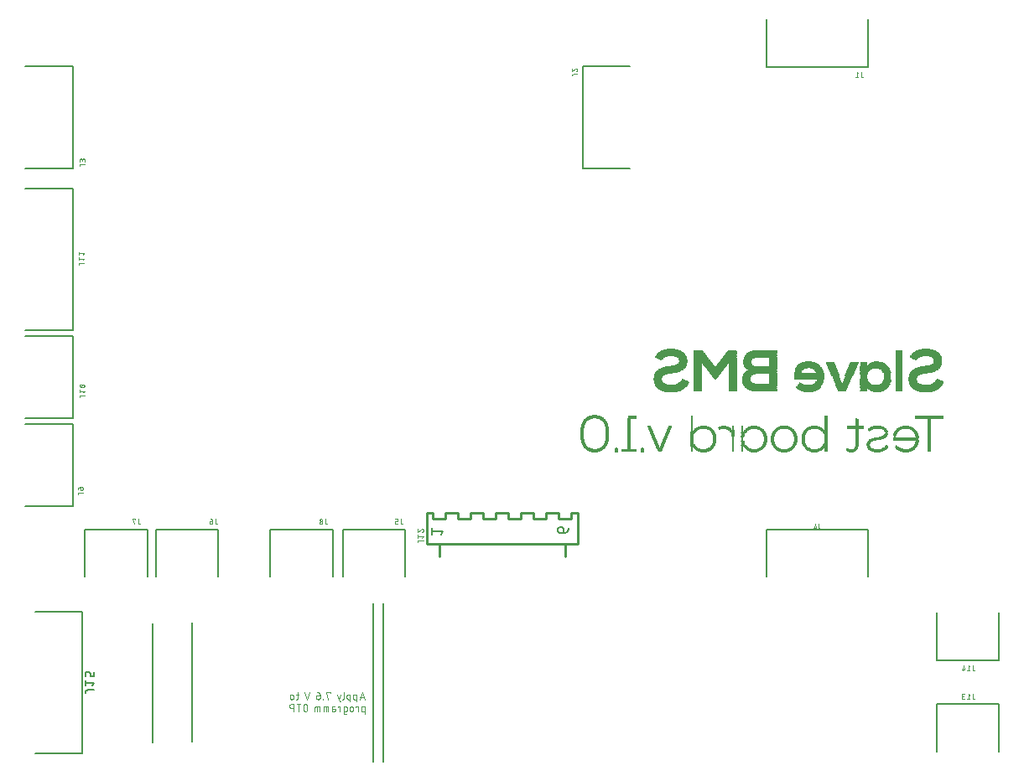
<source format=gbr>
G04 EAGLE Gerber RS-274X export*
G75*
%MOMM*%
%FSLAX34Y34*%
%LPD*%
%INSilkscreen Bottom*%
%IPPOS*%
%AMOC8*
5,1,8,0,0,1.08239X$1,22.5*%
G01*
%ADD10R,0.220000X0.010000*%
%ADD11R,0.180000X0.010000*%
%ADD12R,0.140000X0.010000*%
%ADD13R,0.210000X0.010000*%
%ADD14R,0.200000X0.010000*%
%ADD15R,0.230000X0.010000*%
%ADD16R,0.420000X0.010000*%
%ADD17R,0.430000X0.010000*%
%ADD18R,0.320000X0.010000*%
%ADD19R,0.400000X0.010000*%
%ADD20R,0.410000X0.010000*%
%ADD21R,0.390000X0.010000*%
%ADD22R,0.540000X0.010000*%
%ADD23R,0.580000X0.010000*%
%ADD24R,0.530000X0.010000*%
%ADD25R,0.510000X0.010000*%
%ADD26R,0.520000X0.010000*%
%ADD27R,0.240000X0.010000*%
%ADD28R,0.550000X0.010000*%
%ADD29R,0.640000X0.010000*%
%ADD30R,0.690000X0.010000*%
%ADD31R,0.500000X0.010000*%
%ADD32R,0.630000X0.010000*%
%ADD33R,0.610000X0.010000*%
%ADD34R,0.620000X0.010000*%
%ADD35R,0.260000X0.010000*%
%ADD36R,0.650000X0.010000*%
%ADD37R,0.290000X0.010000*%
%ADD38R,0.730000X0.010000*%
%ADD39R,0.790000X0.010000*%
%ADD40R,0.570000X0.010000*%
%ADD41R,0.710000X0.010000*%
%ADD42R,0.720000X0.010000*%
%ADD43R,0.250000X0.010000*%
%ADD44R,0.700000X0.010000*%
%ADD45R,1.510000X0.010000*%
%ADD46R,0.280000X0.010000*%
%ADD47R,0.810000X0.010000*%
%ADD48R,0.870000X0.010000*%
%ADD49R,0.780000X0.010000*%
%ADD50R,0.800000X0.010000*%
%ADD51R,0.750000X0.010000*%
%ADD52R,0.310000X0.010000*%
%ADD53R,0.940000X0.010000*%
%ADD54R,0.840000X0.010000*%
%ADD55R,0.830000X0.010000*%
%ADD56R,0.850000X0.010000*%
%ADD57R,0.330000X0.010000*%
%ADD58R,1.010000X0.010000*%
%ADD59R,0.740000X0.010000*%
%ADD60R,0.900000X0.010000*%
%ADD61R,0.930000X0.010000*%
%ADD62R,0.880000X0.010000*%
%ADD63R,0.910000X0.010000*%
%ADD64R,0.340000X0.010000*%
%ADD65R,1.000000X0.010000*%
%ADD66R,1.070000X0.010000*%
%ADD67R,0.960000X0.010000*%
%ADD68R,0.980000X0.010000*%
%ADD69R,0.950000X0.010000*%
%ADD70R,0.360000X0.010000*%
%ADD71R,1.060000X0.010000*%
%ADD72R,1.130000X0.010000*%
%ADD73R,1.040000X0.010000*%
%ADD74R,0.990000X0.010000*%
%ADD75R,0.370000X0.010000*%
%ADD76R,1.050000X0.010000*%
%ADD77R,1.100000X0.010000*%
%ADD78R,1.190000X0.010000*%
%ADD79R,0.860000X0.010000*%
%ADD80R,1.090000X0.010000*%
%ADD81R,1.030000X0.010000*%
%ADD82R,0.350000X0.010000*%
%ADD83R,0.380000X0.010000*%
%ADD84R,1.110000X0.010000*%
%ADD85R,1.160000X0.010000*%
%ADD86R,1.230000X0.010000*%
%ADD87R,1.080000X0.010000*%
%ADD88R,1.150000X0.010000*%
%ADD89R,1.200000X0.010000*%
%ADD90R,1.270000X0.010000*%
%ADD91R,1.140000X0.010000*%
%ADD92R,1.180000X0.010000*%
%ADD93R,1.120000X0.010000*%
%ADD94R,1.240000X0.010000*%
%ADD95R,1.320000X0.010000*%
%ADD96R,1.220000X0.010000*%
%ADD97R,1.250000X0.010000*%
%ADD98R,1.290000X0.010000*%
%ADD99R,1.360000X0.010000*%
%ADD100R,0.970000X0.010000*%
%ADD101R,1.260000X0.010000*%
%ADD102R,1.330000X0.010000*%
%ADD103R,1.400000X0.010000*%
%ADD104R,1.300000X0.010000*%
%ADD105R,1.370000X0.010000*%
%ADD106R,1.440000X0.010000*%
%ADD107R,1.340000X0.010000*%
%ADD108R,1.280000X0.010000*%
%ADD109R,1.410000X0.010000*%
%ADD110R,1.480000X0.010000*%
%ADD111R,1.310000X0.010000*%
%ADD112R,1.470000X0.010000*%
%ADD113R,1.540000X0.010000*%
%ADD114R,1.570000X0.010000*%
%ADD115R,1.610000X0.010000*%
%ADD116R,1.460000X0.010000*%
%ADD117R,1.500000X0.010000*%
%ADD118R,1.430000X0.010000*%
%ADD119R,1.630000X0.010000*%
%ADD120R,1.020000X0.010000*%
%ADD121R,1.490000X0.010000*%
%ADD122R,1.530000X0.010000*%
%ADD123R,0.450000X0.010000*%
%ADD124R,1.600000X0.010000*%
%ADD125R,1.660000X0.010000*%
%ADD126R,1.520000X0.010000*%
%ADD127R,1.560000X0.010000*%
%ADD128R,1.620000X0.010000*%
%ADD129R,1.680000X0.010000*%
%ADD130R,1.550000X0.010000*%
%ADD131R,1.590000X0.010000*%
%ADD132R,1.580000X0.010000*%
%ADD133R,0.470000X0.010000*%
%ADD134R,0.680000X0.010000*%
%ADD135R,1.690000X0.010000*%
%ADD136R,0.600000X0.010000*%
%ADD137R,0.590000X0.010000*%
%ADD138R,0.490000X0.010000*%
%ADD139R,0.560000X0.010000*%
%ADD140R,0.150000X0.010000*%
%ADD141R,0.120000X0.010000*%
%ADD142R,0.480000X0.010000*%
%ADD143R,0.090000X0.010000*%
%ADD144R,0.460000X0.010000*%
%ADD145R,0.060000X0.010000*%
%ADD146R,0.440000X0.010000*%
%ADD147R,0.040000X0.010000*%
%ADD148R,0.300000X0.010000*%
%ADD149R,0.270000X0.010000*%
%ADD150R,0.160000X0.010000*%
%ADD151R,0.130000X0.010000*%
%ADD152R,0.110000X0.010000*%
%ADD153R,0.080000X0.010000*%
%ADD154R,0.050000X0.010000*%
%ADD155R,0.030000X0.010000*%
%ADD156R,0.100000X0.010000*%
%ADD157R,0.010000X0.010000*%
%ADD158R,2.560000X0.010000*%
%ADD159R,0.670000X0.010000*%
%ADD160R,0.890000X0.010000*%
%ADD161R,2.570000X0.010000*%
%ADD162R,0.020000X0.010000*%
%ADD163R,0.070000X0.010000*%
%ADD164R,0.190000X0.010000*%
%ADD165R,0.660000X0.010000*%
%ADD166R,1.640000X0.010000*%
%ADD167R,1.170000X0.010000*%
%ADD168R,1.450000X0.010000*%
%ADD169R,1.420000X0.010000*%
%ADD170R,1.390000X0.010000*%
%ADD171R,1.380000X0.010000*%
%ADD172R,1.350000X0.010000*%
%ADD173R,1.210000X0.010000*%
%ADD174R,0.770000X0.010000*%
%ADD175R,0.920000X0.010000*%
%ADD176R,0.820000X0.010000*%
%ADD177R,0.170000X0.010000*%
%ADD178R,2.890000X0.010000*%
%ADD179R,2.110000X0.010000*%
%ADD180R,2.250000X0.010000*%
%ADD181R,2.340000X0.010000*%
%ADD182R,1.700000X0.010000*%
%ADD183R,1.750000X0.010000*%
%ADD184R,2.410000X0.010000*%
%ADD185R,1.760000X0.010000*%
%ADD186R,1.810000X0.010000*%
%ADD187R,2.470000X0.010000*%
%ADD188R,1.800000X0.010000*%
%ADD189R,1.860000X0.010000*%
%ADD190R,2.520000X0.010000*%
%ADD191R,1.910000X0.010000*%
%ADD192R,1.950000X0.010000*%
%ADD193R,2.610000X0.010000*%
%ADD194R,1.960000X0.010000*%
%ADD195R,2.000000X0.010000*%
%ADD196R,2.640000X0.010000*%
%ADD197R,2.050000X0.010000*%
%ADD198R,1.650000X0.010000*%
%ADD199R,2.680000X0.010000*%
%ADD200R,2.040000X0.010000*%
%ADD201R,2.090000X0.010000*%
%ADD202R,2.710000X0.010000*%
%ADD203R,2.080000X0.010000*%
%ADD204R,2.130000X0.010000*%
%ADD205R,1.730000X0.010000*%
%ADD206R,2.740000X0.010000*%
%ADD207R,2.120000X0.010000*%
%ADD208R,2.170000X0.010000*%
%ADD209R,1.770000X0.010000*%
%ADD210R,2.770000X0.010000*%
%ADD211R,2.160000X0.010000*%
%ADD212R,2.210000X0.010000*%
%ADD213R,2.790000X0.010000*%
%ADD214R,2.200000X0.010000*%
%ADD215R,2.240000X0.010000*%
%ADD216R,1.840000X0.010000*%
%ADD217R,2.820000X0.010000*%
%ADD218R,2.280000X0.010000*%
%ADD219R,1.870000X0.010000*%
%ADD220R,2.840000X0.010000*%
%ADD221R,2.310000X0.010000*%
%ADD222R,2.860000X0.010000*%
%ADD223R,1.670000X0.010000*%
%ADD224R,1.940000X0.010000*%
%ADD225R,2.380000X0.010000*%
%ADD226R,1.980000X0.010000*%
%ADD227R,2.910000X0.010000*%
%ADD228R,2.930000X0.010000*%
%ADD229R,2.440000X0.010000*%
%ADD230R,2.940000X0.010000*%
%ADD231R,1.780000X0.010000*%
%ADD232R,2.060000X0.010000*%
%ADD233R,2.960000X0.010000*%
%ADD234R,2.500000X0.010000*%
%ADD235R,2.980000X0.010000*%
%ADD236R,1.820000X0.010000*%
%ADD237R,3.000000X0.010000*%
%ADD238R,2.530000X0.010000*%
%ADD239R,2.150000X0.010000*%
%ADD240R,3.010000X0.010000*%
%ADD241R,2.580000X0.010000*%
%ADD242R,3.030000X0.010000*%
%ADD243R,2.600000X0.010000*%
%ADD244R,1.890000X0.010000*%
%ADD245R,2.190000X0.010000*%
%ADD246R,3.040000X0.010000*%
%ADD247R,2.630000X0.010000*%
%ADD248R,1.900000X0.010000*%
%ADD249R,2.230000X0.010000*%
%ADD250R,3.060000X0.010000*%
%ADD251R,2.660000X0.010000*%
%ADD252R,1.920000X0.010000*%
%ADD253R,3.070000X0.010000*%
%ADD254R,2.270000X0.010000*%
%ADD255R,3.090000X0.010000*%
%ADD256R,2.700000X0.010000*%
%ADD257R,2.290000X0.010000*%
%ADD258R,3.100000X0.010000*%
%ADD259R,2.730000X0.010000*%
%ADD260R,3.110000X0.010000*%
%ADD261R,2.750000X0.010000*%
%ADD262R,1.990000X0.010000*%
%ADD263R,3.120000X0.010000*%
%ADD264R,2.010000X0.010000*%
%ADD265R,2.360000X0.010000*%
%ADD266R,3.130000X0.010000*%
%ADD267R,2.800000X0.010000*%
%ADD268R,2.030000X0.010000*%
%ADD269R,3.150000X0.010000*%
%ADD270R,2.400000X0.010000*%
%ADD271R,3.160000X0.010000*%
%ADD272R,2.420000X0.010000*%
%ADD273R,3.170000X0.010000*%
%ADD274R,2.070000X0.010000*%
%ADD275R,3.180000X0.010000*%
%ADD276R,2.880000X0.010000*%
%ADD277R,2.460000X0.010000*%
%ADD278R,3.190000X0.010000*%
%ADD279R,3.200000X0.010000*%
%ADD280R,2.900000X0.010000*%
%ADD281R,2.830000X0.010000*%
%ADD282R,2.480000X0.010000*%
%ADD283R,3.210000X0.010000*%
%ADD284R,2.920000X0.010000*%
%ADD285R,3.220000X0.010000*%
%ADD286R,2.950000X0.010000*%
%ADD287R,2.850000X0.010000*%
%ADD288R,3.230000X0.010000*%
%ADD289R,2.970000X0.010000*%
%ADD290R,3.240000X0.010000*%
%ADD291R,2.990000X0.010000*%
%ADD292R,2.870000X0.010000*%
%ADD293R,3.250000X0.010000*%
%ADD294R,3.260000X0.010000*%
%ADD295R,3.020000X0.010000*%
%ADD296R,3.270000X0.010000*%
%ADD297R,3.050000X0.010000*%
%ADD298R,2.450000X0.010000*%
%ADD299R,3.280000X0.010000*%
%ADD300R,3.080000X0.010000*%
%ADD301R,3.290000X0.010000*%
%ADD302R,3.300000X0.010000*%
%ADD303R,3.310000X0.010000*%
%ADD304R,3.140000X0.010000*%
%ADD305R,3.320000X0.010000*%
%ADD306R,2.430000X0.010000*%
%ADD307R,3.330000X0.010000*%
%ADD308R,3.340000X0.010000*%
%ADD309R,3.350000X0.010000*%
%ADD310R,3.360000X0.010000*%
%ADD311R,3.370000X0.010000*%
%ADD312R,3.380000X0.010000*%
%ADD313R,3.390000X0.010000*%
%ADD314R,3.400000X0.010000*%
%ADD315R,3.410000X0.010000*%
%ADD316R,0.760000X0.010000*%
%ADD317R,1.880000X0.010000*%
%ADD318R,1.930000X0.010000*%
%ADD319R,1.970000X0.010000*%
%ADD320R,2.180000X0.010000*%
%ADD321R,2.260000X0.010000*%
%ADD322R,2.300000X0.010000*%
%ADD323R,2.320000X0.010000*%
%ADD324R,2.330000X0.010000*%
%ADD325R,2.350000X0.010000*%
%ADD326R,2.370000X0.010000*%
%ADD327R,2.390000X0.010000*%
%ADD328R,1.710000X0.010000*%
%ADD329R,1.720000X0.010000*%
%ADD330R,1.740000X0.010000*%
%ADD331R,2.540000X0.010000*%
%ADD332R,2.490000X0.010000*%
%ADD333R,2.100000X0.010000*%
%ADD334R,2.020000X0.010000*%
%ADD335R,2.810000X0.010000*%
%ADD336R,2.780000X0.010000*%
%ADD337R,2.140000X0.010000*%
%ADD338R,1.830000X0.010000*%
%ADD339R,1.790000X0.010000*%
%ADD340R,1.850000X0.010000*%
%ADD341R,2.760000X0.010000*%
%ADD342R,2.720000X0.010000*%
%ADD343R,2.690000X0.010000*%
%ADD344R,2.670000X0.010000*%
%ADD345R,2.650000X0.010000*%
%ADD346R,2.620000X0.010000*%
%ADD347R,2.550000X0.010000*%
%ADD348R,2.510000X0.010000*%
%ADD349R,2.590000X0.010000*%
%ADD350C,0.203200*%
%ADD351C,0.076200*%
%ADD352C,0.127000*%
%ADD353C,0.101600*%
%ADD354C,0.177800*%
%ADD355C,0.254000*%
%ADD356C,0.279400*%
%ADD357C,0.050800*%


D10*
X897350Y382231D03*
D11*
X868650Y382231D03*
D12*
X842150Y382231D03*
D13*
X805100Y382231D03*
D10*
X774450Y382231D03*
D14*
X744150Y382231D03*
D13*
X693000Y382231D03*
D12*
X631550Y382231D03*
X604850Y382231D03*
D15*
X583300Y382231D03*
D16*
X897350Y382331D03*
D17*
X868600Y382331D03*
D18*
X842250Y382331D03*
D19*
X805050Y382331D03*
D20*
X774500Y382331D03*
D21*
X744200Y382331D03*
D19*
X693050Y382331D03*
D14*
X631550Y382331D03*
X604850Y382331D03*
D16*
X583250Y382331D03*
D22*
X897350Y382431D03*
D23*
X868550Y382431D03*
D16*
X842250Y382431D03*
D24*
X805000Y382431D03*
D22*
X774450Y382431D03*
D25*
X744200Y382431D03*
D26*
X693050Y382431D03*
D15*
X631600Y382431D03*
D27*
X604850Y382431D03*
D28*
X583300Y382431D03*
D29*
X897350Y382531D03*
D30*
X868600Y382531D03*
D31*
X842250Y382531D03*
D32*
X805000Y382531D03*
D29*
X774450Y382531D03*
D33*
X744200Y382531D03*
D34*
X693050Y382531D03*
D35*
X631550Y382531D03*
X604850Y382531D03*
D36*
X583300Y382531D03*
D37*
X921100Y382631D03*
D38*
X897300Y382631D03*
D39*
X868600Y382631D03*
D40*
X842200Y382631D03*
D35*
X816950Y382631D03*
D41*
X805000Y382631D03*
D42*
X774450Y382631D03*
D30*
X744200Y382631D03*
D43*
X732500Y382631D03*
X723200Y382631D03*
D44*
X693050Y382631D03*
D43*
X681100Y382631D03*
D37*
X648800Y382631D03*
X631600Y382631D03*
D45*
X617900Y382631D03*
D46*
X604850Y382631D03*
D38*
X583300Y382631D03*
D37*
X921100Y382731D03*
D47*
X897300Y382731D03*
D48*
X868600Y382731D03*
D32*
X842200Y382731D03*
D35*
X816950Y382731D03*
D49*
X804950Y382731D03*
D50*
X774450Y382731D03*
D51*
X744200Y382731D03*
D43*
X732500Y382731D03*
X723200Y382731D03*
D49*
X693050Y382731D03*
D43*
X681100Y382731D03*
D37*
X648800Y382731D03*
D52*
X631600Y382731D03*
D45*
X617900Y382731D03*
D52*
X604900Y382731D03*
D47*
X583300Y382731D03*
D37*
X921100Y382831D03*
D48*
X897300Y382831D03*
D53*
X868550Y382831D03*
D30*
X842200Y382831D03*
D35*
X816950Y382831D03*
D54*
X804950Y382831D03*
D48*
X774500Y382831D03*
D55*
X744200Y382831D03*
D43*
X732500Y382831D03*
X723200Y382831D03*
D56*
X693100Y382831D03*
D43*
X681100Y382831D03*
D52*
X648800Y382831D03*
D57*
X631600Y382831D03*
D45*
X617900Y382831D03*
D18*
X604850Y382831D03*
D48*
X583300Y382831D03*
D37*
X921100Y382931D03*
D53*
X897250Y382931D03*
D58*
X868600Y382931D03*
D59*
X842150Y382931D03*
D35*
X816950Y382931D03*
D60*
X804950Y382931D03*
D61*
X774500Y382931D03*
D62*
X744250Y382931D03*
D43*
X732500Y382931D03*
X723200Y382931D03*
D63*
X693100Y382931D03*
D43*
X681100Y382931D03*
D52*
X648800Y382931D03*
D64*
X631550Y382931D03*
D45*
X617900Y382931D03*
D64*
X604850Y382931D03*
D53*
X583250Y382931D03*
D37*
X921100Y383031D03*
D65*
X897250Y383031D03*
D66*
X868600Y383031D03*
D49*
X842150Y383031D03*
D35*
X816950Y383031D03*
D67*
X804950Y383031D03*
D68*
X774450Y383031D03*
D61*
X744200Y383031D03*
D43*
X732500Y383031D03*
X723200Y383031D03*
D69*
X693100Y383031D03*
D43*
X681100Y383031D03*
D57*
X648800Y383031D03*
D70*
X631550Y383031D03*
D45*
X617900Y383031D03*
D70*
X604850Y383031D03*
D65*
X583250Y383031D03*
D37*
X921100Y383131D03*
D71*
X897250Y383131D03*
D72*
X868600Y383131D03*
D55*
X842100Y383131D03*
D35*
X816950Y383131D03*
D58*
X805000Y383131D03*
D73*
X774450Y383131D03*
D74*
X744200Y383131D03*
D43*
X732500Y383131D03*
X723200Y383131D03*
D58*
X693100Y383131D03*
D43*
X681100Y383131D03*
D57*
X648800Y383131D03*
D75*
X631600Y383131D03*
D45*
X617900Y383131D03*
D70*
X604850Y383131D03*
D76*
X583300Y383131D03*
D37*
X921100Y383231D03*
D77*
X897250Y383231D03*
D78*
X868600Y383231D03*
D79*
X842050Y383231D03*
D35*
X816950Y383231D03*
D71*
X804950Y383231D03*
D80*
X774500Y383231D03*
D81*
X744200Y383231D03*
D43*
X732500Y383231D03*
X723200Y383231D03*
D71*
X693150Y383231D03*
D43*
X681100Y383231D03*
D82*
X648800Y383231D03*
D83*
X631550Y383231D03*
D45*
X617900Y383231D03*
D83*
X604850Y383231D03*
D84*
X583300Y383231D03*
D37*
X921100Y383331D03*
D85*
X897250Y383331D03*
D86*
X868600Y383331D03*
D60*
X842050Y383331D03*
D35*
X816950Y383331D03*
D77*
X804950Y383331D03*
D72*
X774500Y383331D03*
D87*
X744250Y383331D03*
D43*
X732500Y383331D03*
X723200Y383331D03*
D84*
X693100Y383331D03*
D43*
X681100Y383331D03*
D82*
X648800Y383331D03*
D21*
X631600Y383331D03*
D45*
X617900Y383331D03*
D83*
X604850Y383331D03*
D88*
X583300Y383331D03*
D37*
X921100Y383431D03*
D89*
X897250Y383431D03*
D90*
X868600Y383431D03*
D61*
X842000Y383431D03*
D35*
X816950Y383431D03*
D91*
X804950Y383431D03*
D92*
X774450Y383431D03*
D93*
X744250Y383431D03*
D43*
X732500Y383431D03*
X723200Y383431D03*
D88*
X693100Y383431D03*
D43*
X681100Y383431D03*
D82*
X648800Y383431D03*
D19*
X631550Y383431D03*
D45*
X617900Y383431D03*
D19*
X604850Y383431D03*
D89*
X583250Y383431D03*
D37*
X921100Y383531D03*
D94*
X897250Y383531D03*
D95*
X868650Y383531D03*
D67*
X842050Y383531D03*
D35*
X816950Y383531D03*
D78*
X804900Y383531D03*
D96*
X774450Y383531D03*
D85*
X744250Y383531D03*
D43*
X732500Y383531D03*
X723200Y383531D03*
D78*
X693100Y383531D03*
D43*
X681100Y383531D03*
D75*
X648800Y383531D03*
D19*
X631550Y383531D03*
D45*
X617900Y383531D03*
D19*
X604850Y383531D03*
D97*
X583300Y383531D03*
D37*
X921100Y383631D03*
D98*
X897200Y383631D03*
D99*
X868650Y383631D03*
D100*
X842100Y383631D03*
D35*
X816950Y383631D03*
D86*
X804900Y383631D03*
D101*
X774450Y383631D03*
D89*
X744250Y383631D03*
D43*
X732500Y383631D03*
X723200Y383631D03*
D86*
X693100Y383631D03*
D43*
X681100Y383631D03*
D75*
X648800Y383631D03*
D20*
X631600Y383631D03*
D45*
X617900Y383631D03*
D19*
X604850Y383631D03*
D98*
X583300Y383631D03*
D37*
X921100Y383731D03*
D102*
X897200Y383731D03*
D103*
X868650Y383731D03*
D68*
X842150Y383731D03*
D35*
X816950Y383731D03*
D101*
X804950Y383731D03*
D104*
X774450Y383731D03*
D94*
X744250Y383731D03*
D43*
X732500Y383731D03*
X723200Y383731D03*
D90*
X693100Y383731D03*
D43*
X681100Y383731D03*
D21*
X648800Y383731D03*
D20*
X631600Y383731D03*
D45*
X617900Y383731D03*
D20*
X604900Y383731D03*
D102*
X583300Y383731D03*
D37*
X921100Y383831D03*
D105*
X897200Y383831D03*
D106*
X868650Y383831D03*
D68*
X842250Y383831D03*
D35*
X816950Y383831D03*
D104*
X804950Y383831D03*
D107*
X774450Y383831D03*
D108*
X744250Y383831D03*
D43*
X732500Y383831D03*
X723200Y383831D03*
D104*
X693150Y383831D03*
D43*
X681100Y383831D03*
D21*
X648800Y383831D03*
D20*
X631600Y383831D03*
D45*
X617900Y383831D03*
D16*
X604850Y383831D03*
D105*
X583300Y383831D03*
D37*
X921100Y383931D03*
D109*
X897200Y383931D03*
D110*
X868650Y383931D03*
D74*
X842300Y383931D03*
D35*
X816950Y383931D03*
D107*
X804950Y383931D03*
D105*
X774500Y383931D03*
D111*
X744300Y383931D03*
D43*
X732500Y383931D03*
X723200Y383931D03*
D107*
X693150Y383931D03*
D43*
X681100Y383931D03*
D19*
X648850Y383931D03*
D16*
X631550Y383931D03*
D45*
X617900Y383931D03*
D16*
X604850Y383931D03*
D103*
X583250Y383931D03*
D37*
X921100Y384031D03*
D106*
X897150Y384031D03*
D45*
X868700Y384031D03*
D74*
X842400Y384031D03*
D35*
X816950Y384031D03*
D105*
X804900Y384031D03*
D109*
X774500Y384031D03*
D107*
X744250Y384031D03*
D43*
X732500Y384031D03*
X723200Y384031D03*
D105*
X693100Y384031D03*
D43*
X681100Y384031D03*
D20*
X648800Y384031D03*
D16*
X631550Y384031D03*
D45*
X617900Y384031D03*
D16*
X604850Y384031D03*
D106*
X583250Y384031D03*
D37*
X921100Y384131D03*
D112*
X897200Y384131D03*
D113*
X868650Y384131D03*
D65*
X842450Y384131D03*
D35*
X816950Y384131D03*
D103*
X804950Y384131D03*
D106*
X774450Y384131D03*
D105*
X744300Y384131D03*
D43*
X732500Y384131D03*
X723200Y384131D03*
D103*
X693150Y384131D03*
D43*
X681100Y384131D03*
D20*
X648800Y384131D03*
D16*
X631550Y384131D03*
D45*
X617900Y384131D03*
D16*
X604850Y384131D03*
D112*
X583300Y384131D03*
D37*
X921100Y384231D03*
D45*
X897200Y384231D03*
D114*
X868700Y384231D03*
D58*
X842500Y384231D03*
D35*
X816950Y384231D03*
D106*
X804950Y384231D03*
D112*
X774500Y384231D03*
D103*
X744250Y384231D03*
D43*
X732500Y384231D03*
X723200Y384231D03*
D106*
X693150Y384231D03*
D43*
X681100Y384231D03*
D17*
X648800Y384231D03*
D16*
X631550Y384231D03*
D45*
X617900Y384231D03*
D16*
X604850Y384231D03*
D45*
X583300Y384231D03*
D37*
X921100Y384331D03*
D113*
X897150Y384331D03*
D115*
X868700Y384331D03*
D58*
X842600Y384331D03*
D35*
X816950Y384331D03*
D116*
X804950Y384331D03*
D117*
X774450Y384331D03*
D118*
X744300Y384331D03*
D43*
X732500Y384331D03*
X723200Y384331D03*
D116*
X693150Y384331D03*
D43*
X681100Y384331D03*
D17*
X648800Y384331D03*
D16*
X631550Y384331D03*
D45*
X617900Y384331D03*
D16*
X604850Y384331D03*
D113*
X583250Y384331D03*
D37*
X921100Y384431D03*
D114*
X897200Y384431D03*
D119*
X868700Y384431D03*
D120*
X842650Y384431D03*
D35*
X816950Y384431D03*
D121*
X804900Y384431D03*
D122*
X774500Y384431D03*
D116*
X744250Y384431D03*
D43*
X732500Y384431D03*
X723200Y384431D03*
D117*
X693150Y384431D03*
D43*
X681100Y384431D03*
D123*
X648800Y384431D03*
D16*
X631550Y384431D03*
D45*
X617900Y384431D03*
D16*
X604850Y384431D03*
D114*
X583300Y384431D03*
D37*
X921100Y384531D03*
D124*
X897150Y384531D03*
D125*
X868750Y384531D03*
D58*
X842700Y384531D03*
D35*
X816950Y384531D03*
D126*
X804950Y384531D03*
D127*
X774450Y384531D03*
D121*
X744300Y384531D03*
D43*
X732500Y384531D03*
X723200Y384531D03*
D126*
X693150Y384531D03*
D43*
X681100Y384531D03*
D123*
X648800Y384531D03*
D20*
X631600Y384531D03*
D45*
X617900Y384531D03*
D16*
X604850Y384531D03*
D124*
X583250Y384531D03*
D37*
X921100Y384631D03*
D128*
X897150Y384631D03*
D129*
X868750Y384631D03*
D25*
X845300Y384631D03*
D83*
X839550Y384631D03*
D35*
X816950Y384631D03*
D130*
X804900Y384631D03*
D131*
X774500Y384631D03*
D45*
X744300Y384631D03*
D43*
X732500Y384631D03*
X723200Y384631D03*
D130*
X693100Y384631D03*
D43*
X681100Y384631D03*
D123*
X648800Y384631D03*
D20*
X631600Y384631D03*
D45*
X617900Y384631D03*
D20*
X604900Y384631D03*
D119*
X583300Y384631D03*
D37*
X921100Y384731D03*
D125*
X897150Y384731D03*
D39*
X873400Y384731D03*
D59*
X863950Y384731D03*
D123*
X845700Y384731D03*
D52*
X839300Y384731D03*
D35*
X816950Y384731D03*
D132*
X804950Y384731D03*
D128*
X774450Y384731D03*
D130*
X744300Y384731D03*
D43*
X732500Y384731D03*
X723200Y384731D03*
D132*
X693150Y384731D03*
D43*
X681100Y384731D03*
D133*
X648800Y384731D03*
D20*
X631600Y384731D03*
D45*
X617900Y384731D03*
D19*
X604850Y384731D03*
D125*
X583250Y384731D03*
D37*
X921100Y384831D03*
D44*
X902050Y384831D03*
D59*
X892450Y384831D03*
D44*
X873950Y384831D03*
D36*
X863300Y384831D03*
D16*
X845950Y384831D03*
D35*
X839050Y384831D03*
X816950Y384831D03*
D36*
X809700Y384831D03*
D41*
X800500Y384831D03*
D44*
X779150Y384831D03*
X769750Y384831D03*
D134*
X748750Y384831D03*
D29*
X739650Y384831D03*
D43*
X732500Y384831D03*
X723200Y384831D03*
D41*
X697600Y384831D03*
D29*
X688350Y384831D03*
D43*
X681100Y384831D03*
D133*
X648800Y384831D03*
D19*
X631550Y384831D03*
D45*
X617900Y384831D03*
D19*
X604850Y384831D03*
D135*
X583300Y384831D03*
D37*
X921100Y384931D03*
D29*
X902450Y384931D03*
D134*
X891950Y384931D03*
D36*
X874300Y384931D03*
D136*
X862950Y384931D03*
D21*
X846100Y384931D03*
D10*
X838850Y384931D03*
D35*
X816950Y384931D03*
D137*
X810100Y384931D03*
D36*
X800000Y384931D03*
D29*
X779650Y384931D03*
X769350Y384931D03*
D34*
X749150Y384931D03*
D23*
X739250Y384931D03*
D43*
X732500Y384931D03*
X723200Y384931D03*
D36*
X698000Y384931D03*
D23*
X687950Y384931D03*
D43*
X681100Y384931D03*
D138*
X648800Y384931D03*
D19*
X631550Y384931D03*
D45*
X617900Y384931D03*
D19*
X604850Y384931D03*
D51*
X588100Y384931D03*
X578500Y384931D03*
D37*
X921100Y385031D03*
D33*
X902800Y385031D03*
D32*
X891600Y385031D03*
D34*
X874650Y385031D03*
D139*
X862650Y385031D03*
D75*
X846300Y385031D03*
D11*
X838750Y385031D03*
D35*
X816950Y385031D03*
D22*
X810450Y385031D03*
D33*
X799700Y385031D03*
D136*
X779950Y385031D03*
X769050Y385031D03*
D137*
X749500Y385031D03*
D24*
X738900Y385031D03*
D43*
X732500Y385031D03*
X723200Y385031D03*
D136*
X698350Y385031D03*
D28*
X687600Y385031D03*
D43*
X681100Y385031D03*
D138*
X648800Y385031D03*
D21*
X631600Y385031D03*
D45*
X617900Y385031D03*
D21*
X604900Y385031D03*
D134*
X588550Y385031D03*
D30*
X578000Y385031D03*
D37*
X921100Y385131D03*
D40*
X903100Y385131D03*
D136*
X891350Y385131D03*
D137*
X874900Y385131D03*
D26*
X862350Y385131D03*
D82*
X846400Y385131D03*
D140*
X838600Y385131D03*
D35*
X816950Y385131D03*
D25*
X810700Y385131D03*
D23*
X799450Y385131D03*
D40*
X780200Y385131D03*
X768700Y385131D03*
D139*
X749750Y385131D03*
D31*
X738650Y385131D03*
D43*
X732500Y385131D03*
X723200Y385131D03*
D23*
X698650Y385131D03*
D26*
X687350Y385131D03*
D43*
X681100Y385131D03*
D31*
X648850Y385131D03*
D83*
X631550Y385131D03*
D37*
X617900Y385131D03*
D83*
X604850Y385131D03*
D36*
X588900Y385131D03*
D29*
X577650Y385131D03*
D37*
X921100Y385231D03*
D28*
X903300Y385231D03*
D40*
X891000Y385231D03*
D139*
X875150Y385231D03*
D138*
X862200Y385231D03*
D82*
X846500Y385231D03*
D141*
X838550Y385231D03*
D35*
X816950Y385231D03*
D31*
X810950Y385231D03*
D28*
X799200Y385231D03*
D22*
X780450Y385231D03*
D28*
X768500Y385231D03*
D22*
X749950Y385231D03*
D142*
X738350Y385231D03*
D43*
X732500Y385231D03*
X723200Y385231D03*
D28*
X698900Y385231D03*
D138*
X687100Y385231D03*
D43*
X681100Y385231D03*
D25*
X648800Y385231D03*
D75*
X631600Y385231D03*
D37*
X617900Y385231D03*
D75*
X604900Y385231D03*
D33*
X589200Y385231D03*
X577400Y385231D03*
D37*
X921100Y385331D03*
D24*
X903500Y385331D03*
D28*
X890800Y385331D03*
D22*
X875350Y385331D03*
D133*
X862000Y385331D03*
D57*
X846600Y385331D03*
D143*
X838400Y385331D03*
D35*
X816950Y385331D03*
D142*
X811150Y385331D03*
D24*
X799000Y385331D03*
D26*
X780650Y385331D03*
D24*
X768300Y385331D03*
D25*
X750200Y385331D03*
D144*
X738150Y385331D03*
D43*
X732500Y385331D03*
X723200Y385331D03*
D24*
X699100Y385331D03*
D133*
X686900Y385331D03*
D43*
X681100Y385331D03*
D25*
X648800Y385331D03*
D70*
X631550Y385331D03*
D37*
X617900Y385331D03*
D70*
X604850Y385331D03*
D137*
X589400Y385331D03*
D23*
X577150Y385331D03*
D37*
X921100Y385431D03*
D25*
X903700Y385431D03*
D24*
X890600Y385431D03*
D26*
X875550Y385431D03*
D123*
X861800Y385431D03*
D57*
X846700Y385431D03*
D145*
X838350Y385431D03*
D35*
X816950Y385431D03*
D144*
X811350Y385431D03*
D25*
X798800Y385431D03*
X780900Y385431D03*
X768100Y385431D03*
D31*
X750350Y385431D03*
D146*
X737950Y385431D03*
D43*
X732500Y385431D03*
X723200Y385431D03*
D25*
X699300Y385431D03*
D123*
X686700Y385431D03*
D43*
X681100Y385431D03*
D24*
X648800Y385431D03*
D82*
X631600Y385431D03*
D37*
X617900Y385431D03*
D64*
X604850Y385431D03*
D139*
X589650Y385431D03*
D40*
X576900Y385431D03*
D37*
X921100Y385531D03*
D138*
X903900Y385531D03*
D25*
X890400Y385531D03*
X875800Y385531D03*
D17*
X861600Y385531D03*
D52*
X846800Y385531D03*
D147*
X838250Y385531D03*
D35*
X816950Y385531D03*
D146*
X811550Y385531D03*
D138*
X798600Y385531D03*
D31*
X781050Y385531D03*
D138*
X767900Y385531D03*
D142*
X750550Y385531D03*
D17*
X737800Y385531D03*
D43*
X732500Y385531D03*
X723200Y385531D03*
D138*
X699500Y385531D03*
D146*
X686550Y385531D03*
D43*
X681100Y385531D03*
D24*
X648800Y385531D03*
D57*
X631600Y385531D03*
D37*
X617900Y385531D03*
D57*
X604900Y385531D03*
D22*
X589850Y385531D03*
D28*
X576700Y385531D03*
D37*
X921100Y385631D03*
D142*
X904050Y385631D03*
D138*
X890200Y385631D03*
D31*
X875950Y385631D03*
D16*
X861450Y385631D03*
D52*
X846900Y385631D03*
D35*
X816950Y385631D03*
D17*
X811700Y385631D03*
D142*
X798450Y385631D03*
X781250Y385631D03*
X767750Y385631D03*
D133*
X750700Y385631D03*
D20*
X737600Y385631D03*
D43*
X732500Y385631D03*
X723200Y385631D03*
D142*
X699650Y385631D03*
D16*
X686350Y385631D03*
D43*
X681100Y385631D03*
D28*
X648800Y385631D03*
D52*
X631600Y385631D03*
D37*
X617900Y385631D03*
D18*
X604850Y385631D03*
D22*
X590050Y385631D03*
D24*
X576500Y385631D03*
D37*
X921100Y385731D03*
D144*
X904250Y385731D03*
D133*
X890000Y385731D03*
D142*
X876150Y385731D03*
D19*
X861350Y385731D03*
D148*
X846950Y385731D03*
D35*
X816950Y385731D03*
D20*
X811900Y385731D03*
D144*
X798250Y385731D03*
D133*
X781400Y385731D03*
D144*
X767550Y385731D03*
D123*
X750900Y385731D03*
D19*
X737450Y385731D03*
D43*
X732500Y385731D03*
X723200Y385731D03*
D133*
X699800Y385731D03*
D20*
X686200Y385731D03*
D43*
X681100Y385731D03*
D28*
X648800Y385731D03*
D37*
X631600Y385731D03*
X617900Y385731D03*
D148*
X604850Y385731D03*
D26*
X590250Y385731D03*
X576350Y385731D03*
D37*
X921100Y385831D03*
D123*
X904400Y385831D03*
D133*
X889800Y385831D03*
X876300Y385831D03*
D21*
X861200Y385831D03*
D148*
X847050Y385831D03*
D35*
X816950Y385831D03*
D19*
X812050Y385831D03*
D123*
X798100Y385831D03*
D144*
X781550Y385831D03*
D123*
X767400Y385831D03*
D146*
X751050Y385831D03*
D21*
X737300Y385831D03*
D43*
X732500Y385831D03*
X723200Y385831D03*
D123*
X700000Y385831D03*
D19*
X686050Y385831D03*
D43*
X681100Y385831D03*
D149*
X650200Y385831D03*
X647400Y385831D03*
X631600Y385831D03*
D37*
X617900Y385831D03*
D149*
X604900Y385831D03*
D25*
X590400Y385831D03*
D31*
X576150Y385831D03*
D37*
X921100Y385931D03*
D146*
X904550Y385931D03*
D123*
X889600Y385931D03*
D144*
X876450Y385931D03*
D83*
X861050Y385931D03*
D37*
X847100Y385931D03*
D35*
X816950Y385931D03*
D21*
X812200Y385931D03*
D146*
X797950Y385931D03*
D123*
X781700Y385931D03*
D146*
X767250Y385931D03*
D17*
X751200Y385931D03*
D83*
X737150Y385931D03*
D43*
X732500Y385931D03*
X723200Y385931D03*
D146*
X700150Y385931D03*
D21*
X685900Y385931D03*
D43*
X681100Y385931D03*
D46*
X650250Y385931D03*
X647350Y385931D03*
D27*
X631550Y385931D03*
D37*
X617900Y385931D03*
D27*
X604850Y385931D03*
D138*
X590600Y385931D03*
X576000Y385931D03*
D37*
X921100Y386031D03*
D17*
X904700Y386031D03*
D146*
X889450Y386031D03*
D123*
X876600Y386031D03*
D75*
X861000Y386031D03*
D148*
X847150Y386031D03*
D35*
X816950Y386031D03*
D83*
X812350Y386031D03*
D17*
X797800Y386031D03*
D146*
X781850Y386031D03*
D17*
X767100Y386031D03*
D16*
X751350Y386031D03*
D75*
X737000Y386031D03*
D43*
X732500Y386031D03*
X723200Y386031D03*
D17*
X700300Y386031D03*
D83*
X685750Y386031D03*
D43*
X681100Y386031D03*
D149*
X650300Y386031D03*
X647300Y386031D03*
D14*
X631550Y386031D03*
D37*
X617900Y386031D03*
D14*
X604850Y386031D03*
D142*
X590750Y386031D03*
X575850Y386031D03*
D37*
X921100Y386131D03*
D17*
X904800Y386131D03*
X889300Y386131D03*
X876700Y386131D03*
D70*
X860850Y386131D03*
D37*
X847200Y386131D03*
D35*
X816950Y386131D03*
D83*
X812450Y386131D03*
D16*
X797650Y386131D03*
D17*
X782000Y386131D03*
D16*
X766950Y386131D03*
X751450Y386131D03*
D70*
X736850Y386131D03*
D43*
X732500Y386131D03*
X723200Y386131D03*
D17*
X700400Y386131D03*
D75*
X685600Y386131D03*
D43*
X681100Y386131D03*
D46*
X650350Y386131D03*
X647250Y386131D03*
D150*
X631550Y386131D03*
D37*
X617900Y386131D03*
D150*
X604850Y386131D03*
D133*
X590900Y386131D03*
X575700Y386131D03*
D37*
X921100Y386231D03*
D16*
X904950Y386231D03*
X889150Y386231D03*
X876850Y386231D03*
D70*
X860750Y386231D03*
D46*
X847250Y386231D03*
D35*
X816950Y386231D03*
D75*
X812600Y386231D03*
D16*
X797550Y386231D03*
X782150Y386231D03*
X766850Y386231D03*
D20*
X751600Y386231D03*
D64*
X736750Y386231D03*
D43*
X732500Y386231D03*
X723200Y386231D03*
D16*
X700550Y386231D03*
D75*
X685500Y386231D03*
D43*
X681100Y386231D03*
D149*
X650400Y386231D03*
D46*
X647250Y386231D03*
D145*
X631550Y386231D03*
D37*
X617900Y386231D03*
D145*
X604850Y386231D03*
D144*
X591050Y386231D03*
X575550Y386231D03*
D37*
X921100Y386331D03*
D20*
X905100Y386331D03*
D19*
X889050Y386331D03*
D16*
X876950Y386331D03*
D64*
X860650Y386331D03*
D37*
X847300Y386331D03*
D35*
X816950Y386331D03*
D82*
X812700Y386331D03*
D20*
X797400Y386331D03*
X782300Y386331D03*
X766700Y386331D03*
D19*
X751750Y386331D03*
D64*
X736650Y386331D03*
D43*
X732500Y386331D03*
X723200Y386331D03*
D20*
X700700Y386331D03*
D70*
X685350Y386331D03*
D43*
X681100Y386331D03*
D46*
X650450Y386331D03*
X647150Y386331D03*
D37*
X617900Y386331D03*
D144*
X591150Y386331D03*
D123*
X575400Y386331D03*
D37*
X921100Y386431D03*
D20*
X905200Y386431D03*
D21*
X888900Y386431D03*
D20*
X877100Y386431D03*
D64*
X860550Y386431D03*
D46*
X847350Y386431D03*
D35*
X816950Y386431D03*
D82*
X812800Y386431D03*
D19*
X797250Y386431D03*
X782350Y386431D03*
X766550Y386431D03*
X751850Y386431D03*
D57*
X736500Y386431D03*
D43*
X732500Y386431D03*
X723200Y386431D03*
D19*
X700750Y386431D03*
D82*
X685200Y386431D03*
D43*
X681100Y386431D03*
D46*
X650450Y386431D03*
X647150Y386431D03*
D37*
X617900Y386431D03*
D123*
X591300Y386431D03*
D146*
X575250Y386431D03*
D37*
X921100Y386531D03*
D19*
X905350Y386531D03*
D21*
X888800Y386531D03*
D19*
X877250Y386531D03*
D57*
X860500Y386531D03*
D149*
X847400Y386531D03*
D35*
X816950Y386531D03*
D64*
X812950Y386531D03*
D19*
X797150Y386531D03*
D21*
X782500Y386531D03*
D19*
X766450Y386531D03*
D21*
X752000Y386531D03*
D57*
X736400Y386531D03*
D43*
X732500Y386531D03*
X723200Y386531D03*
D21*
X700900Y386531D03*
D64*
X685150Y386531D03*
D43*
X681100Y386531D03*
D149*
X650500Y386531D03*
X647100Y386531D03*
D37*
X617900Y386531D03*
D146*
X591450Y386531D03*
X575150Y386531D03*
D37*
X921100Y386631D03*
D19*
X905450Y386631D03*
D83*
X888650Y386631D03*
D19*
X877350Y386631D03*
D57*
X860400Y386631D03*
D46*
X847450Y386631D03*
D35*
X816950Y386631D03*
D64*
X813050Y386631D03*
D83*
X797050Y386631D03*
D21*
X782600Y386631D03*
X766300Y386631D03*
X752100Y386631D03*
D18*
X736250Y386631D03*
D43*
X732500Y386631D03*
X723200Y386631D03*
D21*
X701000Y386631D03*
D57*
X685000Y386631D03*
D43*
X681100Y386631D03*
D46*
X650550Y386631D03*
X647050Y386631D03*
D37*
X617900Y386631D03*
D146*
X591550Y386631D03*
D17*
X575000Y386631D03*
D37*
X921100Y386731D03*
D21*
X905600Y386731D03*
D75*
X888500Y386731D03*
D83*
X877450Y386731D03*
D18*
X860350Y386731D03*
D149*
X847500Y386731D03*
D35*
X816950Y386731D03*
D57*
X813200Y386731D03*
D83*
X796950Y386731D03*
X782750Y386731D03*
X766250Y386731D03*
X752250Y386731D03*
D18*
X736150Y386731D03*
D43*
X732500Y386731D03*
X723200Y386731D03*
D83*
X701150Y386731D03*
D57*
X684900Y386731D03*
D43*
X681100Y386731D03*
D149*
X650600Y386731D03*
X647000Y386731D03*
D37*
X617900Y386731D03*
D16*
X591650Y386731D03*
D17*
X574900Y386731D03*
D37*
X921100Y386831D03*
D83*
X905650Y386831D03*
D75*
X888400Y386831D03*
D83*
X877550Y386831D03*
D18*
X860250Y386831D03*
D149*
X847500Y386831D03*
D35*
X816950Y386831D03*
D18*
X813250Y386831D03*
D83*
X796850Y386831D03*
X782850Y386831D03*
X766150Y386831D03*
X752350Y386831D03*
D52*
X736100Y386831D03*
D43*
X732500Y386831D03*
X723200Y386831D03*
D83*
X701250Y386831D03*
D57*
X684800Y386831D03*
D43*
X681100Y386831D03*
D46*
X650650Y386831D03*
X646950Y386831D03*
D37*
X617900Y386831D03*
D16*
X591750Y386831D03*
X574750Y386831D03*
D37*
X921100Y386931D03*
D83*
X905750Y386931D03*
D70*
X888250Y386931D03*
D83*
X877650Y386931D03*
D52*
X860200Y386931D03*
D149*
X847500Y386931D03*
D35*
X816950Y386931D03*
D18*
X813350Y386931D03*
D75*
X796700Y386931D03*
D83*
X782950Y386931D03*
D75*
X766000Y386931D03*
X752400Y386931D03*
D148*
X735950Y386931D03*
D43*
X732500Y386931D03*
X723200Y386931D03*
D75*
X701300Y386931D03*
D18*
X684650Y386931D03*
D43*
X681100Y386931D03*
D46*
X650650Y386931D03*
X646950Y386931D03*
D37*
X617900Y386931D03*
D20*
X591900Y386931D03*
D16*
X574650Y386931D03*
D37*
X921100Y387031D03*
D75*
X905900Y387031D03*
D82*
X888200Y387031D03*
D75*
X877800Y387031D03*
D148*
X860150Y387031D03*
D149*
X847600Y387031D03*
D35*
X816950Y387031D03*
D18*
X813450Y387031D03*
D75*
X796600Y387031D03*
X783000Y387031D03*
X765900Y387031D03*
D70*
X752550Y387031D03*
D148*
X735850Y387031D03*
D43*
X732500Y387031D03*
X723200Y387031D03*
D70*
X701450Y387031D03*
D52*
X684600Y387031D03*
D43*
X681100Y387031D03*
D46*
X650750Y387031D03*
D149*
X646900Y387031D03*
D37*
X617900Y387031D03*
D20*
X592000Y387031D03*
D19*
X574550Y387031D03*
D37*
X921100Y387131D03*
D75*
X906000Y387131D03*
D64*
X888050Y387131D03*
D70*
X877850Y387131D03*
D148*
X860050Y387131D03*
D149*
X847600Y387131D03*
D35*
X816950Y387131D03*
D52*
X813600Y387131D03*
D70*
X796550Y387131D03*
X783150Y387131D03*
D75*
X765800Y387131D03*
D70*
X752650Y387131D03*
D148*
X735750Y387131D03*
D43*
X732500Y387131D03*
X723200Y387131D03*
D70*
X701550Y387131D03*
D52*
X684500Y387131D03*
D43*
X681100Y387131D03*
D46*
X650750Y387131D03*
X646850Y387131D03*
D37*
X617900Y387131D03*
D19*
X592150Y387131D03*
X574450Y387131D03*
D37*
X921100Y387231D03*
D70*
X906050Y387231D03*
D18*
X888050Y387231D03*
D70*
X877950Y387231D03*
D148*
X860050Y387231D03*
D149*
X847600Y387231D03*
D35*
X816950Y387231D03*
D148*
X813650Y387231D03*
D70*
X796450Y387231D03*
X783250Y387231D03*
X765750Y387231D03*
X752750Y387231D03*
D37*
X735700Y387231D03*
D43*
X732500Y387231D03*
X723200Y387231D03*
D70*
X701650Y387231D03*
D52*
X684400Y387231D03*
D43*
X681100Y387231D03*
D149*
X650800Y387231D03*
X646800Y387231D03*
D37*
X617900Y387231D03*
D19*
X592250Y387231D03*
X574350Y387231D03*
D37*
X921100Y387331D03*
D70*
X906150Y387331D03*
D148*
X888050Y387331D03*
D64*
X878050Y387331D03*
D37*
X860000Y387331D03*
D35*
X847650Y387331D03*
X816950Y387331D03*
D148*
X813750Y387331D03*
D70*
X796350Y387331D03*
X783350Y387331D03*
D82*
X765600Y387331D03*
X752800Y387331D03*
D46*
X735550Y387331D03*
D43*
X732500Y387331D03*
X723200Y387331D03*
D82*
X701700Y387331D03*
D148*
X684350Y387331D03*
D43*
X681100Y387331D03*
D46*
X650850Y387331D03*
X646750Y387331D03*
D37*
X617900Y387331D03*
D21*
X592300Y387331D03*
D19*
X574250Y387331D03*
D37*
X921100Y387431D03*
D70*
X906250Y387431D03*
D46*
X888050Y387431D03*
D57*
X878100Y387431D03*
D37*
X859900Y387431D03*
D149*
X847700Y387431D03*
D35*
X816950Y387431D03*
D148*
X813850Y387431D03*
D64*
X796250Y387431D03*
D82*
X783400Y387431D03*
X765500Y387431D03*
X752900Y387431D03*
D46*
X735450Y387431D03*
D43*
X732500Y387431D03*
X723200Y387431D03*
D82*
X701800Y387431D03*
D148*
X684250Y387431D03*
D43*
X681100Y387431D03*
D46*
X650850Y387431D03*
X646750Y387431D03*
D37*
X617900Y387431D03*
D21*
X592400Y387431D03*
X574100Y387431D03*
D37*
X921100Y387531D03*
D70*
X906350Y387531D03*
D35*
X888050Y387531D03*
D52*
X878100Y387531D03*
D37*
X859900Y387531D03*
D149*
X847700Y387531D03*
D35*
X816950Y387531D03*
D37*
X813900Y387531D03*
D64*
X796150Y387531D03*
D82*
X783500Y387531D03*
D64*
X765450Y387531D03*
D82*
X753000Y387531D03*
D149*
X735400Y387531D03*
D43*
X732500Y387531D03*
X723200Y387531D03*
D82*
X701900Y387531D03*
D37*
X684100Y387531D03*
D43*
X681100Y387531D03*
D46*
X650950Y387531D03*
X646650Y387531D03*
D37*
X617900Y387531D03*
D83*
X592550Y387531D03*
X574050Y387531D03*
D37*
X921100Y387631D03*
D64*
X906450Y387631D03*
D10*
X888050Y387631D03*
D37*
X878100Y387631D03*
D46*
X859850Y387631D03*
D35*
X847750Y387631D03*
X816950Y387631D03*
D37*
X814000Y387631D03*
D64*
X796050Y387631D03*
D82*
X783600Y387631D03*
D64*
X765350Y387631D03*
D82*
X753100Y387631D03*
D149*
X735300Y387631D03*
D43*
X732500Y387631D03*
X723200Y387631D03*
D64*
X701950Y387631D03*
D46*
X684050Y387631D03*
D43*
X681100Y387631D03*
D46*
X650950Y387631D03*
X646650Y387631D03*
D37*
X617900Y387631D03*
D83*
X592650Y387631D03*
X573950Y387631D03*
D37*
X921100Y387731D03*
D64*
X906550Y387731D03*
D14*
X888050Y387731D03*
D35*
X878050Y387731D03*
D37*
X859800Y387731D03*
D35*
X847750Y387731D03*
X816950Y387731D03*
D37*
X814100Y387731D03*
D57*
X796000Y387731D03*
D64*
X783650Y387731D03*
X765250Y387731D03*
X753150Y387731D03*
D149*
X735200Y387731D03*
D43*
X732500Y387731D03*
X723200Y387731D03*
D64*
X702050Y387731D03*
D46*
X683950Y387731D03*
D43*
X681100Y387731D03*
D149*
X651000Y387731D03*
X646600Y387731D03*
D37*
X617900Y387731D03*
D75*
X592700Y387731D03*
D83*
X573850Y387731D03*
D37*
X921100Y387831D03*
D82*
X906600Y387831D03*
D11*
X888050Y387831D03*
D27*
X878050Y387831D03*
D46*
X859750Y387831D03*
D35*
X847750Y387831D03*
X816950Y387831D03*
D46*
X814150Y387831D03*
D57*
X795900Y387831D03*
D64*
X783750Y387831D03*
D57*
X765200Y387831D03*
D64*
X753250Y387831D03*
D35*
X735150Y387831D03*
D43*
X732500Y387831D03*
X723200Y387831D03*
D57*
X702100Y387831D03*
D46*
X683850Y387831D03*
D43*
X681100Y387831D03*
D46*
X651050Y387831D03*
X646550Y387831D03*
D37*
X617900Y387831D03*
D75*
X592800Y387831D03*
X573800Y387831D03*
D37*
X921100Y387931D03*
D64*
X906650Y387931D03*
D150*
X888050Y387931D03*
D10*
X878050Y387931D03*
D46*
X859750Y387931D03*
D35*
X847750Y387931D03*
D22*
X815550Y387931D03*
D57*
X795900Y387931D03*
X783800Y387931D03*
X765100Y387931D03*
D64*
X753350Y387931D03*
D25*
X733800Y387931D03*
D43*
X723200Y387931D03*
D57*
X702200Y387931D03*
D46*
X683850Y387931D03*
D43*
X681100Y387931D03*
D149*
X651100Y387931D03*
D46*
X646550Y387931D03*
D37*
X617900Y387931D03*
D75*
X592900Y387931D03*
X573700Y387931D03*
D37*
X921100Y388031D03*
D64*
X906750Y388031D03*
D151*
X888100Y388031D03*
D14*
X878050Y388031D03*
D149*
X859700Y388031D03*
D35*
X847850Y388031D03*
D24*
X815600Y388031D03*
D57*
X795800Y388031D03*
X783900Y388031D03*
X765000Y388031D03*
X753400Y388031D03*
D31*
X733750Y388031D03*
D43*
X723200Y388031D03*
D57*
X702300Y388031D03*
D24*
X682500Y388031D03*
D46*
X651150Y388031D03*
X646450Y388031D03*
D37*
X617900Y388031D03*
D70*
X592950Y388031D03*
D75*
X573600Y388031D03*
D37*
X921100Y388131D03*
D57*
X906800Y388131D03*
D152*
X888100Y388131D03*
D11*
X878050Y388131D03*
D46*
X859650Y388131D03*
D35*
X847850Y388131D03*
D26*
X815650Y388131D03*
D57*
X795700Y388131D03*
X784000Y388131D03*
D18*
X764950Y388131D03*
D57*
X753500Y388131D03*
D31*
X733750Y388131D03*
D43*
X723200Y388131D03*
D18*
X702350Y388131D03*
D26*
X682450Y388131D03*
D46*
X651150Y388131D03*
X646450Y388131D03*
D37*
X617900Y388131D03*
D70*
X593050Y388131D03*
D75*
X573500Y388131D03*
D37*
X921100Y388231D03*
D57*
X906900Y388231D03*
D143*
X888100Y388231D03*
D150*
X878050Y388231D03*
D149*
X859600Y388231D03*
D35*
X847850Y388231D03*
D25*
X815700Y388231D03*
D18*
X795650Y388231D03*
X784050Y388231D03*
D57*
X764900Y388231D03*
D18*
X753550Y388231D03*
D138*
X733700Y388231D03*
D43*
X723200Y388231D03*
D18*
X702450Y388231D03*
D25*
X682400Y388231D03*
D46*
X651250Y388231D03*
D149*
X646400Y388231D03*
D37*
X617900Y388231D03*
D70*
X593150Y388231D03*
X573450Y388231D03*
D37*
X921100Y388331D03*
D57*
X907000Y388331D03*
D153*
X888150Y388331D03*
D12*
X878050Y388331D03*
D149*
X859600Y388331D03*
D35*
X847850Y388331D03*
D31*
X815750Y388331D03*
D18*
X795550Y388331D03*
X784150Y388331D03*
X764850Y388331D03*
X753650Y388331D03*
D142*
X733650Y388331D03*
D43*
X723200Y388331D03*
D18*
X702450Y388331D03*
D31*
X682350Y388331D03*
D46*
X651250Y388331D03*
X646350Y388331D03*
D37*
X617900Y388331D03*
D82*
X593200Y388331D03*
D70*
X573350Y388331D03*
D37*
X921100Y388431D03*
D18*
X907050Y388431D03*
D154*
X888200Y388431D03*
D151*
X878000Y388431D03*
D149*
X859600Y388431D03*
D35*
X847850Y388431D03*
D31*
X815750Y388431D03*
D52*
X795500Y388431D03*
X784200Y388431D03*
D18*
X764750Y388431D03*
X753750Y388431D03*
D133*
X733600Y388431D03*
D43*
X723200Y388431D03*
D18*
X702550Y388431D03*
D138*
X682300Y388431D03*
D149*
X651300Y388431D03*
X646300Y388431D03*
D37*
X617900Y388431D03*
D82*
X593300Y388431D03*
X573300Y388431D03*
D37*
X921100Y388531D03*
D18*
X907150Y388531D03*
D155*
X888200Y388531D03*
D156*
X877950Y388531D03*
D35*
X859550Y388531D03*
X847850Y388531D03*
D138*
X815800Y388531D03*
D18*
X795450Y388531D03*
X784250Y388531D03*
X764650Y388531D03*
D52*
X753800Y388531D03*
D144*
X733550Y388531D03*
D43*
X723200Y388531D03*
D52*
X702600Y388531D03*
D142*
X682250Y388531D03*
D46*
X651350Y388531D03*
X646250Y388531D03*
D37*
X617900Y388531D03*
D82*
X593400Y388531D03*
X573200Y388531D03*
D37*
X921100Y388631D03*
D18*
X907150Y388631D03*
D157*
X888200Y388631D03*
D153*
X877950Y388631D03*
D35*
X859550Y388631D03*
X847850Y388631D03*
D142*
X815850Y388631D03*
D52*
X795400Y388631D03*
D18*
X784350Y388631D03*
D52*
X764600Y388631D03*
D18*
X753850Y388631D03*
D144*
X733550Y388631D03*
D43*
X723200Y388631D03*
D52*
X702700Y388631D03*
D142*
X682250Y388631D03*
D46*
X651350Y388631D03*
X646250Y388631D03*
D37*
X617900Y388631D03*
D82*
X593400Y388631D03*
X573100Y388631D03*
D37*
X921100Y388731D03*
D18*
X907250Y388731D03*
D145*
X877950Y388731D03*
D35*
X859550Y388731D03*
D43*
X847900Y388731D03*
D133*
X815900Y388731D03*
D52*
X795300Y388731D03*
X784400Y388731D03*
D18*
X764550Y388731D03*
D52*
X753900Y388731D03*
D123*
X733500Y388731D03*
D43*
X723200Y388731D03*
D148*
X702750Y388731D03*
D133*
X682200Y388731D03*
D46*
X651450Y388731D03*
X646150Y388731D03*
D37*
X617900Y388731D03*
D82*
X593500Y388731D03*
D64*
X573050Y388731D03*
D37*
X921100Y388831D03*
D52*
X907300Y388831D03*
D154*
X877900Y388831D03*
D35*
X859550Y388831D03*
D43*
X847900Y388831D03*
D144*
X815950Y388831D03*
D148*
X795250Y388831D03*
D52*
X784500Y388831D03*
X764500Y388831D03*
X754000Y388831D03*
D146*
X733450Y388831D03*
D43*
X723200Y388831D03*
D52*
X702800Y388831D03*
D144*
X682150Y388831D03*
D46*
X651450Y388831D03*
X646150Y388831D03*
D37*
X617900Y388831D03*
D64*
X593550Y388831D03*
X572950Y388831D03*
D37*
X921100Y388931D03*
D52*
X907400Y388931D03*
D155*
X877900Y388931D03*
D149*
X859500Y388931D03*
D35*
X847950Y388931D03*
D144*
X815950Y388931D03*
D52*
X795200Y388931D03*
X784500Y388931D03*
X764400Y388931D03*
D148*
X754050Y388931D03*
D17*
X733400Y388931D03*
D43*
X723200Y388931D03*
D148*
X702850Y388931D03*
D123*
X682100Y388931D03*
D149*
X651500Y388931D03*
X646100Y388931D03*
D37*
X617900Y388931D03*
D64*
X593650Y388931D03*
X572950Y388931D03*
D37*
X921100Y389031D03*
D52*
X907400Y389031D03*
D157*
X877900Y389031D03*
D35*
X859450Y389031D03*
X847950Y389031D03*
D123*
X816000Y389031D03*
D148*
X795150Y389031D03*
D52*
X784600Y389031D03*
D148*
X764350Y389031D03*
D52*
X754100Y389031D03*
D17*
X733400Y389031D03*
D43*
X723200Y389031D03*
D148*
X702950Y389031D03*
D123*
X682100Y389031D03*
D46*
X651550Y389031D03*
X646050Y389031D03*
D37*
X617900Y389031D03*
D57*
X593700Y389031D03*
D64*
X572850Y389031D03*
D37*
X921100Y389131D03*
D52*
X907500Y389131D03*
D35*
X859450Y389131D03*
X847950Y389131D03*
D146*
X816050Y389131D03*
D148*
X795050Y389131D03*
X784650Y389131D03*
D52*
X764300Y389131D03*
D148*
X754150Y389131D03*
D16*
X733350Y389131D03*
D43*
X723200Y389131D03*
D148*
X702950Y389131D03*
D146*
X682050Y389131D03*
D46*
X651550Y389131D03*
X646050Y389131D03*
D37*
X617900Y389131D03*
D64*
X593750Y389131D03*
D57*
X572800Y389131D03*
D37*
X921100Y389231D03*
D148*
X907550Y389231D03*
D35*
X859450Y389231D03*
X847950Y389231D03*
D146*
X816050Y389231D03*
D148*
X795050Y389231D03*
D52*
X784700Y389231D03*
D148*
X764250Y389231D03*
X754250Y389231D03*
D20*
X733300Y389231D03*
D43*
X723200Y389231D03*
D148*
X703050Y389231D03*
D17*
X682000Y389231D03*
D46*
X651650Y389231D03*
X645950Y389231D03*
D37*
X617900Y389231D03*
D64*
X593850Y389231D03*
D57*
X572700Y389231D03*
D37*
X921100Y389331D03*
D52*
X907600Y389331D03*
D35*
X859450Y389331D03*
X847950Y389331D03*
D17*
X816100Y389331D03*
D148*
X794950Y389331D03*
X784750Y389331D03*
X764150Y389331D03*
X754250Y389331D03*
D20*
X733300Y389331D03*
D43*
X723200Y389331D03*
D148*
X703050Y389331D03*
D17*
X682000Y389331D03*
D46*
X651650Y389331D03*
X645950Y389331D03*
D37*
X617900Y389331D03*
D57*
X593900Y389331D03*
X572700Y389331D03*
D37*
X921100Y389431D03*
D148*
X907650Y389431D03*
D35*
X859450Y389431D03*
X847950Y389431D03*
D16*
X816150Y389431D03*
D148*
X794950Y389431D03*
D37*
X784800Y389431D03*
D148*
X764150Y389431D03*
X754350Y389431D03*
D19*
X733250Y389431D03*
D43*
X723200Y389431D03*
D148*
X703150Y389431D03*
D16*
X681950Y389431D03*
D46*
X651750Y389431D03*
X645850Y389431D03*
D37*
X617900Y389431D03*
D57*
X594000Y389431D03*
X572600Y389431D03*
D37*
X921100Y389531D03*
D148*
X907750Y389531D03*
D35*
X859450Y389531D03*
X847950Y389531D03*
D16*
X816150Y389531D03*
D37*
X794900Y389531D03*
D148*
X784850Y389531D03*
D37*
X764100Y389531D03*
X754400Y389531D03*
D21*
X733200Y389531D03*
D43*
X723200Y389531D03*
D37*
X703200Y389531D03*
D20*
X681900Y389531D03*
D46*
X651750Y389531D03*
X645850Y389531D03*
D37*
X617900Y389531D03*
D57*
X594000Y389531D03*
D18*
X572550Y389531D03*
D37*
X921100Y389631D03*
D148*
X907750Y389631D03*
D35*
X859450Y389631D03*
X847950Y389631D03*
D20*
X816200Y389631D03*
D37*
X794800Y389631D03*
X784900Y389631D03*
D148*
X764050Y389631D03*
X754450Y389631D03*
D21*
X733200Y389631D03*
D43*
X723200Y389631D03*
D37*
X703200Y389631D03*
D20*
X681900Y389631D03*
D149*
X651800Y389631D03*
D46*
X645850Y389631D03*
D37*
X617900Y389631D03*
D18*
X594050Y389631D03*
D57*
X572500Y389631D03*
D37*
X921100Y389731D03*
X907800Y389731D03*
D35*
X859450Y389731D03*
X847950Y389731D03*
D20*
X816200Y389731D03*
D37*
X794800Y389731D03*
D148*
X784950Y389731D03*
D37*
X764000Y389731D03*
X754500Y389731D03*
D83*
X733150Y389731D03*
D43*
X723200Y389731D03*
D37*
X703300Y389731D03*
D19*
X681850Y389731D03*
D46*
X651850Y389731D03*
X645750Y389731D03*
D37*
X617900Y389731D03*
D18*
X594150Y389731D03*
X572450Y389731D03*
D37*
X921100Y389831D03*
D148*
X907850Y389831D03*
D35*
X859450Y389831D03*
X847950Y389831D03*
D19*
X816250Y389831D03*
D37*
X794700Y389831D03*
X785000Y389831D03*
X763900Y389831D03*
D148*
X754550Y389831D03*
D83*
X733150Y389831D03*
D43*
X723200Y389831D03*
D37*
X703300Y389831D03*
D19*
X681850Y389831D03*
D46*
X651850Y389831D03*
X645750Y389831D03*
D37*
X617900Y389831D03*
D18*
X594150Y389831D03*
X572350Y389831D03*
D37*
X921100Y389931D03*
X907900Y389931D03*
D35*
X859450Y389931D03*
X847950Y389931D03*
D21*
X816300Y389931D03*
D37*
X794700Y389931D03*
X785100Y389931D03*
X763900Y389931D03*
X754600Y389931D03*
D75*
X733100Y389931D03*
D43*
X723200Y389931D03*
D37*
X703400Y389931D03*
D21*
X681800Y389931D03*
D46*
X651950Y389931D03*
X645650Y389931D03*
D37*
X617900Y389931D03*
D18*
X594250Y389931D03*
X572350Y389931D03*
D37*
X921100Y390031D03*
D148*
X907950Y390031D03*
D35*
X859450Y390031D03*
X847950Y390031D03*
D21*
X816300Y390031D03*
D46*
X794650Y390031D03*
D37*
X785100Y390031D03*
D46*
X763850Y390031D03*
X754650Y390031D03*
D75*
X733100Y390031D03*
D43*
X723200Y390031D03*
D37*
X703400Y390031D03*
D21*
X681800Y390031D03*
D46*
X651950Y390031D03*
X645650Y390031D03*
D37*
X617900Y390031D03*
D18*
X594250Y390031D03*
X572250Y390031D03*
D37*
X921100Y390131D03*
X908000Y390131D03*
D35*
X859450Y390131D03*
X847950Y390131D03*
D83*
X816350Y390131D03*
D37*
X794600Y390131D03*
D46*
X785150Y390131D03*
D37*
X763800Y390131D03*
X754700Y390131D03*
D70*
X733050Y390131D03*
D43*
X723200Y390131D03*
D46*
X703450Y390131D03*
D83*
X681750Y390131D03*
D46*
X652050Y390131D03*
D149*
X645600Y390131D03*
D37*
X617900Y390131D03*
D18*
X594350Y390131D03*
D52*
X572200Y390131D03*
D37*
X921100Y390231D03*
X908000Y390231D03*
D35*
X859450Y390231D03*
X847950Y390231D03*
D83*
X816350Y390231D03*
D46*
X794550Y390231D03*
D37*
X785200Y390231D03*
D46*
X763750Y390231D03*
X754750Y390231D03*
D82*
X733000Y390231D03*
D43*
X723200Y390231D03*
D37*
X703500Y390231D03*
D83*
X681750Y390231D03*
D46*
X652050Y390231D03*
X645550Y390231D03*
D37*
X617900Y390231D03*
D52*
X594400Y390231D03*
D18*
X572150Y390231D03*
D37*
X921100Y390331D03*
X908100Y390331D03*
D149*
X859500Y390331D03*
D35*
X847950Y390331D03*
D75*
X816400Y390331D03*
D46*
X794550Y390331D03*
X785250Y390331D03*
D37*
X763700Y390331D03*
X754800Y390331D03*
D82*
X733000Y390331D03*
D43*
X723200Y390331D03*
D46*
X703550Y390331D03*
D75*
X681700Y390331D03*
D46*
X652050Y390331D03*
X645550Y390331D03*
D37*
X617900Y390331D03*
D18*
X594450Y390331D03*
D52*
X572100Y390331D03*
D37*
X921100Y390431D03*
X908100Y390431D03*
D149*
X859500Y390431D03*
D35*
X847950Y390431D03*
D75*
X816400Y390431D03*
D46*
X794450Y390431D03*
X785250Y390431D03*
X763650Y390431D03*
X754850Y390431D03*
D82*
X733000Y390431D03*
D43*
X723200Y390431D03*
D46*
X703550Y390431D03*
D75*
X681700Y390431D03*
D46*
X652150Y390431D03*
X645450Y390431D03*
D37*
X617900Y390431D03*
D52*
X594500Y390431D03*
X572100Y390431D03*
D37*
X921100Y390531D03*
D46*
X908150Y390531D03*
D35*
X859550Y390531D03*
X847950Y390531D03*
D70*
X816450Y390531D03*
D46*
X794450Y390531D03*
X785350Y390531D03*
X763650Y390531D03*
X754850Y390531D03*
D64*
X732950Y390531D03*
D43*
X723200Y390531D03*
D46*
X703650Y390531D03*
D70*
X681650Y390531D03*
D46*
X652150Y390531D03*
X645450Y390531D03*
D37*
X617900Y390531D03*
D52*
X594500Y390531D03*
X572000Y390531D03*
D37*
X921100Y390631D03*
X908200Y390631D03*
D35*
X859550Y390631D03*
X847950Y390631D03*
D70*
X816450Y390631D03*
D46*
X794450Y390631D03*
X785350Y390631D03*
X763550Y390631D03*
X754950Y390631D03*
D64*
X732950Y390631D03*
D43*
X723200Y390631D03*
D46*
X703650Y390631D03*
D70*
X681650Y390631D03*
D46*
X652250Y390631D03*
X645350Y390631D03*
D37*
X617900Y390631D03*
D52*
X594600Y390631D03*
X572000Y390631D03*
D37*
X921100Y390731D03*
D46*
X908250Y390731D03*
D149*
X859600Y390731D03*
D35*
X847950Y390731D03*
D70*
X816450Y390731D03*
D46*
X794350Y390731D03*
X785350Y390731D03*
X763550Y390731D03*
X754950Y390731D03*
D57*
X732900Y390731D03*
D43*
X723200Y390731D03*
D46*
X703650Y390731D03*
D82*
X681600Y390731D03*
D46*
X652250Y390731D03*
X645350Y390731D03*
D37*
X617900Y390731D03*
D52*
X594600Y390731D03*
X571900Y390731D03*
D37*
X921100Y390831D03*
D46*
X908250Y390831D03*
D149*
X859600Y390831D03*
D35*
X847950Y390831D03*
D82*
X816500Y390831D03*
D46*
X794350Y390831D03*
X785450Y390831D03*
X763550Y390831D03*
X754950Y390831D03*
D57*
X732900Y390831D03*
D43*
X723200Y390831D03*
D46*
X703750Y390831D03*
D82*
X681600Y390831D03*
D46*
X652250Y390831D03*
X645350Y390831D03*
D37*
X617900Y390831D03*
D52*
X594700Y390831D03*
X571900Y390831D03*
D37*
X921100Y390931D03*
D46*
X908350Y390931D03*
D149*
X859600Y390931D03*
D35*
X847950Y390931D03*
D82*
X816500Y390931D03*
D149*
X794300Y390931D03*
D46*
X785450Y390931D03*
X763450Y390931D03*
X755050Y390931D03*
D18*
X732850Y390931D03*
D43*
X723200Y390931D03*
D46*
X703750Y390931D03*
D64*
X681550Y390931D03*
D46*
X652350Y390931D03*
X645250Y390931D03*
D37*
X617900Y390931D03*
D52*
X594700Y390931D03*
D148*
X571850Y390931D03*
D37*
X921100Y391031D03*
D46*
X908350Y391031D03*
X859650Y391031D03*
D35*
X847950Y391031D03*
D64*
X816550Y391031D03*
D46*
X794250Y391031D03*
D149*
X785500Y391031D03*
D46*
X763450Y391031D03*
X755050Y391031D03*
D18*
X732850Y391031D03*
D43*
X723200Y391031D03*
D149*
X703800Y391031D03*
D64*
X681550Y391031D03*
D46*
X652350Y391031D03*
X645250Y391031D03*
D37*
X617900Y391031D03*
D148*
X594750Y391031D03*
D52*
X571800Y391031D03*
D37*
X921100Y391131D03*
D46*
X908350Y391131D03*
D149*
X859700Y391131D03*
D35*
X847950Y391131D03*
D64*
X816550Y391131D03*
D46*
X794250Y391131D03*
X785550Y391131D03*
D149*
X763400Y391131D03*
X755100Y391131D03*
D52*
X732800Y391131D03*
D43*
X723200Y391131D03*
D149*
X703800Y391131D03*
D57*
X681500Y391131D03*
D46*
X652450Y391131D03*
X645150Y391131D03*
D37*
X617900Y391131D03*
D52*
X594800Y391131D03*
D148*
X571750Y391131D03*
D37*
X921100Y391231D03*
D46*
X908450Y391231D03*
X859750Y391231D03*
D35*
X847950Y391231D03*
D64*
X816550Y391231D03*
D149*
X794200Y391231D03*
D46*
X785550Y391231D03*
D149*
X763400Y391231D03*
D46*
X755150Y391231D03*
D52*
X732800Y391231D03*
D43*
X723200Y391231D03*
D46*
X703850Y391231D03*
D57*
X681500Y391231D03*
D46*
X652450Y391231D03*
X645150Y391231D03*
D37*
X617900Y391231D03*
D148*
X594850Y391231D03*
X571750Y391231D03*
D37*
X921100Y391331D03*
D46*
X908450Y391331D03*
X859750Y391331D03*
D35*
X847950Y391331D03*
D57*
X816600Y391331D03*
D149*
X794200Y391331D03*
X785600Y391331D03*
D46*
X763350Y391331D03*
X755150Y391331D03*
D52*
X732800Y391331D03*
D43*
X723200Y391331D03*
D149*
X703900Y391331D03*
D57*
X681500Y391331D03*
D46*
X652550Y391331D03*
D37*
X645100Y391331D03*
X617900Y391331D03*
D148*
X594850Y391331D03*
X571650Y391331D03*
D37*
X921100Y391431D03*
D46*
X908450Y391431D03*
D37*
X859800Y391431D03*
D35*
X847950Y391431D03*
D57*
X816600Y391431D03*
D46*
X794150Y391431D03*
D149*
X785600Y391431D03*
X763300Y391431D03*
X755200Y391431D03*
D148*
X732750Y391431D03*
D43*
X723200Y391431D03*
D149*
X703900Y391431D03*
D18*
X681450Y391431D03*
D46*
X652550Y391431D03*
X645050Y391431D03*
D37*
X617900Y391431D03*
D52*
X594900Y391431D03*
D148*
X571650Y391431D03*
D37*
X921100Y391531D03*
D149*
X908500Y391531D03*
D46*
X859850Y391531D03*
D35*
X847950Y391531D03*
D18*
X816650Y391531D03*
D149*
X794100Y391531D03*
D46*
X785650Y391531D03*
D149*
X763300Y391531D03*
D46*
X755250Y391531D03*
D148*
X732750Y391531D03*
D43*
X723200Y391531D03*
D149*
X703900Y391531D03*
D18*
X681450Y391531D03*
D46*
X652550Y391531D03*
X645050Y391531D03*
D37*
X617900Y391531D03*
D148*
X594950Y391531D03*
X571650Y391531D03*
D37*
X921100Y391631D03*
D46*
X908550Y391631D03*
D37*
X859900Y391631D03*
D35*
X847950Y391631D03*
D18*
X816650Y391631D03*
D149*
X794100Y391631D03*
X785700Y391631D03*
X763300Y391631D03*
X755300Y391631D03*
D148*
X732750Y391631D03*
D43*
X723200Y391631D03*
D149*
X704000Y391631D03*
D18*
X681450Y391631D03*
D46*
X652650Y391631D03*
X644950Y391631D03*
D37*
X617900Y391631D03*
D148*
X594950Y391631D03*
X571550Y391631D03*
D37*
X921100Y391731D03*
D46*
X908550Y391731D03*
D148*
X859950Y391731D03*
D35*
X847950Y391731D03*
D18*
X816650Y391731D03*
D149*
X794100Y391731D03*
X785700Y391731D03*
X763200Y391731D03*
X755300Y391731D03*
D37*
X732700Y391731D03*
D43*
X723200Y391731D03*
D149*
X704000Y391731D03*
D52*
X681400Y391731D03*
D46*
X652650Y391731D03*
X644950Y391731D03*
D37*
X617900Y391731D03*
X595000Y391731D03*
D148*
X571550Y391731D03*
D37*
X921100Y391831D03*
D149*
X908600Y391831D03*
D148*
X860050Y391831D03*
D35*
X847950Y391831D03*
D52*
X816700Y391831D03*
D35*
X794050Y391831D03*
D149*
X785700Y391831D03*
X763200Y391831D03*
X755300Y391831D03*
D37*
X732700Y391831D03*
D43*
X723200Y391831D03*
D149*
X704000Y391831D03*
D52*
X681400Y391831D03*
D46*
X652750Y391831D03*
X644850Y391831D03*
D37*
X617900Y391831D03*
D148*
X595050Y391831D03*
D37*
X571500Y391831D03*
X921100Y391931D03*
D149*
X908600Y391931D03*
D52*
X860100Y391931D03*
D35*
X847950Y391931D03*
D52*
X816700Y391931D03*
D149*
X794000Y391931D03*
X785800Y391931D03*
X763200Y391931D03*
D46*
X755350Y391931D03*
D37*
X732700Y391931D03*
D43*
X723200Y391931D03*
D35*
X704050Y391931D03*
D52*
X681400Y391931D03*
D46*
X652750Y391931D03*
X644850Y391931D03*
D37*
X617900Y391931D03*
D148*
X595050Y391931D03*
X571450Y391931D03*
D37*
X921100Y392031D03*
D46*
X908650Y392031D03*
D52*
X860100Y392031D03*
D35*
X847950Y392031D03*
D52*
X816700Y392031D03*
D149*
X794000Y392031D03*
X785800Y392031D03*
D35*
X763150Y392031D03*
D149*
X755400Y392031D03*
D46*
X732650Y392031D03*
D43*
X723200Y392031D03*
D35*
X704050Y392031D03*
D148*
X681350Y392031D03*
D37*
X652800Y392031D03*
D46*
X644850Y392031D03*
D37*
X617900Y392031D03*
X595100Y392031D03*
D148*
X571450Y392031D03*
D37*
X921100Y392131D03*
D149*
X908700Y392131D03*
D18*
X860250Y392131D03*
D35*
X847950Y392131D03*
D52*
X816700Y392131D03*
D149*
X794000Y392131D03*
X785800Y392131D03*
X763100Y392131D03*
X755400Y392131D03*
D46*
X732650Y392131D03*
D43*
X723200Y392131D03*
D149*
X704100Y392131D03*
D148*
X681350Y392131D03*
D46*
X652850Y392131D03*
X644750Y392131D03*
D37*
X617900Y392131D03*
D148*
X595150Y392131D03*
D37*
X571400Y392131D03*
X921100Y392231D03*
D149*
X908700Y392231D03*
D57*
X860300Y392231D03*
D35*
X847950Y392231D03*
D148*
X816750Y392231D03*
D35*
X793950Y392231D03*
X785850Y392231D03*
D149*
X763100Y392231D03*
X755400Y392231D03*
D46*
X732650Y392231D03*
D43*
X723200Y392231D03*
D149*
X704100Y392231D03*
D148*
X681350Y392231D03*
D46*
X652850Y392231D03*
X644750Y392231D03*
D37*
X617900Y392231D03*
D148*
X595150Y392231D03*
D37*
X571400Y392231D03*
X921100Y392331D03*
D149*
X908700Y392331D03*
D57*
X860400Y392331D03*
D35*
X847950Y392331D03*
D148*
X816750Y392331D03*
D35*
X793950Y392331D03*
X785850Y392331D03*
D149*
X763100Y392331D03*
D35*
X755450Y392331D03*
D46*
X732650Y392331D03*
D43*
X723200Y392331D03*
D35*
X704150Y392331D03*
D148*
X681350Y392331D03*
D46*
X652950Y392331D03*
X644650Y392331D03*
D37*
X617900Y392331D03*
X595200Y392331D03*
D148*
X571350Y392331D03*
D37*
X921100Y392431D03*
D149*
X908700Y392431D03*
D64*
X860450Y392431D03*
D35*
X847950Y392431D03*
D148*
X816750Y392431D03*
D149*
X793900Y392431D03*
X785900Y392431D03*
D35*
X763050Y392431D03*
D149*
X755500Y392431D03*
X732600Y392431D03*
D43*
X723200Y392431D03*
D35*
X704150Y392431D03*
D37*
X681300Y392431D03*
D46*
X652950Y392431D03*
X644650Y392431D03*
D37*
X617900Y392431D03*
X595200Y392431D03*
X571300Y392431D03*
X921100Y392531D03*
D149*
X908800Y392531D03*
D64*
X860550Y392531D03*
D35*
X847950Y392531D03*
D37*
X816800Y392531D03*
D149*
X793900Y392531D03*
X785900Y392531D03*
D35*
X763050Y392531D03*
D149*
X755500Y392531D03*
X732600Y392531D03*
D43*
X723200Y392531D03*
D35*
X704150Y392531D03*
D37*
X681300Y392531D03*
X653000Y392531D03*
X644600Y392531D03*
X617900Y392531D03*
D148*
X595250Y392531D03*
D37*
X571300Y392531D03*
X921100Y392631D03*
D149*
X908800Y392631D03*
D70*
X860650Y392631D03*
D35*
X847950Y392631D03*
D37*
X816800Y392631D03*
D35*
X793850Y392631D03*
X785950Y392631D03*
D149*
X763000Y392631D03*
X755500Y392631D03*
X732600Y392631D03*
D43*
X723200Y392631D03*
D149*
X704200Y392631D03*
D37*
X681300Y392631D03*
D46*
X653050Y392631D03*
X644550Y392631D03*
D37*
X617900Y392631D03*
X595300Y392631D03*
X571300Y392631D03*
X921100Y392731D03*
D149*
X908800Y392731D03*
D70*
X860750Y392731D03*
D35*
X847950Y392731D03*
D37*
X816800Y392731D03*
D35*
X793850Y392731D03*
X785950Y392731D03*
D149*
X763000Y392731D03*
D35*
X755550Y392731D03*
D149*
X732600Y392731D03*
D43*
X723200Y392731D03*
D149*
X704200Y392731D03*
D37*
X681300Y392731D03*
D46*
X653050Y392731D03*
X644550Y392731D03*
D37*
X617900Y392731D03*
X595300Y392731D03*
X571300Y392731D03*
X921100Y392831D03*
D149*
X908800Y392831D03*
D83*
X860850Y392831D03*
D35*
X847950Y392831D03*
D37*
X816800Y392831D03*
D35*
X793850Y392831D03*
X785950Y392831D03*
D149*
X763000Y392831D03*
D35*
X755550Y392831D03*
X732550Y392831D03*
D43*
X723200Y392831D03*
D35*
X704250Y392831D03*
D46*
X681250Y392831D03*
X653150Y392831D03*
X644450Y392831D03*
D37*
X617900Y392831D03*
X595300Y392831D03*
X571200Y392831D03*
X921100Y392931D03*
D149*
X908800Y392931D03*
D21*
X861000Y392931D03*
D35*
X847950Y392931D03*
D37*
X816800Y392931D03*
D35*
X793850Y392931D03*
X785950Y392931D03*
X762950Y392931D03*
D149*
X755600Y392931D03*
D35*
X732550Y392931D03*
D43*
X723200Y392931D03*
D35*
X704250Y392931D03*
D46*
X681250Y392931D03*
X653150Y392931D03*
X644450Y392931D03*
D37*
X617900Y392931D03*
X595300Y392931D03*
X571200Y392931D03*
X921100Y393031D03*
D35*
X908850Y393031D03*
D19*
X861150Y393031D03*
D35*
X847950Y393031D03*
D46*
X816850Y393031D03*
D149*
X793800Y393031D03*
X786000Y393031D03*
D35*
X762950Y393031D03*
D149*
X755600Y393031D03*
D35*
X732550Y393031D03*
D43*
X723200Y393031D03*
D35*
X704250Y393031D03*
D46*
X681250Y393031D03*
X653250Y393031D03*
D37*
X644400Y393031D03*
X617900Y393031D03*
X595400Y393031D03*
X571200Y393031D03*
X921100Y393131D03*
D149*
X908900Y393131D03*
D16*
X861250Y393131D03*
D35*
X847950Y393131D03*
D46*
X816850Y393131D03*
D149*
X793800Y393131D03*
X786000Y393131D03*
D35*
X762950Y393131D03*
D149*
X755600Y393131D03*
D35*
X732550Y393131D03*
D43*
X723200Y393131D03*
D35*
X704250Y393131D03*
D46*
X681250Y393131D03*
X653250Y393131D03*
X644350Y393131D03*
D37*
X617900Y393131D03*
X595400Y393131D03*
D46*
X571150Y393131D03*
D37*
X921100Y393231D03*
D149*
X908900Y393231D03*
D17*
X861400Y393231D03*
D35*
X847950Y393231D03*
D46*
X816850Y393231D03*
D35*
X793750Y393231D03*
X786050Y393231D03*
X762950Y393231D03*
X755650Y393231D03*
D43*
X732500Y393231D03*
X723200Y393231D03*
D35*
X704250Y393231D03*
D46*
X681250Y393231D03*
D37*
X653300Y393231D03*
D46*
X644350Y393231D03*
D37*
X617900Y393231D03*
X595400Y393231D03*
D46*
X571150Y393231D03*
D37*
X921100Y393331D03*
D149*
X908900Y393331D03*
D123*
X861600Y393331D03*
D35*
X847950Y393331D03*
D46*
X816850Y393331D03*
D35*
X793750Y393331D03*
X786050Y393331D03*
D149*
X762900Y393331D03*
D35*
X755650Y393331D03*
D43*
X732500Y393331D03*
X723200Y393331D03*
D149*
X704300Y393331D03*
X681200Y393331D03*
D46*
X653350Y393331D03*
X644250Y393331D03*
D37*
X617900Y393331D03*
X595400Y393331D03*
X571100Y393331D03*
X921100Y393431D03*
D149*
X908900Y393431D03*
D133*
X861800Y393431D03*
D35*
X847950Y393431D03*
D46*
X816850Y393431D03*
D35*
X793750Y393431D03*
X786050Y393431D03*
X762850Y393431D03*
X755650Y393431D03*
D43*
X732500Y393431D03*
X723200Y393431D03*
D35*
X704350Y393431D03*
D149*
X681200Y393431D03*
D46*
X653350Y393431D03*
X644250Y393431D03*
D37*
X617900Y393431D03*
D46*
X595450Y393431D03*
D37*
X571100Y393431D03*
X921100Y393531D03*
D149*
X908900Y393531D03*
D138*
X862000Y393531D03*
D35*
X847950Y393531D03*
D46*
X816850Y393531D03*
D35*
X793750Y393531D03*
X786050Y393531D03*
X762850Y393531D03*
X755650Y393531D03*
D43*
X732500Y393531D03*
X723200Y393531D03*
D35*
X704350Y393531D03*
D149*
X681200Y393531D03*
D46*
X653450Y393531D03*
X644150Y393531D03*
D37*
X617900Y393531D03*
D46*
X595450Y393531D03*
D37*
X571100Y393531D03*
X921100Y393631D03*
D35*
X908950Y393631D03*
D25*
X862200Y393631D03*
D35*
X847950Y393631D03*
D149*
X816900Y393631D03*
D35*
X793750Y393631D03*
X786050Y393631D03*
X762850Y393631D03*
X755650Y393631D03*
D43*
X732500Y393631D03*
X723200Y393631D03*
D35*
X704350Y393631D03*
D149*
X681200Y393631D03*
D46*
X653450Y393631D03*
X644150Y393631D03*
D37*
X617900Y393631D03*
X595500Y393631D03*
D46*
X571050Y393631D03*
D37*
X921100Y393731D03*
D35*
X908950Y393731D03*
D24*
X862400Y393731D03*
D35*
X847950Y393731D03*
D149*
X816900Y393731D03*
D35*
X793750Y393731D03*
X786050Y393731D03*
X762850Y393731D03*
D149*
X755700Y393731D03*
D43*
X732500Y393731D03*
X723200Y393731D03*
D35*
X704350Y393731D03*
D149*
X681200Y393731D03*
D37*
X653500Y393731D03*
X644100Y393731D03*
X617900Y393731D03*
X595500Y393731D03*
D46*
X571050Y393731D03*
D37*
X921100Y393831D03*
D35*
X908950Y393831D03*
D139*
X862650Y393831D03*
D35*
X847950Y393831D03*
D149*
X816900Y393831D03*
D35*
X793750Y393831D03*
D43*
X786100Y393831D03*
D35*
X762850Y393831D03*
X755750Y393831D03*
D43*
X732500Y393831D03*
X723200Y393831D03*
D35*
X704350Y393831D03*
D149*
X681200Y393831D03*
D46*
X653550Y393831D03*
X644050Y393831D03*
D37*
X617900Y393831D03*
X595500Y393831D03*
D46*
X571050Y393831D03*
D37*
X921100Y393931D03*
D35*
X908950Y393931D03*
D137*
X862900Y393931D03*
D35*
X847950Y393931D03*
D149*
X816900Y393931D03*
D43*
X793700Y393931D03*
D35*
X786150Y393931D03*
X762850Y393931D03*
X755750Y393931D03*
D27*
X732450Y393931D03*
D43*
X723200Y393931D03*
D35*
X704350Y393931D03*
D149*
X681200Y393931D03*
D46*
X653550Y393931D03*
X644050Y393931D03*
D37*
X617900Y393931D03*
D46*
X595550Y393931D03*
D37*
X571000Y393931D03*
X921100Y394031D03*
D149*
X909000Y394031D03*
D32*
X863200Y394031D03*
D35*
X847950Y394031D03*
D149*
X816900Y394031D03*
D35*
X793650Y394031D03*
X786150Y394031D03*
X762850Y394031D03*
X755750Y394031D03*
D27*
X732450Y394031D03*
D43*
X723200Y394031D03*
D35*
X704350Y394031D03*
X681150Y394031D03*
D46*
X653650Y394031D03*
X643950Y394031D03*
D37*
X617900Y394031D03*
D46*
X595550Y394031D03*
D37*
X571000Y394031D03*
X921100Y394131D03*
D158*
X897550Y394131D03*
D159*
X863500Y394131D03*
D35*
X847950Y394131D03*
D149*
X816900Y394131D03*
D35*
X793650Y394131D03*
X786150Y394131D03*
X762850Y394131D03*
X755750Y394131D03*
D27*
X732450Y394131D03*
D43*
X723200Y394131D03*
D35*
X704350Y394131D03*
X681150Y394131D03*
D46*
X653650Y394131D03*
X643950Y394131D03*
D37*
X617900Y394131D03*
D46*
X595550Y394131D03*
X570950Y394131D03*
D37*
X921100Y394231D03*
D158*
X897550Y394231D03*
D41*
X863800Y394231D03*
D35*
X847950Y394231D03*
D149*
X816900Y394231D03*
D35*
X793650Y394231D03*
X786150Y394231D03*
X762850Y394231D03*
X755750Y394231D03*
D27*
X732450Y394231D03*
D43*
X723200Y394231D03*
D35*
X704350Y394231D03*
X681150Y394231D03*
D46*
X653750Y394231D03*
D37*
X643900Y394231D03*
X617900Y394231D03*
D46*
X595550Y394231D03*
X570950Y394231D03*
D37*
X921100Y394331D03*
D158*
X897550Y394331D03*
D51*
X864200Y394331D03*
D35*
X847950Y394331D03*
D149*
X816900Y394331D03*
D35*
X793650Y394331D03*
X786150Y394331D03*
D43*
X762800Y394331D03*
D35*
X755750Y394331D03*
D27*
X732450Y394331D03*
D43*
X723200Y394331D03*
X704400Y394331D03*
D35*
X681150Y394331D03*
D46*
X653750Y394331D03*
X643850Y394331D03*
D37*
X617900Y394331D03*
X595600Y394331D03*
D46*
X570950Y394331D03*
D37*
X921100Y394431D03*
D158*
X897550Y394431D03*
D50*
X864550Y394431D03*
D35*
X847950Y394431D03*
X816950Y394431D03*
X793650Y394431D03*
X786150Y394431D03*
D43*
X762800Y394431D03*
D35*
X755750Y394431D03*
D27*
X732450Y394431D03*
D43*
X723200Y394431D03*
X704400Y394431D03*
D35*
X681150Y394431D03*
D37*
X653800Y394431D03*
X643800Y394431D03*
X617900Y394431D03*
X595600Y394431D03*
D46*
X570950Y394431D03*
D37*
X921100Y394531D03*
D158*
X897550Y394531D03*
D56*
X864900Y394531D03*
D35*
X847950Y394531D03*
X816950Y394531D03*
X793650Y394531D03*
X786150Y394531D03*
D43*
X762800Y394531D03*
D35*
X755750Y394531D03*
D27*
X732450Y394531D03*
D43*
X723200Y394531D03*
X704400Y394531D03*
D35*
X681150Y394531D03*
D46*
X653850Y394531D03*
X643750Y394531D03*
D37*
X617900Y394531D03*
D46*
X595650Y394531D03*
X570950Y394531D03*
D37*
X921100Y394631D03*
D158*
X897550Y394631D03*
D160*
X865300Y394631D03*
D35*
X847950Y394631D03*
X816950Y394631D03*
X793650Y394631D03*
X786150Y394631D03*
X762750Y394631D03*
X755750Y394631D03*
D27*
X732450Y394631D03*
D43*
X723200Y394631D03*
X704400Y394631D03*
D35*
X681150Y394631D03*
D46*
X653850Y394631D03*
X643750Y394631D03*
D37*
X617900Y394631D03*
D46*
X595650Y394631D03*
X570950Y394631D03*
D37*
X921100Y394731D03*
D158*
X897550Y394731D03*
D61*
X865700Y394731D03*
D35*
X847950Y394731D03*
X816950Y394731D03*
X793650Y394731D03*
X786150Y394731D03*
X762750Y394731D03*
X755750Y394731D03*
D27*
X732450Y394731D03*
D43*
X723200Y394731D03*
X704400Y394731D03*
D35*
X681150Y394731D03*
D46*
X653950Y394731D03*
X643650Y394731D03*
D37*
X617900Y394731D03*
D46*
X595650Y394731D03*
D37*
X570900Y394731D03*
X921100Y394831D03*
D158*
X897550Y394831D03*
D100*
X866000Y394831D03*
D35*
X847950Y394831D03*
X816950Y394831D03*
X793650Y394831D03*
X786150Y394831D03*
X762750Y394831D03*
X755750Y394831D03*
D27*
X732450Y394831D03*
D43*
X723200Y394831D03*
D35*
X704450Y394831D03*
X681150Y394831D03*
D46*
X653950Y394831D03*
X643650Y394831D03*
D37*
X617900Y394831D03*
D46*
X595650Y394831D03*
D37*
X570900Y394831D03*
X921100Y394931D03*
D158*
X897550Y394931D03*
D65*
X866350Y394931D03*
D35*
X847950Y394931D03*
X816950Y394931D03*
X793650Y394931D03*
X786150Y394931D03*
X762750Y394931D03*
X755750Y394931D03*
D27*
X732450Y394931D03*
D43*
X723200Y394931D03*
D35*
X704450Y394931D03*
X681150Y394931D03*
D37*
X654000Y394931D03*
X643600Y394931D03*
X617900Y394931D03*
D46*
X595650Y394931D03*
X570850Y394931D03*
D37*
X921100Y395031D03*
D161*
X897500Y395031D03*
D81*
X866700Y395031D03*
D35*
X847950Y395031D03*
X816950Y395031D03*
X793650Y395031D03*
X786150Y395031D03*
X762750Y395031D03*
X755750Y395031D03*
D27*
X732450Y395031D03*
D43*
X723200Y395031D03*
D35*
X704450Y395031D03*
X681150Y395031D03*
D46*
X654050Y395031D03*
X643550Y395031D03*
D37*
X617900Y395031D03*
D46*
X595650Y395031D03*
X570850Y395031D03*
D37*
X921100Y395131D03*
D161*
X897500Y395131D03*
D71*
X867050Y395131D03*
D35*
X847950Y395131D03*
X816950Y395131D03*
X793650Y395131D03*
X786150Y395131D03*
X762750Y395131D03*
D43*
X755800Y395131D03*
D27*
X732450Y395131D03*
D43*
X723200Y395131D03*
D35*
X704450Y395131D03*
X681150Y395131D03*
D37*
X654100Y395131D03*
D46*
X643550Y395131D03*
D37*
X617900Y395131D03*
D46*
X595650Y395131D03*
X570850Y395131D03*
D37*
X921100Y395231D03*
D161*
X897500Y395231D03*
D87*
X867350Y395231D03*
D35*
X847950Y395231D03*
X816950Y395231D03*
X793650Y395231D03*
X786150Y395231D03*
X762750Y395231D03*
D43*
X755800Y395231D03*
D27*
X732450Y395231D03*
D43*
X723200Y395231D03*
D35*
X704450Y395231D03*
X681150Y395231D03*
D46*
X654150Y395231D03*
X643450Y395231D03*
D37*
X617900Y395231D03*
D46*
X595650Y395231D03*
X570850Y395231D03*
D37*
X921100Y395331D03*
D161*
X897500Y395331D03*
D80*
X867700Y395331D03*
D35*
X847950Y395331D03*
X816950Y395331D03*
X793650Y395331D03*
X786150Y395331D03*
X762750Y395331D03*
D43*
X755800Y395331D03*
D27*
X732450Y395331D03*
D43*
X723200Y395331D03*
D35*
X704450Y395331D03*
X681150Y395331D03*
D46*
X654150Y395331D03*
X643450Y395331D03*
D37*
X617900Y395331D03*
D46*
X595650Y395331D03*
X570850Y395331D03*
D37*
X921100Y395431D03*
D161*
X897500Y395431D03*
D77*
X867950Y395431D03*
D35*
X847950Y395431D03*
X816950Y395431D03*
X793650Y395431D03*
X786150Y395431D03*
X762750Y395431D03*
D43*
X755800Y395431D03*
D27*
X732450Y395431D03*
D43*
X723200Y395431D03*
D35*
X704450Y395431D03*
X681150Y395431D03*
D37*
X654200Y395431D03*
X643400Y395431D03*
X617900Y395431D03*
D46*
X595650Y395431D03*
X570850Y395431D03*
D37*
X921100Y395531D03*
D161*
X897500Y395531D03*
D77*
X868250Y395531D03*
D35*
X847950Y395531D03*
X816950Y395531D03*
X793650Y395531D03*
X786150Y395531D03*
X762750Y395531D03*
D43*
X755800Y395531D03*
D27*
X732450Y395531D03*
D43*
X723200Y395531D03*
D35*
X704450Y395531D03*
X681150Y395531D03*
D46*
X654250Y395531D03*
X643350Y395531D03*
D37*
X617900Y395531D03*
D149*
X595700Y395531D03*
D46*
X570850Y395531D03*
D37*
X921100Y395631D03*
D161*
X897500Y395631D03*
D93*
X868550Y395631D03*
D35*
X847950Y395631D03*
X816950Y395631D03*
X793650Y395631D03*
X786150Y395631D03*
X762750Y395631D03*
X755750Y395631D03*
D27*
X732450Y395631D03*
D43*
X723200Y395631D03*
D35*
X704450Y395631D03*
X681150Y395631D03*
D37*
X654300Y395631D03*
X643300Y395631D03*
X617900Y395631D03*
D46*
X595750Y395631D03*
X570850Y395631D03*
D37*
X921100Y395731D03*
D161*
X897500Y395731D03*
D84*
X868800Y395731D03*
D35*
X847950Y395731D03*
X816950Y395731D03*
X793650Y395731D03*
X786150Y395731D03*
X762750Y395731D03*
X755750Y395731D03*
D27*
X732450Y395731D03*
D43*
X723200Y395731D03*
D35*
X704450Y395731D03*
X681150Y395731D03*
D46*
X654350Y395731D03*
X643250Y395731D03*
D37*
X617900Y395731D03*
D46*
X595750Y395731D03*
X570850Y395731D03*
D37*
X921100Y395831D03*
D161*
X897500Y395831D03*
D77*
X869150Y395831D03*
D35*
X847950Y395831D03*
X816950Y395831D03*
X793650Y395831D03*
X786150Y395831D03*
X762750Y395831D03*
X755750Y395831D03*
D27*
X732450Y395831D03*
D43*
X723200Y395831D03*
D35*
X704450Y395831D03*
X681150Y395831D03*
D46*
X654350Y395831D03*
X643250Y395831D03*
D37*
X617900Y395831D03*
D46*
X595750Y395831D03*
X570850Y395831D03*
D37*
X921100Y395931D03*
D161*
X897500Y395931D03*
D77*
X869450Y395931D03*
D35*
X847950Y395931D03*
X816950Y395931D03*
X793650Y395931D03*
X786150Y395931D03*
X762750Y395931D03*
X755750Y395931D03*
D27*
X732450Y395931D03*
D43*
X723200Y395931D03*
D35*
X704450Y395931D03*
X681150Y395931D03*
D46*
X654450Y395931D03*
D37*
X643200Y395931D03*
X617900Y395931D03*
D46*
X595750Y395931D03*
X570850Y395931D03*
D37*
X921100Y396031D03*
D161*
X897500Y396031D03*
D87*
X869750Y396031D03*
D35*
X847950Y396031D03*
X816950Y396031D03*
X793650Y396031D03*
X786150Y396031D03*
D43*
X762800Y396031D03*
D35*
X755750Y396031D03*
D27*
X732450Y396031D03*
D43*
X723200Y396031D03*
X704400Y396031D03*
D35*
X681150Y396031D03*
D46*
X654450Y396031D03*
X643150Y396031D03*
D37*
X617900Y396031D03*
D46*
X595750Y396031D03*
X570850Y396031D03*
D37*
X921100Y396131D03*
D161*
X897500Y396131D03*
D71*
X870050Y396131D03*
D35*
X847950Y396131D03*
X816950Y396131D03*
X793650Y396131D03*
X786150Y396131D03*
D43*
X762800Y396131D03*
D35*
X755750Y396131D03*
D27*
X732450Y396131D03*
D43*
X723200Y396131D03*
X704400Y396131D03*
D35*
X681150Y396131D03*
D37*
X654500Y396131D03*
X643100Y396131D03*
X617900Y396131D03*
D46*
X595750Y396131D03*
X570850Y396131D03*
D37*
X921100Y396231D03*
D161*
X897500Y396231D03*
D73*
X870350Y396231D03*
D35*
X847950Y396231D03*
X816950Y396231D03*
X793650Y396231D03*
X786150Y396231D03*
D43*
X762800Y396231D03*
D35*
X755750Y396231D03*
D27*
X732450Y396231D03*
D43*
X723200Y396231D03*
X704400Y396231D03*
D35*
X681150Y396231D03*
D46*
X654550Y396231D03*
X643050Y396231D03*
D37*
X617900Y396231D03*
D46*
X595750Y396231D03*
X570850Y396231D03*
D37*
X921100Y396331D03*
D161*
X897500Y396331D03*
D58*
X870700Y396331D03*
D35*
X847950Y396331D03*
X816950Y396331D03*
X793650Y396331D03*
X786150Y396331D03*
X762850Y396331D03*
X755750Y396331D03*
D27*
X732450Y396331D03*
D43*
X723200Y396331D03*
X704400Y396331D03*
D35*
X681150Y396331D03*
D37*
X654600Y396331D03*
D46*
X643050Y396331D03*
D37*
X617900Y396331D03*
D46*
X595750Y396331D03*
X570850Y396331D03*
D37*
X921100Y396431D03*
D149*
X909000Y396431D03*
D43*
X885900Y396431D03*
D68*
X871050Y396431D03*
D35*
X847950Y396431D03*
D149*
X816900Y396431D03*
D35*
X793650Y396431D03*
X786150Y396431D03*
X762850Y396431D03*
X755750Y396431D03*
D27*
X732450Y396431D03*
D43*
X723200Y396431D03*
D35*
X704350Y396431D03*
X681150Y396431D03*
D46*
X654650Y396431D03*
X642950Y396431D03*
D37*
X617900Y396431D03*
D46*
X595750Y396431D03*
X570850Y396431D03*
D37*
X921100Y396531D03*
D149*
X909000Y396531D03*
D43*
X885900Y396531D03*
D69*
X871400Y396531D03*
D35*
X847950Y396531D03*
D149*
X816900Y396531D03*
D35*
X793650Y396531D03*
X786150Y396531D03*
X762850Y396531D03*
X755750Y396531D03*
D27*
X732450Y396531D03*
D43*
X723200Y396531D03*
D35*
X704350Y396531D03*
X681150Y396531D03*
D46*
X654650Y396531D03*
X642950Y396531D03*
D37*
X617900Y396531D03*
D46*
X595750Y396531D03*
X570850Y396531D03*
D37*
X921100Y396631D03*
D35*
X908950Y396631D03*
D43*
X885900Y396631D03*
D60*
X871750Y396631D03*
D35*
X847950Y396631D03*
D149*
X816900Y396631D03*
D35*
X793650Y396631D03*
X786150Y396631D03*
X762850Y396631D03*
X755750Y396631D03*
D27*
X732450Y396631D03*
D43*
X723200Y396631D03*
D35*
X704350Y396631D03*
X681150Y396631D03*
D37*
X654700Y396631D03*
X642900Y396631D03*
X617900Y396631D03*
D46*
X595750Y396631D03*
X570850Y396631D03*
D37*
X921100Y396731D03*
D35*
X908950Y396731D03*
D43*
X885900Y396731D03*
D79*
X872150Y396731D03*
D35*
X847950Y396731D03*
D149*
X816900Y396731D03*
D43*
X793700Y396731D03*
X786100Y396731D03*
D35*
X762850Y396731D03*
X755750Y396731D03*
D27*
X732450Y396731D03*
D43*
X723200Y396731D03*
D35*
X704350Y396731D03*
X681150Y396731D03*
D46*
X654750Y396731D03*
X642850Y396731D03*
D37*
X617900Y396731D03*
D46*
X595750Y396731D03*
X570850Y396731D03*
D37*
X921100Y396831D03*
D35*
X908950Y396831D03*
D43*
X885900Y396831D03*
D47*
X872500Y396831D03*
D35*
X847950Y396831D03*
D149*
X816900Y396831D03*
D43*
X793700Y396831D03*
D35*
X786050Y396831D03*
X762850Y396831D03*
X755750Y396831D03*
D43*
X732500Y396831D03*
X723200Y396831D03*
D35*
X704350Y396831D03*
D149*
X681200Y396831D03*
D37*
X654800Y396831D03*
X642800Y396831D03*
X617900Y396831D03*
D46*
X595750Y396831D03*
X570850Y396831D03*
D37*
X921100Y396931D03*
D35*
X908950Y396931D03*
D43*
X885900Y396931D03*
D49*
X872850Y396931D03*
D35*
X847950Y396931D03*
D149*
X816900Y396931D03*
D35*
X793750Y396931D03*
X786050Y396931D03*
X762850Y396931D03*
X755750Y396931D03*
D43*
X732500Y396931D03*
X723200Y396931D03*
D35*
X704350Y396931D03*
D149*
X681200Y396931D03*
D46*
X654850Y396931D03*
X642750Y396931D03*
D37*
X617900Y396931D03*
D46*
X595750Y396931D03*
X570850Y396931D03*
D37*
X921100Y397031D03*
D149*
X908900Y397031D03*
D43*
X885900Y397031D03*
D38*
X873200Y397031D03*
D35*
X847950Y397031D03*
D149*
X816900Y397031D03*
D35*
X793750Y397031D03*
X786050Y397031D03*
X762850Y397031D03*
D149*
X755700Y397031D03*
D43*
X732500Y397031D03*
X723200Y397031D03*
D35*
X704350Y397031D03*
D149*
X681200Y397031D03*
D46*
X654850Y397031D03*
X642750Y397031D03*
D37*
X617900Y397031D03*
D46*
X595750Y397031D03*
X570850Y397031D03*
D37*
X921100Y397131D03*
D149*
X908900Y397131D03*
D43*
X885900Y397131D03*
D30*
X873500Y397131D03*
D35*
X847950Y397131D03*
D149*
X816900Y397131D03*
D35*
X793750Y397131D03*
X786050Y397131D03*
X762850Y397131D03*
X755650Y397131D03*
D43*
X732500Y397131D03*
X723200Y397131D03*
D35*
X704350Y397131D03*
D149*
X681200Y397131D03*
D37*
X654900Y397131D03*
X642700Y397131D03*
X617900Y397131D03*
D46*
X595750Y397131D03*
X570850Y397131D03*
D37*
X921100Y397231D03*
D149*
X908900Y397231D03*
D43*
X885900Y397231D03*
D36*
X873800Y397231D03*
D35*
X847950Y397231D03*
D149*
X816900Y397231D03*
D35*
X793750Y397231D03*
X786050Y397231D03*
D149*
X762900Y397231D03*
D35*
X755650Y397231D03*
D43*
X732500Y397231D03*
X723200Y397231D03*
D35*
X704350Y397231D03*
D149*
X681200Y397231D03*
D46*
X654950Y397231D03*
X642650Y397231D03*
D37*
X617900Y397231D03*
D46*
X595750Y397231D03*
X570850Y397231D03*
D37*
X921100Y397331D03*
D149*
X908900Y397331D03*
D27*
X885950Y397331D03*
D34*
X874150Y397331D03*
D35*
X847950Y397331D03*
D46*
X816850Y397331D03*
D35*
X793750Y397331D03*
X786050Y397331D03*
X762950Y397331D03*
X755650Y397331D03*
D43*
X732500Y397331D03*
X723200Y397331D03*
D35*
X704350Y397331D03*
D149*
X681200Y397331D03*
D37*
X655000Y397331D03*
X642600Y397331D03*
X617900Y397331D03*
D46*
X595750Y397331D03*
X570850Y397331D03*
D37*
X921100Y397431D03*
D149*
X908900Y397431D03*
D27*
X885950Y397431D03*
D137*
X874400Y397431D03*
D35*
X847950Y397431D03*
D46*
X816850Y397431D03*
D35*
X793750Y397431D03*
X786050Y397431D03*
X762950Y397431D03*
X755650Y397431D03*
D43*
X732500Y397431D03*
X723200Y397431D03*
D35*
X704250Y397431D03*
D149*
X681200Y397431D03*
D46*
X655050Y397431D03*
X642550Y397431D03*
D37*
X617900Y397431D03*
D46*
X595750Y397431D03*
X570850Y397431D03*
D37*
X921100Y397531D03*
D35*
X908850Y397531D03*
D27*
X885950Y397531D03*
D139*
X874650Y397531D03*
D35*
X847950Y397531D03*
D46*
X816850Y397531D03*
D35*
X793750Y397531D03*
D149*
X786000Y397531D03*
D35*
X762950Y397531D03*
X755650Y397531D03*
X732550Y397531D03*
D43*
X723200Y397531D03*
D35*
X704250Y397531D03*
D46*
X681250Y397531D03*
D37*
X655100Y397531D03*
X642500Y397531D03*
X617900Y397531D03*
D46*
X595750Y397531D03*
X570850Y397531D03*
D37*
X921100Y397631D03*
D149*
X908800Y397631D03*
D43*
X886000Y397631D03*
D24*
X874900Y397631D03*
D35*
X847950Y397631D03*
D46*
X816850Y397631D03*
D149*
X793800Y397631D03*
D35*
X785950Y397631D03*
X762950Y397631D03*
D149*
X755600Y397631D03*
D35*
X732550Y397631D03*
D43*
X723200Y397631D03*
D35*
X704250Y397631D03*
D46*
X681250Y397631D03*
X655150Y397631D03*
D37*
X642500Y397631D03*
X617900Y397631D03*
D46*
X595750Y397631D03*
X570850Y397631D03*
D37*
X921100Y397731D03*
D149*
X908800Y397731D03*
D43*
X886000Y397731D03*
D31*
X875050Y397731D03*
D35*
X847950Y397731D03*
D46*
X816850Y397731D03*
D35*
X793850Y397731D03*
X785950Y397731D03*
X762950Y397731D03*
D149*
X755600Y397731D03*
D35*
X732550Y397731D03*
D43*
X723200Y397731D03*
D35*
X704250Y397731D03*
D46*
X681250Y397731D03*
X655150Y397731D03*
X642450Y397731D03*
D37*
X617900Y397731D03*
D46*
X595750Y397731D03*
X570850Y397731D03*
D37*
X921100Y397831D03*
D149*
X908800Y397831D03*
D43*
X886000Y397831D03*
D142*
X875250Y397831D03*
D35*
X847950Y397831D03*
D37*
X816800Y397831D03*
D35*
X793850Y397831D03*
X785950Y397831D03*
D149*
X763000Y397831D03*
D35*
X755550Y397831D03*
X732550Y397831D03*
X723150Y397831D03*
X704250Y397831D03*
D46*
X681250Y397831D03*
D37*
X655200Y397831D03*
X642400Y397831D03*
X617900Y397831D03*
D46*
X595750Y397831D03*
X570850Y397831D03*
D37*
X921100Y397931D03*
D149*
X908800Y397931D03*
D43*
X886000Y397931D03*
D144*
X875450Y397931D03*
D35*
X847950Y397931D03*
D37*
X816800Y397931D03*
D35*
X793850Y397931D03*
X785950Y397931D03*
D149*
X763000Y397931D03*
D35*
X755550Y397931D03*
X732550Y397931D03*
X723150Y397931D03*
X704250Y397931D03*
D46*
X681250Y397931D03*
X655250Y397931D03*
X642350Y397931D03*
D37*
X617900Y397931D03*
D46*
X595750Y397931D03*
X570850Y397931D03*
D37*
X921100Y398031D03*
D149*
X908800Y398031D03*
D43*
X886000Y398031D03*
D146*
X875650Y398031D03*
D35*
X847950Y398031D03*
D37*
X816800Y398031D03*
D35*
X793850Y398031D03*
D149*
X785900Y398031D03*
D35*
X763050Y398031D03*
X755550Y398031D03*
D149*
X732600Y398031D03*
D35*
X723150Y398031D03*
D149*
X704200Y398031D03*
D37*
X681300Y398031D03*
X655300Y398031D03*
X642300Y398031D03*
X617900Y398031D03*
D46*
X595750Y398031D03*
X570850Y398031D03*
D37*
X921100Y398131D03*
D149*
X908700Y398131D03*
D43*
X886000Y398131D03*
D17*
X875800Y398131D03*
D35*
X847950Y398131D03*
D37*
X816800Y398131D03*
D35*
X793850Y398131D03*
D149*
X785900Y398131D03*
D35*
X763050Y398131D03*
D149*
X755500Y398131D03*
X732600Y398131D03*
D35*
X723150Y398131D03*
X704150Y398131D03*
D37*
X681300Y398131D03*
D46*
X655350Y398131D03*
X642250Y398131D03*
D37*
X617900Y398131D03*
D46*
X595750Y398131D03*
X570850Y398131D03*
D37*
X921100Y398231D03*
D149*
X908700Y398231D03*
D43*
X886000Y398231D03*
D20*
X875900Y398231D03*
D35*
X847950Y398231D03*
D37*
X816800Y398231D03*
D149*
X793900Y398231D03*
D35*
X785850Y398231D03*
D149*
X763100Y398231D03*
X755500Y398231D03*
X732600Y398231D03*
D35*
X723150Y398231D03*
X704150Y398231D03*
D37*
X681300Y398231D03*
X655400Y398231D03*
D46*
X642250Y398231D03*
D37*
X617900Y398231D03*
D46*
X595750Y398231D03*
X570850Y398231D03*
D37*
X921100Y398331D03*
D149*
X908700Y398331D03*
D43*
X886100Y398331D03*
D19*
X876050Y398331D03*
D35*
X847950Y398331D03*
D148*
X816750Y398331D03*
D35*
X793950Y398331D03*
X785850Y398331D03*
D149*
X763100Y398331D03*
X755500Y398331D03*
X732600Y398331D03*
D35*
X723150Y398331D03*
X704150Y398331D03*
D37*
X681300Y398331D03*
X655400Y398331D03*
X642200Y398331D03*
X617900Y398331D03*
D46*
X595750Y398331D03*
X570850Y398331D03*
D37*
X921100Y398431D03*
D149*
X908700Y398431D03*
D43*
X886100Y398431D03*
D83*
X876150Y398431D03*
D35*
X847950Y398431D03*
D148*
X816750Y398431D03*
D35*
X793950Y398431D03*
D149*
X785800Y398431D03*
X763100Y398431D03*
D35*
X755450Y398431D03*
D46*
X732650Y398431D03*
D35*
X723150Y398431D03*
X704150Y398431D03*
D148*
X681350Y398431D03*
D46*
X655450Y398431D03*
X642150Y398431D03*
D37*
X617900Y398431D03*
D46*
X595750Y398431D03*
X570850Y398431D03*
D37*
X921100Y398531D03*
D46*
X908650Y398531D03*
D43*
X886100Y398531D03*
D75*
X876300Y398531D03*
D35*
X847950Y398531D03*
D148*
X816750Y398531D03*
D35*
X793950Y398531D03*
D149*
X785800Y398531D03*
D35*
X763150Y398531D03*
D149*
X755400Y398531D03*
D46*
X732650Y398531D03*
D35*
X723150Y398531D03*
D149*
X704100Y398531D03*
D148*
X681350Y398531D03*
D37*
X655500Y398531D03*
X642100Y398531D03*
X617900Y398531D03*
D46*
X595750Y398531D03*
X570850Y398531D03*
D37*
X921100Y398631D03*
D149*
X908600Y398631D03*
D43*
X886100Y398631D03*
D70*
X876450Y398631D03*
D35*
X847950Y398631D03*
D148*
X816750Y398631D03*
D149*
X794000Y398631D03*
X785800Y398631D03*
X763200Y398631D03*
X755400Y398631D03*
D46*
X732650Y398631D03*
D35*
X723150Y398631D03*
D149*
X704100Y398631D03*
D148*
X681350Y398631D03*
D46*
X655550Y398631D03*
X642050Y398631D03*
D37*
X617900Y398631D03*
D46*
X595750Y398631D03*
X570850Y398631D03*
D37*
X921100Y398731D03*
D149*
X908600Y398731D03*
D43*
X886100Y398731D03*
D82*
X876500Y398731D03*
D35*
X847950Y398731D03*
D52*
X816700Y398731D03*
D149*
X794000Y398731D03*
D35*
X785750Y398731D03*
D149*
X763200Y398731D03*
X755400Y398731D03*
D37*
X732700Y398731D03*
D35*
X723150Y398731D03*
X704050Y398731D03*
D148*
X681350Y398731D03*
D37*
X655600Y398731D03*
X642000Y398731D03*
X617900Y398731D03*
D46*
X595750Y398731D03*
X570850Y398731D03*
D37*
X921100Y398831D03*
D46*
X908550Y398831D03*
D43*
X886100Y398831D03*
D64*
X876650Y398831D03*
D35*
X847950Y398831D03*
D52*
X816700Y398831D03*
D149*
X794000Y398831D03*
X785700Y398831D03*
X763200Y398831D03*
X755300Y398831D03*
D37*
X732700Y398831D03*
D149*
X723100Y398831D03*
D35*
X704050Y398831D03*
D52*
X681400Y398831D03*
D37*
X655600Y398831D03*
X642000Y398831D03*
X617900Y398831D03*
D46*
X595750Y398831D03*
X570850Y398831D03*
D37*
X921100Y398931D03*
D46*
X908550Y398931D03*
D35*
X886150Y398931D03*
D57*
X876700Y398931D03*
D35*
X847950Y398931D03*
D52*
X816700Y398931D03*
D35*
X794050Y398931D03*
D149*
X785700Y398931D03*
D46*
X763250Y398931D03*
D149*
X755300Y398931D03*
D37*
X732700Y398931D03*
D149*
X723100Y398931D03*
X704000Y398931D03*
D52*
X681400Y398931D03*
D46*
X655650Y398931D03*
X641950Y398931D03*
D37*
X617900Y398931D03*
D46*
X595750Y398931D03*
X570850Y398931D03*
D37*
X921100Y399031D03*
D149*
X908500Y399031D03*
D43*
X886200Y399031D03*
D57*
X876800Y399031D03*
D35*
X847950Y399031D03*
D18*
X816650Y399031D03*
D149*
X794100Y399031D03*
X785700Y399031D03*
X763300Y399031D03*
X755300Y399031D03*
D148*
X732750Y399031D03*
D149*
X723100Y399031D03*
X704000Y399031D03*
D52*
X681400Y399031D03*
D37*
X655700Y399031D03*
X641900Y399031D03*
X617900Y399031D03*
D46*
X595750Y399031D03*
X570850Y399031D03*
D37*
X921100Y399131D03*
D46*
X908450Y399131D03*
D43*
X886200Y399131D03*
D18*
X876850Y399131D03*
D35*
X847950Y399131D03*
D18*
X816650Y399131D03*
D149*
X794100Y399131D03*
X785600Y399131D03*
X763300Y399131D03*
D46*
X755250Y399131D03*
D148*
X732750Y399131D03*
D149*
X723100Y399131D03*
D35*
X703950Y399131D03*
D18*
X681450Y399131D03*
D46*
X655750Y399131D03*
X641850Y399131D03*
D37*
X617900Y399131D03*
D46*
X595750Y399131D03*
X570850Y399131D03*
D37*
X921100Y399231D03*
D46*
X908450Y399231D03*
D43*
X886200Y399231D03*
D52*
X876900Y399231D03*
D35*
X847950Y399231D03*
D18*
X816650Y399231D03*
D149*
X794100Y399231D03*
X785600Y399231D03*
X763300Y399231D03*
X755200Y399231D03*
D148*
X732750Y399231D03*
D149*
X723100Y399231D03*
X703900Y399231D03*
D18*
X681450Y399231D03*
D37*
X655800Y399231D03*
X641800Y399231D03*
X617900Y399231D03*
D46*
X595750Y399231D03*
X570850Y399231D03*
D37*
X921100Y399331D03*
D149*
X908400Y399331D03*
D35*
X886250Y399331D03*
D52*
X877000Y399331D03*
D35*
X847950Y399331D03*
D57*
X816600Y399331D03*
D149*
X794200Y399331D03*
X785600Y399331D03*
X763400Y399331D03*
X755200Y399331D03*
D52*
X732800Y399331D03*
D46*
X723050Y399331D03*
D149*
X703900Y399331D03*
D18*
X681450Y399331D03*
D46*
X655850Y399331D03*
D37*
X641800Y399331D03*
X617900Y399331D03*
D46*
X595750Y399331D03*
X570850Y399331D03*
D37*
X921100Y399431D03*
D46*
X908350Y399431D03*
D35*
X886250Y399431D03*
D148*
X877050Y399431D03*
D35*
X847950Y399431D03*
D57*
X816600Y399431D03*
D149*
X794200Y399431D03*
D46*
X785550Y399431D03*
D149*
X763400Y399431D03*
D46*
X755150Y399431D03*
D52*
X732800Y399431D03*
D46*
X723050Y399431D03*
D149*
X703900Y399431D03*
D57*
X681500Y399431D03*
D37*
X655900Y399431D03*
X641700Y399431D03*
X617900Y399431D03*
D46*
X595750Y399431D03*
X570850Y399431D03*
D37*
X921100Y399531D03*
D46*
X908350Y399531D03*
D43*
X886300Y399531D03*
D37*
X877100Y399531D03*
D35*
X847950Y399531D03*
D57*
X816600Y399531D03*
D149*
X794200Y399531D03*
X785500Y399531D03*
D46*
X763450Y399531D03*
D149*
X755100Y399531D03*
D52*
X732800Y399531D03*
D46*
X723050Y399531D03*
D149*
X703800Y399531D03*
D57*
X681500Y399531D03*
D37*
X655900Y399531D03*
X641700Y399531D03*
X617900Y399531D03*
D46*
X595750Y399531D03*
X570850Y399531D03*
D37*
X921100Y399631D03*
D46*
X908350Y399631D03*
D35*
X886350Y399631D03*
D37*
X877200Y399631D03*
D35*
X847950Y399631D03*
D64*
X816550Y399631D03*
D46*
X794250Y399631D03*
X785450Y399631D03*
X763450Y399631D03*
X755050Y399631D03*
D18*
X732850Y399631D03*
D46*
X723050Y399631D03*
D149*
X703800Y399631D03*
D57*
X681500Y399631D03*
D46*
X655950Y399631D03*
X641650Y399631D03*
D37*
X617900Y399631D03*
D46*
X595750Y399631D03*
X570850Y399631D03*
D37*
X921100Y399731D03*
D46*
X908250Y399731D03*
D35*
X886350Y399731D03*
D37*
X877200Y399731D03*
D35*
X847950Y399731D03*
D64*
X816550Y399731D03*
D149*
X794300Y399731D03*
D46*
X785450Y399731D03*
D149*
X763500Y399731D03*
D46*
X755050Y399731D03*
D18*
X732850Y399731D03*
D37*
X723000Y399731D03*
D149*
X703800Y399731D03*
D64*
X681550Y399731D03*
D37*
X656000Y399731D03*
X641600Y399731D03*
X617900Y399731D03*
D46*
X595750Y399731D03*
X570850Y399731D03*
D37*
X921100Y399831D03*
D46*
X908250Y399831D03*
D35*
X886350Y399831D03*
D46*
X877250Y399831D03*
D35*
X847950Y399831D03*
D82*
X816500Y399831D03*
D149*
X794300Y399831D03*
X785400Y399831D03*
D46*
X763550Y399831D03*
X755050Y399831D03*
D57*
X732900Y399831D03*
D37*
X723000Y399831D03*
D46*
X703750Y399831D03*
D64*
X681550Y399831D03*
D46*
X656050Y399831D03*
X641550Y399831D03*
D37*
X617900Y399831D03*
D46*
X595750Y399831D03*
X570850Y399831D03*
D37*
X921100Y399931D03*
X908200Y399931D03*
D43*
X886400Y399931D03*
D149*
X877300Y399931D03*
D35*
X847950Y399931D03*
D82*
X816500Y399931D03*
D46*
X794350Y399931D03*
X785350Y399931D03*
X763550Y399931D03*
X754950Y399931D03*
D57*
X732900Y399931D03*
D37*
X723000Y399931D03*
D149*
X703700Y399931D03*
D82*
X681600Y399931D03*
D37*
X656100Y399931D03*
X641500Y399931D03*
X617900Y399931D03*
D46*
X595750Y399931D03*
X570850Y399931D03*
D37*
X921100Y400031D03*
D46*
X908150Y400031D03*
D35*
X886450Y400031D03*
D46*
X877350Y400031D03*
D35*
X847950Y400031D03*
D70*
X816450Y400031D03*
D149*
X794400Y400031D03*
D46*
X785350Y400031D03*
X763650Y400031D03*
X754950Y400031D03*
D64*
X732950Y400031D03*
D37*
X723000Y400031D03*
D149*
X703700Y400031D03*
D82*
X681600Y400031D03*
D37*
X656100Y400031D03*
X641500Y400031D03*
X617900Y400031D03*
D46*
X595750Y400031D03*
X570850Y400031D03*
D37*
X921100Y400131D03*
D46*
X908150Y400131D03*
D35*
X886450Y400131D03*
D149*
X877400Y400131D03*
D35*
X847950Y400131D03*
D70*
X816450Y400131D03*
D149*
X794400Y400131D03*
D46*
X785250Y400131D03*
X763650Y400131D03*
D37*
X754900Y400131D03*
D64*
X732950Y400131D03*
D148*
X722950Y400131D03*
D46*
X703650Y400131D03*
D70*
X681650Y400131D03*
D37*
X656200Y400131D03*
D46*
X641450Y400131D03*
D37*
X617900Y400131D03*
D46*
X595750Y400131D03*
X570850Y400131D03*
D37*
X921100Y400231D03*
D46*
X908050Y400231D03*
D149*
X886500Y400231D03*
X877400Y400231D03*
D35*
X847950Y400231D03*
D70*
X816450Y400231D03*
D46*
X794450Y400231D03*
X785250Y400231D03*
D37*
X763700Y400231D03*
D46*
X754850Y400231D03*
D64*
X732950Y400231D03*
D148*
X722950Y400231D03*
D149*
X703600Y400231D03*
D70*
X681650Y400231D03*
D37*
X656200Y400231D03*
X641400Y400231D03*
X617900Y400231D03*
D46*
X595750Y400231D03*
X570850Y400231D03*
D37*
X921100Y400331D03*
D46*
X908050Y400331D03*
D35*
X886550Y400331D03*
X877450Y400331D03*
X847950Y400331D03*
D75*
X816400Y400331D03*
D149*
X794500Y400331D03*
D37*
X785200Y400331D03*
D46*
X763750Y400331D03*
D37*
X754800Y400331D03*
D82*
X733000Y400331D03*
D52*
X722900Y400331D03*
D46*
X703550Y400331D03*
D70*
X681650Y400331D03*
D46*
X656250Y400331D03*
X641350Y400331D03*
D37*
X617900Y400331D03*
D46*
X595750Y400331D03*
X570850Y400331D03*
D37*
X921100Y400431D03*
X908000Y400431D03*
D35*
X886550Y400431D03*
X877450Y400431D03*
X847950Y400431D03*
D75*
X816400Y400431D03*
D46*
X794550Y400431D03*
X785150Y400431D03*
X763750Y400431D03*
X754750Y400431D03*
D82*
X733000Y400431D03*
D52*
X722900Y400431D03*
D46*
X703550Y400431D03*
D75*
X681700Y400431D03*
D37*
X656300Y400431D03*
X641300Y400431D03*
X617900Y400431D03*
D46*
X595750Y400431D03*
X570850Y400431D03*
D37*
X921100Y400531D03*
D46*
X907950Y400531D03*
D149*
X886600Y400531D03*
D35*
X877450Y400531D03*
X847950Y400531D03*
D83*
X816350Y400531D03*
D46*
X794550Y400531D03*
D37*
X785100Y400531D03*
X763800Y400531D03*
X754700Y400531D03*
D70*
X733050Y400531D03*
D52*
X722900Y400531D03*
D46*
X703450Y400531D03*
D75*
X681700Y400531D03*
D46*
X656350Y400531D03*
D37*
X641300Y400531D03*
X617900Y400531D03*
D46*
X595750Y400531D03*
X570850Y400531D03*
D37*
X921100Y400631D03*
X907900Y400631D03*
D35*
X886650Y400631D03*
X877550Y400631D03*
X847950Y400631D03*
D83*
X816350Y400631D03*
D46*
X794650Y400631D03*
D37*
X785100Y400631D03*
D46*
X763850Y400631D03*
D37*
X754700Y400631D03*
D70*
X733050Y400631D03*
D18*
X722850Y400631D03*
D46*
X703450Y400631D03*
D83*
X681750Y400631D03*
D37*
X656400Y400631D03*
X641200Y400631D03*
X617900Y400631D03*
D46*
X595750Y400631D03*
X570850Y400631D03*
D37*
X921100Y400731D03*
D46*
X907850Y400731D03*
D149*
X886700Y400731D03*
D35*
X877550Y400731D03*
X847950Y400731D03*
D21*
X816300Y400731D03*
D46*
X794650Y400731D03*
D37*
X785000Y400731D03*
X763900Y400731D03*
X754600Y400731D03*
D75*
X733100Y400731D03*
D18*
X722850Y400731D03*
D37*
X703400Y400731D03*
D21*
X681800Y400731D03*
D37*
X656400Y400731D03*
X641200Y400731D03*
X617900Y400731D03*
D46*
X595750Y400731D03*
X570850Y400731D03*
D37*
X921100Y400831D03*
X907800Y400831D03*
D149*
X886700Y400831D03*
D35*
X877550Y400831D03*
X847950Y400831D03*
D21*
X816300Y400831D03*
D37*
X794700Y400831D03*
X785000Y400831D03*
X764000Y400831D03*
X754600Y400831D03*
D83*
X733150Y400831D03*
D18*
X722850Y400831D03*
D46*
X703350Y400831D03*
D21*
X681800Y400831D03*
D46*
X656450Y400831D03*
X641150Y400831D03*
D37*
X617900Y400831D03*
D46*
X595750Y400831D03*
X570850Y400831D03*
D37*
X921100Y400931D03*
X907800Y400931D03*
D35*
X886750Y400931D03*
D43*
X877600Y400931D03*
D35*
X847950Y400931D03*
D19*
X816250Y400931D03*
D46*
X794750Y400931D03*
D37*
X784900Y400931D03*
X764000Y400931D03*
X754500Y400931D03*
D83*
X733150Y400931D03*
D57*
X722800Y400931D03*
D37*
X703300Y400931D03*
D19*
X681850Y400931D03*
D37*
X656500Y400931D03*
X641100Y400931D03*
X617900Y400931D03*
D46*
X595750Y400931D03*
X570850Y400931D03*
D37*
X921100Y401031D03*
X907700Y401031D03*
D149*
X886800Y401031D03*
D43*
X877600Y401031D03*
D35*
X847950Y401031D03*
D20*
X816200Y401031D03*
D37*
X794800Y401031D03*
X784900Y401031D03*
D148*
X764050Y401031D03*
D37*
X754500Y401031D03*
D21*
X733200Y401031D03*
D57*
X722800Y401031D03*
D46*
X703250Y401031D03*
D19*
X681850Y401031D03*
D46*
X656550Y401031D03*
X641050Y401031D03*
D37*
X617900Y401031D03*
D46*
X595750Y401031D03*
X570850Y401031D03*
D37*
X921100Y401131D03*
X907700Y401131D03*
D149*
X886800Y401131D03*
D43*
X877600Y401131D03*
D35*
X847950Y401131D03*
D20*
X816200Y401131D03*
D46*
X794850Y401131D03*
D148*
X784850Y401131D03*
D37*
X764100Y401131D03*
X754400Y401131D03*
D21*
X733200Y401131D03*
D64*
X722750Y401131D03*
D37*
X703200Y401131D03*
D20*
X681900Y401131D03*
D37*
X656600Y401131D03*
X641000Y401131D03*
X617900Y401131D03*
D46*
X595750Y401131D03*
X570850Y401131D03*
D37*
X921100Y401231D03*
X907600Y401231D03*
D149*
X886900Y401231D03*
D43*
X877600Y401231D03*
D35*
X847950Y401231D03*
D16*
X816150Y401231D03*
D37*
X794900Y401231D03*
X784800Y401231D03*
D148*
X764150Y401231D03*
X754350Y401231D03*
D19*
X733250Y401231D03*
D64*
X722750Y401231D03*
D37*
X703200Y401231D03*
D20*
X681900Y401231D03*
D37*
X656600Y401231D03*
X641000Y401231D03*
X617900Y401231D03*
D46*
X595750Y401231D03*
X570850Y401231D03*
D37*
X921100Y401331D03*
D148*
X907550Y401331D03*
D149*
X886900Y401331D03*
D43*
X877600Y401331D03*
D35*
X847950Y401331D03*
D16*
X816150Y401331D03*
D37*
X794900Y401331D03*
D148*
X784750Y401331D03*
D37*
X764200Y401331D03*
D148*
X754350Y401331D03*
D20*
X733300Y401331D03*
D82*
X722700Y401331D03*
D37*
X703100Y401331D03*
D16*
X681950Y401331D03*
D37*
X656700Y401331D03*
D46*
X640950Y401331D03*
D37*
X617900Y401331D03*
D46*
X595750Y401331D03*
X570850Y401331D03*
D37*
X921100Y401431D03*
X907500Y401431D03*
D46*
X886950Y401431D03*
D43*
X877600Y401431D03*
D35*
X847950Y401431D03*
D17*
X816100Y401431D03*
D37*
X795000Y401431D03*
D148*
X784650Y401431D03*
X764250Y401431D03*
X754250Y401431D03*
D20*
X733300Y401431D03*
D82*
X722700Y401431D03*
D37*
X703100Y401431D03*
D17*
X682000Y401431D03*
D37*
X656700Y401431D03*
X640900Y401431D03*
X617900Y401431D03*
D46*
X595750Y401431D03*
X570850Y401431D03*
D37*
X921100Y401531D03*
D148*
X907450Y401531D03*
D46*
X887050Y401531D03*
D43*
X877600Y401531D03*
D35*
X847950Y401531D03*
D146*
X816050Y401531D03*
D148*
X795050Y401531D03*
X784650Y401531D03*
X764350Y401531D03*
D52*
X754200Y401531D03*
D16*
X733350Y401531D03*
D70*
X722650Y401531D03*
D37*
X703000Y401531D03*
D17*
X682000Y401531D03*
D46*
X656750Y401531D03*
X640850Y401531D03*
D37*
X617900Y401531D03*
D46*
X595750Y401531D03*
X570850Y401531D03*
D37*
X921100Y401631D03*
D148*
X907350Y401631D03*
D46*
X887050Y401631D03*
D43*
X877600Y401631D03*
D35*
X847950Y401631D03*
D146*
X816050Y401631D03*
D37*
X795100Y401631D03*
D148*
X784550Y401631D03*
X764350Y401631D03*
X754150Y401631D03*
D17*
X733400Y401631D03*
D70*
X722650Y401631D03*
D148*
X702950Y401631D03*
D146*
X682050Y401631D03*
D37*
X656800Y401631D03*
X640800Y401631D03*
X617900Y401631D03*
D46*
X595750Y401631D03*
X570850Y401631D03*
D37*
X921100Y401731D03*
D148*
X907350Y401731D03*
D46*
X887150Y401731D03*
D43*
X877600Y401731D03*
D35*
X847950Y401731D03*
D123*
X816000Y401731D03*
D148*
X795150Y401731D03*
D52*
X784500Y401731D03*
D148*
X764450Y401731D03*
D52*
X754100Y401731D03*
D17*
X733400Y401731D03*
D75*
X722600Y401731D03*
D37*
X702900Y401731D03*
D123*
X682100Y401731D03*
D37*
X656800Y401731D03*
X640800Y401731D03*
X617900Y401731D03*
D46*
X595750Y401731D03*
X570850Y401731D03*
D37*
X921100Y401831D03*
D148*
X907250Y401831D03*
D46*
X887150Y401831D03*
D43*
X877600Y401831D03*
D35*
X847950Y401831D03*
D144*
X815950Y401831D03*
D148*
X795250Y401831D03*
X784450Y401831D03*
D52*
X764500Y401831D03*
X754000Y401831D03*
D146*
X733450Y401831D03*
D83*
X722550Y401831D03*
D148*
X702850Y401831D03*
D123*
X682100Y401831D03*
D37*
X656900Y401831D03*
X640700Y401831D03*
X617900Y401831D03*
D46*
X595750Y401831D03*
X570850Y401831D03*
D37*
X921100Y401931D03*
D52*
X907200Y401931D03*
D46*
X887250Y401931D03*
D43*
X877600Y401931D03*
D35*
X847950Y401931D03*
D144*
X815950Y401931D03*
D148*
X795250Y401931D03*
D52*
X784400Y401931D03*
D148*
X764550Y401931D03*
D52*
X753900Y401931D03*
D123*
X733500Y401931D03*
D83*
X722550Y401931D03*
D148*
X702750Y401931D03*
D144*
X682150Y401931D03*
D37*
X656900Y401931D03*
X640700Y401931D03*
X617900Y401931D03*
D46*
X595750Y401931D03*
X570850Y401931D03*
D37*
X921100Y402031D03*
D148*
X907150Y402031D03*
D37*
X887300Y402031D03*
D43*
X877600Y402031D03*
D35*
X847950Y402031D03*
D133*
X815900Y402031D03*
D148*
X795350Y402031D03*
D52*
X784300Y402031D03*
X764600Y402031D03*
X753900Y402031D03*
D123*
X733500Y402031D03*
D21*
X722500Y402031D03*
D148*
X702750Y402031D03*
D133*
X682200Y402031D03*
D46*
X656950Y402031D03*
X640650Y402031D03*
D37*
X617900Y402031D03*
D46*
X595750Y402031D03*
X570850Y402031D03*
D37*
X921100Y402131D03*
D52*
X907100Y402131D03*
D46*
X887350Y402131D03*
D43*
X877600Y402131D03*
D35*
X847950Y402131D03*
D142*
X815850Y402131D03*
D52*
X795400Y402131D03*
X784300Y402131D03*
X764700Y402131D03*
X753800Y402131D03*
D144*
X733550Y402131D03*
D19*
X722450Y402131D03*
D148*
X702650Y402131D03*
D142*
X682250Y402131D03*
D37*
X657000Y402131D03*
X640600Y402131D03*
X617900Y402131D03*
D46*
X595750Y402131D03*
X570850Y402131D03*
D37*
X921100Y402231D03*
D52*
X907000Y402231D03*
D37*
X887400Y402231D03*
D43*
X877600Y402231D03*
D35*
X847950Y402231D03*
D138*
X815800Y402231D03*
D148*
X795450Y402231D03*
D52*
X784200Y402231D03*
D18*
X764750Y402231D03*
X753750Y402231D03*
D133*
X733600Y402231D03*
D19*
X722450Y402231D03*
D52*
X702600Y402231D03*
D142*
X682250Y402231D03*
D46*
X657050Y402231D03*
D37*
X640600Y402231D03*
X617900Y402231D03*
D46*
X595750Y402231D03*
X570850Y402231D03*
D37*
X921100Y402331D03*
D52*
X906900Y402331D03*
D37*
X887500Y402331D03*
D35*
X877550Y402331D03*
X847950Y402331D03*
D31*
X815750Y402331D03*
D52*
X795500Y402331D03*
D18*
X784150Y402331D03*
D52*
X764800Y402331D03*
D18*
X753650Y402331D03*
D142*
X733650Y402331D03*
D20*
X722400Y402331D03*
D52*
X702500Y402331D03*
D138*
X682300Y402331D03*
D37*
X657100Y402331D03*
X640500Y402331D03*
X617900Y402331D03*
D46*
X595750Y402331D03*
X570850Y402331D03*
D37*
X921100Y402431D03*
D52*
X906900Y402431D03*
D37*
X887500Y402431D03*
D43*
X877500Y402431D03*
D35*
X847950Y402431D03*
D31*
X815750Y402431D03*
D52*
X795600Y402431D03*
D18*
X784050Y402431D03*
X764850Y402431D03*
D57*
X753600Y402431D03*
D138*
X733700Y402431D03*
D16*
X722350Y402431D03*
D52*
X702500Y402431D03*
D31*
X682350Y402431D03*
D37*
X657100Y402431D03*
X640500Y402431D03*
X617900Y402431D03*
D46*
X595750Y402431D03*
X570850Y402431D03*
D37*
X921100Y402531D03*
D52*
X906800Y402531D03*
D37*
X887600Y402531D03*
D43*
X877500Y402531D03*
D35*
X847950Y402531D03*
D25*
X815700Y402531D03*
D18*
X795650Y402531D03*
D57*
X784000Y402531D03*
D18*
X764950Y402531D03*
X753550Y402531D03*
D31*
X733750Y402531D03*
D16*
X722350Y402531D03*
D52*
X702400Y402531D03*
D25*
X682400Y402531D03*
D37*
X657200Y402531D03*
X640400Y402531D03*
X617900Y402531D03*
D46*
X595750Y402531D03*
X570850Y402531D03*
D37*
X921100Y402631D03*
D18*
X906750Y402631D03*
D148*
X887650Y402631D03*
D43*
X877500Y402631D03*
D35*
X847950Y402631D03*
D26*
X815650Y402631D03*
D18*
X795750Y402631D03*
X783950Y402631D03*
X765050Y402631D03*
X753450Y402631D03*
D31*
X733750Y402631D03*
D17*
X722300Y402631D03*
D18*
X702350Y402631D03*
D26*
X682450Y402631D03*
D37*
X657200Y402631D03*
X640400Y402631D03*
X617900Y402631D03*
D46*
X595750Y402631D03*
X570850Y402631D03*
D37*
X921100Y402731D03*
D18*
X906650Y402731D03*
D148*
X887750Y402731D03*
D35*
X877450Y402731D03*
X847950Y402731D03*
D24*
X815600Y402731D03*
D52*
X795800Y402731D03*
D18*
X783850Y402731D03*
D57*
X765100Y402731D03*
X753400Y402731D03*
D25*
X733800Y402731D03*
D146*
X722250Y402731D03*
D18*
X702250Y402731D03*
D24*
X682500Y402731D03*
D46*
X657250Y402731D03*
X640350Y402731D03*
D37*
X617900Y402731D03*
D46*
X595750Y402731D03*
X570850Y402731D03*
D37*
X921100Y402831D03*
D18*
X906550Y402831D03*
D52*
X887800Y402831D03*
D35*
X877450Y402831D03*
X847950Y402831D03*
D22*
X815550Y402831D03*
D18*
X795850Y402831D03*
D57*
X783800Y402831D03*
X765200Y402831D03*
X753300Y402831D03*
D35*
X735150Y402831D03*
D43*
X732500Y402831D03*
D123*
X722200Y402831D03*
D18*
X702150Y402831D03*
D46*
X683850Y402831D03*
D43*
X681100Y402831D03*
D37*
X657300Y402831D03*
X640300Y402831D03*
X617900Y402831D03*
D46*
X595750Y402831D03*
X570850Y402831D03*
D37*
X921100Y402931D03*
D57*
X906500Y402931D03*
D148*
X887850Y402931D03*
D149*
X877400Y402931D03*
D35*
X847950Y402931D03*
X816950Y402931D03*
D46*
X814150Y402931D03*
D18*
X795950Y402931D03*
D57*
X783700Y402931D03*
D64*
X765250Y402931D03*
D57*
X753200Y402931D03*
D35*
X735250Y402931D03*
D43*
X732500Y402931D03*
D144*
X722150Y402931D03*
D57*
X702100Y402931D03*
D37*
X683900Y402931D03*
D43*
X681100Y402931D03*
D37*
X657300Y402931D03*
X640300Y402931D03*
X617900Y402931D03*
D46*
X595750Y402931D03*
X570850Y402931D03*
D37*
X921100Y403031D03*
D57*
X906400Y403031D03*
D52*
X887900Y403031D03*
D35*
X877350Y403031D03*
X847950Y403031D03*
X816950Y403031D03*
D37*
X814100Y403031D03*
D57*
X796000Y403031D03*
X783600Y403031D03*
D64*
X765350Y403031D03*
X753150Y403031D03*
D149*
X735300Y403031D03*
D43*
X732500Y403031D03*
D144*
X722150Y403031D03*
D57*
X702000Y403031D03*
D46*
X683950Y403031D03*
D43*
X681100Y403031D03*
D37*
X657400Y403031D03*
X640200Y403031D03*
X617900Y403031D03*
D46*
X595750Y403031D03*
X570850Y403031D03*
D37*
X921100Y403131D03*
D57*
X906300Y403131D03*
D52*
X888000Y403131D03*
D35*
X877350Y403131D03*
X847950Y403131D03*
X816950Y403131D03*
D37*
X814000Y403131D03*
D57*
X796100Y403131D03*
D64*
X783550Y403131D03*
X765450Y403131D03*
X753050Y403131D03*
D149*
X735400Y403131D03*
D43*
X732500Y403131D03*
D133*
X722100Y403131D03*
D64*
X701950Y403131D03*
D37*
X684000Y403131D03*
D43*
X681100Y403131D03*
D37*
X657400Y403131D03*
X640200Y403131D03*
X617900Y403131D03*
D46*
X595750Y403131D03*
X570850Y403131D03*
D37*
X921100Y403231D03*
D64*
X906250Y403231D03*
D52*
X888100Y403231D03*
D149*
X877300Y403231D03*
D35*
X847950Y403231D03*
X816950Y403231D03*
D148*
X813950Y403231D03*
D57*
X796200Y403231D03*
D64*
X783450Y403231D03*
D82*
X765500Y403231D03*
D64*
X752950Y403231D03*
D46*
X735450Y403231D03*
D43*
X732500Y403231D03*
D142*
X722050Y403231D03*
D64*
X701850Y403231D03*
D148*
X684150Y403231D03*
D43*
X681100Y403231D03*
D37*
X657500Y403231D03*
D46*
X640150Y403231D03*
D37*
X617900Y403231D03*
D46*
X595750Y403231D03*
X570850Y403231D03*
D37*
X921100Y403331D03*
D64*
X906150Y403331D03*
D18*
X888150Y403331D03*
D46*
X877250Y403331D03*
D35*
X847950Y403331D03*
X816950Y403331D03*
D148*
X813850Y403331D03*
D64*
X796250Y403331D03*
X783350Y403331D03*
D82*
X765600Y403331D03*
X752900Y403331D03*
D46*
X735550Y403331D03*
D43*
X732500Y403331D03*
D138*
X722000Y403331D03*
D64*
X701750Y403331D03*
D52*
X684200Y403331D03*
D43*
X681100Y403331D03*
D37*
X657500Y403331D03*
X640100Y403331D03*
X617900Y403331D03*
D46*
X595750Y403331D03*
X570850Y403331D03*
D37*
X921100Y403431D03*
D64*
X906050Y403431D03*
D18*
X888250Y403431D03*
D149*
X877200Y403431D03*
D162*
X860850Y403431D03*
D35*
X847950Y403431D03*
X816950Y403431D03*
D52*
X813800Y403431D03*
D64*
X796350Y403431D03*
D82*
X783300Y403431D03*
X765700Y403431D03*
D70*
X752750Y403431D03*
D37*
X735700Y403431D03*
D43*
X732500Y403431D03*
D31*
X721950Y403431D03*
D82*
X701700Y403431D03*
D52*
X684300Y403431D03*
D43*
X681100Y403431D03*
D37*
X657500Y403431D03*
X640100Y403431D03*
X617900Y403431D03*
D46*
X595750Y403431D03*
X570850Y403431D03*
D37*
X921100Y403531D03*
D64*
X905950Y403531D03*
D18*
X888350Y403531D03*
D46*
X877150Y403531D03*
D155*
X860900Y403531D03*
D35*
X847950Y403531D03*
X816950Y403531D03*
D52*
X813700Y403531D03*
D64*
X796450Y403531D03*
D82*
X783200Y403531D03*
X765800Y403531D03*
D70*
X752650Y403531D03*
D148*
X735750Y403531D03*
D43*
X732500Y403531D03*
D25*
X721900Y403531D03*
D82*
X701600Y403531D03*
D52*
X684400Y403531D03*
D43*
X681100Y403531D03*
D37*
X657600Y403531D03*
X640000Y403531D03*
X617900Y403531D03*
D46*
X595750Y403531D03*
X570850Y403531D03*
D37*
X921100Y403631D03*
D64*
X905850Y403631D03*
D57*
X888400Y403631D03*
D37*
X877100Y403631D03*
D154*
X860900Y403631D03*
D35*
X847950Y403631D03*
X816950Y403631D03*
D52*
X813600Y403631D03*
D70*
X796550Y403631D03*
X783050Y403631D03*
X765850Y403631D03*
X752550Y403631D03*
D148*
X735850Y403631D03*
D43*
X732500Y403631D03*
D26*
X721850Y403631D03*
D82*
X701500Y403631D03*
D18*
X684450Y403631D03*
D43*
X681100Y403631D03*
D37*
X657600Y403631D03*
X640000Y403631D03*
X617900Y403631D03*
D46*
X595750Y403631D03*
X570850Y403631D03*
D37*
X921100Y403731D03*
D82*
X905800Y403731D03*
D57*
X888500Y403731D03*
D46*
X877050Y403731D03*
D163*
X860900Y403731D03*
D35*
X847950Y403731D03*
X816950Y403731D03*
D57*
X813500Y403731D03*
D70*
X796650Y403731D03*
X782950Y403731D03*
X765950Y403731D03*
X752450Y403731D03*
D148*
X735950Y403731D03*
D43*
X732500Y403731D03*
D24*
X721800Y403731D03*
D82*
X701400Y403731D03*
D18*
X684550Y403731D03*
D43*
X681100Y403731D03*
D37*
X657700Y403731D03*
X639900Y403731D03*
X617900Y403731D03*
D46*
X595750Y403731D03*
X570850Y403731D03*
D37*
X921100Y403831D03*
D82*
X905700Y403831D03*
D64*
X888650Y403831D03*
D37*
X877000Y403831D03*
D143*
X860900Y403831D03*
D35*
X847950Y403831D03*
X816950Y403831D03*
D57*
X813400Y403831D03*
D70*
X796750Y403831D03*
D75*
X782900Y403831D03*
D70*
X766050Y403831D03*
D83*
X752350Y403831D03*
D148*
X736050Y403831D03*
D43*
X732500Y403831D03*
D22*
X721750Y403831D03*
D70*
X701350Y403831D03*
D18*
X684650Y403831D03*
D43*
X681100Y403831D03*
D37*
X657700Y403831D03*
X639900Y403831D03*
X617900Y403831D03*
D46*
X595750Y403831D03*
X570850Y403831D03*
D37*
X921100Y403931D03*
D70*
X905550Y403931D03*
D82*
X888700Y403931D03*
D148*
X876950Y403931D03*
D141*
X860950Y403931D03*
D35*
X847950Y403931D03*
X816950Y403931D03*
D57*
X813300Y403931D03*
D70*
X796850Y403931D03*
D75*
X782800Y403931D03*
X766200Y403931D03*
D83*
X752250Y403931D03*
D18*
X736150Y403931D03*
D43*
X732500Y403931D03*
X723200Y403931D03*
D148*
X720350Y403931D03*
D75*
X701200Y403931D03*
D64*
X684750Y403931D03*
D43*
X681100Y403931D03*
D46*
X657750Y403931D03*
D37*
X639900Y403931D03*
X617900Y403931D03*
D46*
X595750Y403931D03*
X570850Y403931D03*
D37*
X921100Y404031D03*
D70*
X905450Y404031D03*
D82*
X888800Y404031D03*
D148*
X876850Y404031D03*
D12*
X860950Y404031D03*
D35*
X847950Y404031D03*
X816950Y404031D03*
D64*
X813150Y404031D03*
D75*
X797000Y404031D03*
X782700Y404031D03*
D83*
X766250Y404031D03*
X752150Y404031D03*
D18*
X736250Y404031D03*
D43*
X732500Y404031D03*
X723200Y404031D03*
D52*
X720300Y404031D03*
D75*
X701100Y404031D03*
D64*
X684850Y404031D03*
D43*
X681100Y404031D03*
D37*
X657800Y404031D03*
X639800Y404031D03*
X617900Y404031D03*
D46*
X595750Y404031D03*
X570850Y404031D03*
D37*
X921100Y404131D03*
D70*
X905350Y404131D03*
D82*
X888900Y404131D03*
D52*
X876800Y404131D03*
D150*
X860950Y404131D03*
D35*
X847950Y404131D03*
X816950Y404131D03*
D82*
X813100Y404131D03*
D83*
X797050Y404131D03*
X782550Y404131D03*
X766350Y404131D03*
D21*
X752000Y404131D03*
D57*
X736400Y404131D03*
D43*
X732500Y404131D03*
X723200Y404131D03*
D52*
X720200Y404131D03*
D75*
X701000Y404131D03*
D82*
X685000Y404131D03*
D43*
X681100Y404131D03*
D37*
X657800Y404131D03*
X639800Y404131D03*
X617900Y404131D03*
D46*
X595750Y404131D03*
X570850Y404131D03*
D37*
X921100Y404231D03*
D75*
X905200Y404231D03*
D70*
X889050Y404231D03*
D52*
X876700Y404231D03*
D164*
X861000Y404231D03*
D35*
X847950Y404231D03*
X816950Y404231D03*
D82*
X813000Y404231D03*
D83*
X797150Y404231D03*
X782450Y404231D03*
D21*
X766500Y404231D03*
X751900Y404231D03*
D57*
X736500Y404231D03*
D43*
X732500Y404231D03*
X723200Y404231D03*
D18*
X720150Y404231D03*
D83*
X700850Y404231D03*
D82*
X685100Y404231D03*
D43*
X681100Y404231D03*
D37*
X657900Y404231D03*
X639700Y404231D03*
X617900Y404231D03*
D46*
X595750Y404231D03*
X570850Y404231D03*
D37*
X921100Y404331D03*
D83*
X905150Y404331D03*
D70*
X889150Y404331D03*
D18*
X876650Y404331D03*
D13*
X861000Y404331D03*
D35*
X847950Y404331D03*
X816950Y404331D03*
D70*
X812850Y404331D03*
D21*
X797300Y404331D03*
D19*
X782350Y404331D03*
D21*
X766600Y404331D03*
D19*
X751750Y404331D03*
D82*
X736600Y404331D03*
D43*
X732500Y404331D03*
X723200Y404331D03*
D57*
X720000Y404331D03*
D21*
X700800Y404331D03*
D70*
X685150Y404331D03*
D43*
X681100Y404331D03*
D37*
X657900Y404331D03*
X639700Y404331D03*
X617900Y404331D03*
D46*
X595750Y404331D03*
X570850Y404331D03*
D37*
X921100Y404431D03*
D83*
X905050Y404431D03*
X889250Y404431D03*
D18*
X876550Y404431D03*
D27*
X861050Y404431D03*
D35*
X847950Y404431D03*
X816950Y404431D03*
D70*
X812750Y404431D03*
D19*
X797450Y404431D03*
X782250Y404431D03*
X766750Y404431D03*
X751650Y404431D03*
D82*
X736700Y404431D03*
D43*
X732500Y404431D03*
X723200Y404431D03*
D64*
X719950Y404431D03*
D19*
X700650Y404431D03*
D75*
X685300Y404431D03*
D43*
X681100Y404431D03*
D37*
X658000Y404431D03*
D46*
X639650Y404431D03*
D37*
X617900Y404431D03*
D46*
X595750Y404431D03*
X570850Y404431D03*
D37*
X921100Y404531D03*
D21*
X904900Y404531D03*
D83*
X889350Y404531D03*
D57*
X876500Y404531D03*
D35*
X861050Y404531D03*
X847950Y404531D03*
X816950Y404531D03*
D83*
X812650Y404531D03*
D19*
X797550Y404531D03*
D20*
X782100Y404531D03*
D19*
X766850Y404531D03*
D20*
X751500Y404531D03*
D70*
X736850Y404531D03*
D43*
X732500Y404531D03*
X723200Y404531D03*
D82*
X719800Y404531D03*
D20*
X700500Y404531D03*
D83*
X685450Y404531D03*
D43*
X681100Y404531D03*
D37*
X658000Y404531D03*
X639600Y404531D03*
X617900Y404531D03*
D46*
X595750Y404531D03*
X570850Y404531D03*
D37*
X921100Y404631D03*
D19*
X904750Y404631D03*
D21*
X889500Y404631D03*
D64*
X876350Y404631D03*
D37*
X861100Y404631D03*
D35*
X847950Y404631D03*
X816950Y404631D03*
D21*
X812500Y404631D03*
D20*
X797700Y404631D03*
X782000Y404631D03*
X767000Y404631D03*
D16*
X751350Y404631D03*
D75*
X737000Y404631D03*
D43*
X732500Y404631D03*
X723200Y404631D03*
D82*
X719700Y404631D03*
D20*
X700400Y404631D03*
D83*
X685550Y404631D03*
D43*
X681100Y404631D03*
D37*
X658000Y404631D03*
X639600Y404631D03*
X617900Y404631D03*
D46*
X595750Y404631D03*
X570850Y404631D03*
D37*
X921100Y404731D03*
D19*
X904650Y404731D03*
X889650Y404731D03*
D82*
X876300Y404731D03*
D52*
X861100Y404731D03*
D35*
X847950Y404731D03*
X816950Y404731D03*
D19*
X812350Y404731D03*
D16*
X797850Y404731D03*
X781850Y404731D03*
D20*
X767100Y404731D03*
D17*
X751200Y404731D03*
D83*
X737150Y404731D03*
D43*
X732500Y404731D03*
X723200Y404731D03*
D75*
X719600Y404731D03*
D157*
X709200Y404731D03*
D16*
X700250Y404731D03*
D21*
X685700Y404731D03*
D43*
X681100Y404731D03*
D37*
X658100Y404731D03*
X639500Y404731D03*
X617900Y404731D03*
D46*
X595750Y404731D03*
X570850Y404731D03*
D37*
X921100Y404831D03*
D20*
X904500Y404831D03*
D19*
X889750Y404831D03*
D70*
X876150Y404831D03*
D64*
X861150Y404831D03*
D35*
X847950Y404831D03*
X816950Y404831D03*
D19*
X812250Y404831D03*
D17*
X798000Y404831D03*
X781700Y404831D03*
D16*
X767250Y404831D03*
D146*
X751050Y404831D03*
D21*
X737300Y404831D03*
D43*
X732500Y404831D03*
X723200Y404831D03*
D83*
X719450Y404831D03*
D155*
X709300Y404831D03*
D17*
X700100Y404831D03*
D19*
X685850Y404831D03*
D43*
X681100Y404831D03*
D37*
X658100Y404831D03*
X639500Y404831D03*
X617900Y404831D03*
D46*
X595750Y404831D03*
X570850Y404831D03*
D37*
X921100Y404931D03*
D16*
X904350Y404931D03*
D20*
X889900Y404931D03*
D75*
X876000Y404931D03*
X861200Y404931D03*
D35*
X847950Y404931D03*
X816950Y404931D03*
D20*
X812100Y404931D03*
D146*
X798150Y404931D03*
X781550Y404931D03*
D17*
X767400Y404931D03*
D123*
X750900Y404931D03*
D19*
X737450Y404931D03*
D43*
X732500Y404931D03*
X723200Y404931D03*
D83*
X719350Y404931D03*
D145*
X709350Y404931D03*
D146*
X699950Y404931D03*
D16*
X685950Y404931D03*
D43*
X681100Y404931D03*
D37*
X658200Y404931D03*
X639400Y404931D03*
X617900Y404931D03*
D46*
X595750Y404931D03*
X570850Y404931D03*
D37*
X921100Y405031D03*
D17*
X904200Y405031D03*
D16*
X890050Y405031D03*
D83*
X875950Y405031D03*
D21*
X861300Y405031D03*
D35*
X847950Y405031D03*
X816950Y405031D03*
D17*
X811900Y405031D03*
D123*
X798300Y405031D03*
X781400Y405031D03*
D146*
X767550Y405031D03*
D144*
X750750Y405031D03*
D20*
X737600Y405031D03*
D43*
X732500Y405031D03*
X723200Y405031D03*
D21*
X719200Y405031D03*
D153*
X709450Y405031D03*
D123*
X699800Y405031D03*
D17*
X686100Y405031D03*
D43*
X681100Y405031D03*
D37*
X658200Y405031D03*
X639400Y405031D03*
X617900Y405031D03*
D46*
X595750Y405031D03*
X570850Y405031D03*
D37*
X921100Y405131D03*
D146*
X904050Y405131D03*
X890250Y405131D03*
D21*
X875800Y405131D03*
D16*
X861350Y405131D03*
D35*
X847950Y405131D03*
X816950Y405131D03*
D146*
X811750Y405131D03*
D144*
X798450Y405131D03*
X781250Y405131D03*
D123*
X767700Y405131D03*
D142*
X750550Y405131D03*
D16*
X737750Y405131D03*
D43*
X732500Y405131D03*
X723200Y405131D03*
D20*
X719100Y405131D03*
D152*
X709500Y405131D03*
D133*
X699600Y405131D03*
D146*
X686250Y405131D03*
D43*
X681100Y405131D03*
D37*
X658200Y405131D03*
X639400Y405131D03*
X617900Y405131D03*
D46*
X595750Y405131D03*
X570850Y405131D03*
D37*
X921100Y405231D03*
D123*
X903900Y405231D03*
X890400Y405231D03*
D20*
X875600Y405231D03*
D17*
X861500Y405231D03*
D35*
X847950Y405231D03*
X816950Y405231D03*
D123*
X811600Y405231D03*
D142*
X798650Y405231D03*
D133*
X781100Y405231D03*
D144*
X767850Y405231D03*
D138*
X750400Y405231D03*
D146*
X737950Y405231D03*
D43*
X732500Y405231D03*
X723200Y405231D03*
D17*
X718900Y405231D03*
D151*
X709600Y405231D03*
D142*
X699450Y405231D03*
D144*
X686450Y405231D03*
D43*
X681100Y405231D03*
D37*
X658300Y405231D03*
X639300Y405231D03*
X617900Y405231D03*
D46*
X595750Y405231D03*
X570850Y405231D03*
D37*
X921100Y405331D03*
D144*
X903650Y405331D03*
X890550Y405331D03*
D16*
X875450Y405331D03*
D123*
X861700Y405331D03*
D35*
X847950Y405331D03*
X816950Y405331D03*
D133*
X811400Y405331D03*
D138*
X798800Y405331D03*
D142*
X780950Y405331D03*
X768050Y405331D03*
D25*
X750200Y405331D03*
D144*
X738150Y405331D03*
D43*
X732500Y405331D03*
X723200Y405331D03*
D146*
X718750Y405331D03*
D150*
X709650Y405331D03*
D31*
X699250Y405331D03*
D133*
X686600Y405331D03*
D43*
X681100Y405331D03*
D37*
X658300Y405331D03*
X639300Y405331D03*
X617900Y405331D03*
D46*
X595750Y405331D03*
X570850Y405331D03*
D37*
X921100Y405431D03*
D133*
X903500Y405431D03*
D142*
X890750Y405431D03*
D146*
X875350Y405431D03*
D144*
X861850Y405431D03*
D35*
X847950Y405431D03*
X816950Y405431D03*
D138*
X811200Y405431D03*
D25*
X799000Y405431D03*
D31*
X780750Y405431D03*
D138*
X768200Y405431D03*
D24*
X750000Y405431D03*
D142*
X738350Y405431D03*
D43*
X732500Y405431D03*
X723200Y405431D03*
D144*
X718550Y405431D03*
D164*
X709800Y405431D03*
D26*
X699050Y405431D03*
D138*
X686800Y405431D03*
D43*
X681100Y405431D03*
D37*
X658400Y405431D03*
X639200Y405431D03*
X617900Y405431D03*
D46*
X595750Y405431D03*
X570850Y405431D03*
D37*
X921100Y405531D03*
D138*
X903300Y405531D03*
D31*
X890950Y405531D03*
D144*
X875150Y405531D03*
D142*
X862050Y405531D03*
D35*
X847950Y405531D03*
X816950Y405531D03*
D25*
X811000Y405531D03*
D24*
X799200Y405531D03*
D25*
X780500Y405531D03*
X768400Y405531D03*
D139*
X749750Y405531D03*
D25*
X738600Y405531D03*
D43*
X732500Y405531D03*
D27*
X723250Y405531D03*
D142*
X718350Y405531D03*
D15*
X709900Y405531D03*
D22*
X698850Y405531D03*
D31*
X687050Y405531D03*
D43*
X681100Y405531D03*
D37*
X658400Y405531D03*
X639200Y405531D03*
X617900Y405531D03*
D46*
X595750Y405531D03*
X570850Y405531D03*
D37*
X921100Y405631D03*
D25*
X903100Y405631D03*
D26*
X891250Y405631D03*
D142*
X874950Y405631D03*
D31*
X862250Y405631D03*
D35*
X847950Y405631D03*
X816950Y405631D03*
D24*
X810800Y405631D03*
D139*
X799450Y405631D03*
D24*
X780300Y405631D03*
X768600Y405631D03*
D23*
X749450Y405631D03*
D22*
X738850Y405631D03*
D43*
X732500Y405631D03*
D27*
X723250Y405631D03*
D31*
X718150Y405631D03*
D46*
X710050Y405631D03*
D28*
X698600Y405631D03*
D24*
X687300Y405631D03*
D43*
X681100Y405631D03*
D37*
X658500Y405631D03*
D148*
X639150Y405631D03*
D37*
X617900Y405631D03*
D46*
X595750Y405631D03*
X570850Y405631D03*
D37*
X921100Y405731D03*
D22*
X902850Y405731D03*
X891450Y405731D03*
D25*
X874700Y405731D03*
D24*
X862500Y405731D03*
D35*
X847950Y405731D03*
X816950Y405731D03*
D139*
X810550Y405731D03*
D137*
X799700Y405731D03*
D28*
X780100Y405731D03*
D139*
X768850Y405731D03*
D34*
X749150Y405731D03*
D40*
X739200Y405731D03*
D43*
X732500Y405731D03*
D27*
X723250Y405731D03*
D22*
X717850Y405731D03*
D18*
X710250Y405731D03*
D137*
X698300Y405731D03*
D139*
X687550Y405731D03*
D43*
X681100Y405731D03*
D37*
X658500Y405731D03*
X639100Y405731D03*
X617900Y405731D03*
D46*
X595750Y405731D03*
X570850Y405731D03*
D37*
X921100Y405831D03*
D139*
X902550Y405831D03*
D23*
X891750Y405831D03*
D22*
X874450Y405831D03*
D28*
X862800Y405831D03*
D35*
X847950Y405831D03*
X816950Y405831D03*
D136*
X810250Y405831D03*
D32*
X800100Y405831D03*
D23*
X779850Y405831D03*
X769150Y405831D03*
D134*
X748750Y405831D03*
D29*
X739650Y405831D03*
D43*
X732500Y405831D03*
D27*
X723250Y405831D03*
D23*
X717550Y405831D03*
D21*
X710500Y405831D03*
D32*
X698000Y405831D03*
D136*
X687850Y405831D03*
D43*
X681100Y405831D03*
D37*
X658500Y405831D03*
X639100Y405831D03*
X617900Y405831D03*
D149*
X595700Y405831D03*
D46*
X570850Y405831D03*
D37*
X921100Y405931D03*
D136*
X902250Y405931D03*
D34*
X892050Y405931D03*
D137*
X874100Y405931D03*
D136*
X863150Y405931D03*
D125*
X846350Y405931D03*
D35*
X816950Y405931D03*
D36*
X809800Y405931D03*
D30*
X800500Y405931D03*
D34*
X779550Y405931D03*
D33*
X769400Y405931D03*
D113*
X744250Y405931D03*
D43*
X732500Y405931D03*
D27*
X723250Y405931D03*
D92*
X714450Y405931D03*
D30*
X697600Y405931D03*
D165*
X688250Y405931D03*
D43*
X681100Y405931D03*
D37*
X658600Y405931D03*
X639000Y405931D03*
X617900Y405931D03*
D46*
X595650Y405931D03*
X570850Y405931D03*
D37*
X921100Y406031D03*
D165*
X901850Y406031D03*
D134*
X892550Y406031D03*
D36*
X873700Y406031D03*
D159*
X863600Y406031D03*
D125*
X846350Y406031D03*
D35*
X816950Y406031D03*
D132*
X805050Y406031D03*
D159*
X779100Y406031D03*
X769800Y406031D03*
D126*
X744250Y406031D03*
D43*
X732500Y406031D03*
D27*
X723250Y406031D03*
D92*
X714350Y406031D03*
D132*
X692950Y406031D03*
D43*
X681100Y406031D03*
D37*
X658600Y406031D03*
X639000Y406031D03*
X617900Y406031D03*
D46*
X595650Y406031D03*
X570850Y406031D03*
D37*
X921100Y406131D03*
D114*
X897100Y406131D03*
D166*
X868650Y406131D03*
D125*
X846350Y406131D03*
D35*
X816950Y406131D03*
D130*
X805100Y406131D03*
D114*
X774500Y406131D03*
D121*
X744300Y406131D03*
D43*
X732500Y406131D03*
D27*
X723250Y406131D03*
D167*
X714300Y406131D03*
D130*
X693000Y406131D03*
D43*
X681100Y406131D03*
D37*
X658700Y406131D03*
X638900Y406131D03*
X617900Y406131D03*
D46*
X595650Y406131D03*
X570850Y406131D03*
D37*
X921100Y406231D03*
D130*
X897100Y406231D03*
D128*
X868650Y406231D03*
D125*
X846350Y406231D03*
D35*
X816950Y406231D03*
D122*
X805100Y406231D03*
D113*
X774450Y406231D03*
D116*
X744250Y406231D03*
D43*
X732500Y406231D03*
D27*
X723250Y406231D03*
D167*
X714200Y406231D03*
D126*
X692950Y406231D03*
D43*
X681100Y406231D03*
D37*
X658700Y406231D03*
X638900Y406231D03*
X617900Y406231D03*
D46*
X595650Y406231D03*
X570850Y406231D03*
D37*
X921100Y406331D03*
D45*
X897100Y406331D03*
D124*
X868650Y406331D03*
D125*
X846350Y406331D03*
D35*
X816950Y406331D03*
D121*
X805100Y406331D03*
D126*
X774450Y406331D03*
D118*
X744300Y406331D03*
D43*
X732500Y406331D03*
D27*
X723250Y406331D03*
D85*
X714150Y406331D03*
D117*
X692950Y406331D03*
D43*
X681100Y406331D03*
D148*
X658750Y406331D03*
D37*
X638900Y406331D03*
X617900Y406331D03*
D46*
X595650Y406331D03*
X570850Y406331D03*
D37*
X921100Y406431D03*
D121*
X897100Y406431D03*
D127*
X868650Y406431D03*
D125*
X846350Y406431D03*
D35*
X816950Y406431D03*
D112*
X805100Y406431D03*
D121*
X774500Y406431D03*
D103*
X744250Y406431D03*
D43*
X732500Y406431D03*
D27*
X723250Y406431D03*
D85*
X714050Y406431D03*
D112*
X693000Y406431D03*
D43*
X681100Y406431D03*
D37*
X658800Y406431D03*
X638800Y406431D03*
X617900Y406431D03*
D46*
X595650Y406431D03*
X570850Y406431D03*
D37*
X921100Y406531D03*
D168*
X897100Y406531D03*
D113*
X868650Y406531D03*
D125*
X846350Y406531D03*
D35*
X816950Y406531D03*
D118*
X805100Y406531D03*
D116*
X774450Y406531D03*
D99*
X744250Y406531D03*
D43*
X732500Y406531D03*
D27*
X723250Y406531D03*
D91*
X713950Y406531D03*
D106*
X692950Y406531D03*
D43*
X681100Y406531D03*
D37*
X658800Y406531D03*
X638800Y406531D03*
X617900Y406531D03*
D46*
X595650Y406531D03*
D37*
X570900Y406531D03*
X921100Y406631D03*
D169*
X897150Y406631D03*
D45*
X868700Y406631D03*
D125*
X846350Y406631D03*
D35*
X816950Y406631D03*
D109*
X805100Y406631D03*
D169*
X774450Y406631D03*
D107*
X744250Y406631D03*
D43*
X732500Y406631D03*
D27*
X723250Y406631D03*
D91*
X713850Y406631D03*
D103*
X692950Y406631D03*
D43*
X681100Y406631D03*
D37*
X658900Y406631D03*
X638700Y406631D03*
X617900Y406631D03*
D46*
X595650Y406631D03*
D37*
X570900Y406631D03*
X921100Y406731D03*
D170*
X897100Y406731D03*
D112*
X868700Y406731D03*
D125*
X846350Y406731D03*
D35*
X816950Y406731D03*
D105*
X805100Y406731D03*
D170*
X774500Y406731D03*
D104*
X744250Y406731D03*
D43*
X732500Y406731D03*
D27*
X723250Y406731D03*
D72*
X713700Y406731D03*
D171*
X692950Y406731D03*
D43*
X681100Y406731D03*
D37*
X658900Y406731D03*
X638700Y406731D03*
X617900Y406731D03*
D46*
X595650Y406731D03*
X570950Y406731D03*
D37*
X921100Y406831D03*
D172*
X897100Y406831D03*
D168*
X868700Y406831D03*
D125*
X846350Y406831D03*
D35*
X816950Y406831D03*
D102*
X805100Y406831D03*
D99*
X774450Y406831D03*
D101*
X744250Y406831D03*
D43*
X732500Y406831D03*
D27*
X723250Y406831D03*
D93*
X713650Y406831D03*
D107*
X692950Y406831D03*
D43*
X681100Y406831D03*
D148*
X658950Y406831D03*
X638650Y406831D03*
D37*
X617900Y406831D03*
D46*
X595650Y406831D03*
X570950Y406831D03*
D37*
X921100Y406931D03*
D111*
X897100Y406931D03*
D109*
X868700Y406931D03*
D125*
X846350Y406931D03*
D35*
X816950Y406931D03*
D104*
X805150Y406931D03*
D95*
X774450Y406931D03*
D86*
X744200Y406931D03*
D43*
X732500Y406931D03*
D27*
X723250Y406931D03*
D80*
X713600Y406931D03*
D104*
X692950Y406931D03*
D43*
X681100Y406931D03*
D37*
X659000Y406931D03*
X638600Y406931D03*
X617900Y406931D03*
X595600Y406931D03*
D46*
X570950Y406931D03*
D37*
X921100Y407031D03*
D108*
X897150Y407031D03*
D105*
X868700Y407031D03*
D125*
X846350Y407031D03*
D35*
X816950Y407031D03*
D90*
X805100Y407031D03*
D98*
X774500Y407031D03*
D78*
X744200Y407031D03*
D43*
X732500Y407031D03*
D27*
X723250Y407031D03*
D71*
X713650Y407031D03*
D101*
X692950Y407031D03*
D43*
X681100Y407031D03*
D37*
X659000Y407031D03*
X638600Y407031D03*
X617900Y407031D03*
X595600Y407031D03*
D46*
X570950Y407031D03*
D37*
X921100Y407131D03*
D94*
X897150Y407131D03*
D107*
X868750Y407131D03*
D125*
X846350Y407131D03*
D35*
X816950Y407131D03*
D86*
X805100Y407131D03*
D97*
X774500Y407131D03*
D88*
X744200Y407131D03*
D43*
X732500Y407131D03*
D27*
X723250Y407131D03*
D81*
X713600Y407131D03*
D96*
X692950Y407131D03*
D43*
X681100Y407131D03*
D37*
X659100Y407131D03*
X638500Y407131D03*
X617900Y407131D03*
D46*
X595550Y407131D03*
X570950Y407131D03*
D37*
X921100Y407231D03*
D89*
X897150Y407231D03*
D104*
X868750Y407231D03*
D125*
X846350Y407231D03*
D35*
X816950Y407231D03*
D78*
X805100Y407231D03*
D173*
X774500Y407231D03*
D84*
X744200Y407231D03*
D43*
X732500Y407231D03*
D27*
X723250Y407231D03*
D74*
X713600Y407231D03*
D92*
X692950Y407231D03*
D43*
X681100Y407231D03*
D37*
X659100Y407231D03*
X638500Y407231D03*
X617900Y407231D03*
D46*
X595550Y407231D03*
X570950Y407231D03*
D37*
X921100Y407331D03*
D88*
X897100Y407331D03*
D101*
X868750Y407331D03*
D125*
X846350Y407331D03*
D35*
X816950Y407331D03*
D91*
X805150Y407331D03*
D167*
X774500Y407331D03*
D71*
X744250Y407331D03*
D43*
X732500Y407331D03*
D27*
X723250Y407331D03*
D69*
X713600Y407331D03*
D91*
X692950Y407331D03*
D43*
X681100Y407331D03*
D37*
X659200Y407331D03*
D148*
X638450Y407331D03*
D37*
X617900Y407331D03*
D46*
X595550Y407331D03*
D37*
X571000Y407331D03*
X921100Y407431D03*
D77*
X897150Y407431D03*
D96*
X868750Y407431D03*
D125*
X846350Y407431D03*
D35*
X816950Y407431D03*
D77*
X805150Y407431D03*
D93*
X774450Y407431D03*
D58*
X744200Y407431D03*
D43*
X732500Y407431D03*
D27*
X723250Y407431D03*
D63*
X713600Y407431D03*
D77*
X692950Y407431D03*
D43*
X681100Y407431D03*
D37*
X659200Y407431D03*
X638400Y407431D03*
X617900Y407431D03*
D46*
X595550Y407431D03*
D37*
X571000Y407431D03*
X921100Y407531D03*
D71*
X897150Y407531D03*
D85*
X868750Y407531D03*
D125*
X846350Y407531D03*
D35*
X816950Y407531D03*
D76*
X805100Y407531D03*
D87*
X774450Y407531D03*
D67*
X744250Y407531D03*
D43*
X732500Y407531D03*
D27*
X723250Y407531D03*
D48*
X713600Y407531D03*
D76*
X692900Y407531D03*
D43*
X681100Y407531D03*
D148*
X659250Y407531D03*
D37*
X638400Y407531D03*
X617900Y407531D03*
D46*
X595550Y407531D03*
X571050Y407531D03*
D37*
X921100Y407631D03*
D65*
X897150Y407631D03*
D93*
X868750Y407631D03*
D125*
X846350Y407631D03*
D35*
X816950Y407631D03*
D65*
X805150Y407631D03*
D81*
X774500Y407631D03*
D63*
X744200Y407631D03*
D43*
X732500Y407631D03*
D27*
X723250Y407631D03*
D47*
X713600Y407631D03*
D65*
X692950Y407631D03*
D43*
X681100Y407631D03*
D37*
X659300Y407631D03*
X638300Y407631D03*
X617900Y407631D03*
X595500Y407631D03*
D46*
X571050Y407631D03*
D37*
X921100Y407731D03*
D53*
X897150Y407731D03*
D66*
X868800Y407731D03*
D125*
X846350Y407731D03*
D35*
X816950Y407731D03*
D53*
X805150Y407731D03*
D68*
X774450Y407731D03*
D56*
X744200Y407731D03*
D43*
X732500Y407731D03*
D27*
X723250Y407731D03*
D174*
X713600Y407731D03*
D53*
X692950Y407731D03*
D43*
X681100Y407731D03*
D37*
X659300Y407731D03*
X638300Y407731D03*
X617900Y407731D03*
X595500Y407731D03*
D46*
X571050Y407731D03*
D37*
X921100Y407831D03*
D160*
X897200Y407831D03*
D58*
X868800Y407831D03*
D125*
X846350Y407831D03*
D35*
X816950Y407831D03*
D62*
X805150Y407831D03*
D175*
X774450Y407831D03*
D39*
X744200Y407831D03*
D43*
X732500Y407831D03*
D27*
X723250Y407831D03*
D41*
X713600Y407831D03*
D62*
X692950Y407831D03*
D43*
X681100Y407831D03*
D37*
X659400Y407831D03*
X638200Y407831D03*
X617900Y407831D03*
X595500Y407831D03*
X571100Y407831D03*
X921100Y407931D03*
D176*
X897150Y407931D03*
D69*
X868800Y407931D03*
D125*
X846350Y407931D03*
D35*
X816950Y407931D03*
D176*
X805150Y407931D03*
D79*
X774450Y407931D03*
D41*
X744200Y407931D03*
D43*
X732500Y407931D03*
D27*
X723250Y407931D03*
D36*
X713600Y407931D03*
D176*
X692950Y407931D03*
D43*
X681100Y407931D03*
D37*
X659400Y407931D03*
X638200Y407931D03*
X617900Y407931D03*
D46*
X595450Y407931D03*
D37*
X571100Y407931D03*
X921100Y408031D03*
D51*
X897200Y408031D03*
D62*
X868750Y408031D03*
D125*
X846350Y408031D03*
D35*
X816950Y408031D03*
D59*
X805150Y408031D03*
D50*
X774450Y408031D03*
D32*
X744200Y408031D03*
D43*
X732500Y408031D03*
D27*
X723250Y408031D03*
D23*
X713550Y408031D03*
D51*
X692900Y408031D03*
D43*
X681100Y408031D03*
D37*
X659400Y408031D03*
X638200Y408031D03*
X617900Y408031D03*
X595400Y408031D03*
X571100Y408031D03*
X921100Y408131D03*
D159*
X897200Y408131D03*
D47*
X868800Y408131D03*
D35*
X847950Y408131D03*
X816950Y408131D03*
D165*
X805150Y408131D03*
D42*
X774450Y408131D03*
D22*
X744150Y408131D03*
D31*
X713550Y408131D03*
D159*
X692900Y408131D03*
D43*
X681100Y408131D03*
D37*
X617900Y408131D03*
X595400Y408131D03*
X571100Y408131D03*
X921100Y408231D03*
D40*
X897200Y408231D03*
D41*
X868800Y408231D03*
D35*
X847950Y408231D03*
X816950Y408231D03*
D40*
X805200Y408231D03*
D29*
X774450Y408231D03*
D17*
X744200Y408231D03*
D21*
X713500Y408231D03*
D40*
X692900Y408231D03*
D43*
X681100Y408231D03*
D37*
X617900Y408231D03*
X595400Y408231D03*
D46*
X571150Y408231D03*
D37*
X921100Y408331D03*
D123*
X897300Y408331D03*
D33*
X868800Y408331D03*
D35*
X847950Y408331D03*
X816950Y408331D03*
D123*
X805200Y408331D03*
D22*
X774450Y408331D03*
D35*
X744150Y408331D03*
D27*
X713450Y408331D03*
D123*
X692900Y408331D03*
D43*
X681100Y408331D03*
D37*
X617900Y408331D03*
X595400Y408331D03*
X571200Y408331D03*
X921100Y408431D03*
D46*
X897350Y408431D03*
D138*
X868800Y408431D03*
D35*
X847950Y408431D03*
X816950Y408431D03*
D46*
X805150Y408431D03*
D17*
X774500Y408431D03*
D46*
X692850Y408431D03*
D43*
X681100Y408431D03*
D37*
X617900Y408431D03*
D46*
X595350Y408431D03*
D37*
X571200Y408431D03*
X921100Y408531D03*
D148*
X868850Y408531D03*
D35*
X847950Y408531D03*
X816950Y408531D03*
D43*
X774500Y408531D03*
X681100Y408531D03*
D37*
X617900Y408531D03*
X595300Y408531D03*
X571200Y408531D03*
X921100Y408631D03*
D35*
X847950Y408631D03*
X816950Y408631D03*
D43*
X681100Y408631D03*
D37*
X617900Y408631D03*
X595300Y408631D03*
D148*
X571250Y408631D03*
D37*
X921100Y408731D03*
D35*
X847950Y408731D03*
X816950Y408731D03*
D43*
X681100Y408731D03*
D37*
X617900Y408731D03*
X595300Y408731D03*
X571300Y408731D03*
X921100Y408831D03*
D35*
X847950Y408831D03*
X816950Y408831D03*
D43*
X681100Y408831D03*
D37*
X617900Y408831D03*
D148*
X595250Y408831D03*
D37*
X571300Y408831D03*
X921100Y408931D03*
D35*
X847950Y408931D03*
X816950Y408931D03*
D43*
X681100Y408931D03*
D37*
X617900Y408931D03*
X595200Y408931D03*
X571300Y408931D03*
X921100Y409031D03*
D35*
X847950Y409031D03*
X816950Y409031D03*
D43*
X681100Y409031D03*
D37*
X617900Y409031D03*
X595200Y409031D03*
D148*
X571350Y409031D03*
D37*
X921100Y409131D03*
D35*
X847950Y409131D03*
X816950Y409131D03*
D43*
X681100Y409131D03*
D37*
X617900Y409131D03*
D148*
X595150Y409131D03*
D37*
X571400Y409131D03*
X921100Y409231D03*
D35*
X847950Y409231D03*
X816950Y409231D03*
D43*
X681100Y409231D03*
D37*
X617900Y409231D03*
D148*
X595150Y409231D03*
D37*
X571400Y409231D03*
X921100Y409331D03*
D35*
X847950Y409331D03*
X816950Y409331D03*
D43*
X681100Y409331D03*
D37*
X617900Y409331D03*
X595100Y409331D03*
D148*
X571450Y409331D03*
D37*
X921100Y409431D03*
D35*
X847950Y409431D03*
X816950Y409431D03*
D43*
X681100Y409431D03*
D37*
X617900Y409431D03*
D148*
X595050Y409431D03*
X571450Y409431D03*
D37*
X921100Y409531D03*
D35*
X847950Y409531D03*
X816950Y409531D03*
D43*
X681100Y409531D03*
D37*
X617900Y409531D03*
D148*
X595050Y409531D03*
D37*
X571500Y409531D03*
X921100Y409631D03*
D35*
X847950Y409631D03*
X816950Y409631D03*
D43*
X681100Y409631D03*
D37*
X617900Y409631D03*
X595000Y409631D03*
D148*
X571550Y409631D03*
D37*
X921100Y409731D03*
D35*
X847950Y409731D03*
X816950Y409731D03*
D43*
X681100Y409731D03*
D37*
X617900Y409731D03*
D148*
X594950Y409731D03*
X571550Y409731D03*
D37*
X921100Y409831D03*
D35*
X847950Y409831D03*
X816950Y409831D03*
D43*
X681100Y409831D03*
D37*
X617900Y409831D03*
D148*
X594950Y409831D03*
X571650Y409831D03*
D37*
X921100Y409931D03*
D35*
X847950Y409931D03*
X816950Y409931D03*
D43*
X681100Y409931D03*
D37*
X617900Y409931D03*
D52*
X594900Y409931D03*
D148*
X571650Y409931D03*
D37*
X921100Y410031D03*
D35*
X847950Y410031D03*
X816950Y410031D03*
D43*
X681100Y410031D03*
D37*
X617900Y410031D03*
D148*
X594850Y410031D03*
X571650Y410031D03*
D37*
X921100Y410131D03*
D35*
X847950Y410131D03*
X816950Y410131D03*
D43*
X681100Y410131D03*
D37*
X617900Y410131D03*
D148*
X594850Y410131D03*
X571750Y410131D03*
D37*
X921100Y410231D03*
D35*
X847950Y410231D03*
X816950Y410231D03*
D43*
X681100Y410231D03*
D37*
X617900Y410231D03*
D52*
X594800Y410231D03*
D148*
X571750Y410231D03*
D37*
X921100Y410331D03*
D35*
X847950Y410331D03*
X816950Y410331D03*
D43*
X681100Y410331D03*
D37*
X617900Y410331D03*
D148*
X594750Y410331D03*
D52*
X571800Y410331D03*
D37*
X921100Y410431D03*
D35*
X847950Y410431D03*
X816950Y410431D03*
D43*
X681100Y410431D03*
D37*
X617900Y410431D03*
D52*
X594700Y410431D03*
D148*
X571850Y410431D03*
D37*
X921100Y410531D03*
D35*
X847950Y410531D03*
X816950Y410531D03*
D43*
X681100Y410531D03*
D37*
X617900Y410531D03*
D52*
X594700Y410531D03*
X571900Y410531D03*
D37*
X921100Y410631D03*
D35*
X847950Y410631D03*
X816950Y410631D03*
D43*
X681100Y410631D03*
D37*
X617900Y410631D03*
D52*
X594600Y410631D03*
X571900Y410631D03*
D37*
X921100Y410731D03*
D35*
X847950Y410731D03*
X816950Y410731D03*
D43*
X681100Y410731D03*
D37*
X617900Y410731D03*
D52*
X594600Y410731D03*
X572000Y410731D03*
D37*
X921100Y410831D03*
D35*
X847950Y410831D03*
X816950Y410831D03*
D43*
X681100Y410831D03*
D37*
X617900Y410831D03*
D52*
X594500Y410831D03*
X572000Y410831D03*
D37*
X921100Y410931D03*
D35*
X847950Y410931D03*
X816950Y410931D03*
D43*
X681100Y410931D03*
D37*
X617900Y410931D03*
D52*
X594500Y410931D03*
D18*
X572050Y410931D03*
D37*
X921100Y411031D03*
D35*
X847950Y411031D03*
X816950Y411031D03*
D43*
X681100Y411031D03*
D37*
X617900Y411031D03*
D18*
X594450Y411031D03*
D52*
X572100Y411031D03*
D37*
X921100Y411131D03*
D35*
X847950Y411131D03*
X816950Y411131D03*
D43*
X681100Y411131D03*
D37*
X617900Y411131D03*
D52*
X594400Y411131D03*
D18*
X572150Y411131D03*
D37*
X921100Y411231D03*
D35*
X847950Y411231D03*
X816950Y411231D03*
D43*
X681100Y411231D03*
D37*
X617900Y411231D03*
D18*
X594350Y411231D03*
X572250Y411231D03*
D37*
X921100Y411331D03*
D35*
X847950Y411331D03*
X816950Y411331D03*
D43*
X681100Y411331D03*
D37*
X617900Y411331D03*
D18*
X594250Y411331D03*
X572250Y411331D03*
D37*
X921100Y411431D03*
D35*
X847950Y411431D03*
X816950Y411431D03*
D43*
X681100Y411431D03*
D37*
X617900Y411431D03*
D18*
X594250Y411431D03*
X572350Y411431D03*
D37*
X921100Y411531D03*
D35*
X847950Y411531D03*
X816950Y411531D03*
D43*
X681100Y411531D03*
D37*
X617900Y411531D03*
D18*
X594150Y411531D03*
X572350Y411531D03*
D37*
X921100Y411631D03*
D35*
X847950Y411631D03*
X816950Y411631D03*
D43*
X681100Y411631D03*
D37*
X617900Y411631D03*
D18*
X594150Y411631D03*
D57*
X572400Y411631D03*
D37*
X921100Y411731D03*
D35*
X847950Y411731D03*
X816950Y411731D03*
D43*
X681100Y411731D03*
D37*
X617900Y411731D03*
D57*
X594100Y411731D03*
X572500Y411731D03*
D37*
X921100Y411831D03*
D35*
X847950Y411831D03*
X816950Y411831D03*
D43*
X681100Y411831D03*
D37*
X617900Y411831D03*
D57*
X594000Y411831D03*
X572500Y411831D03*
D37*
X921100Y411931D03*
D35*
X847950Y411931D03*
X816950Y411931D03*
D43*
X681100Y411931D03*
D37*
X617900Y411931D03*
D57*
X594000Y411931D03*
X572600Y411931D03*
D37*
X921100Y412031D03*
D35*
X847950Y412031D03*
X816950Y412031D03*
D43*
X681100Y412031D03*
D37*
X617900Y412031D03*
D57*
X593900Y412031D03*
D64*
X572650Y412031D03*
D37*
X921100Y412131D03*
D35*
X847950Y412131D03*
X816950Y412131D03*
D43*
X681100Y412131D03*
D37*
X617900Y412131D03*
D64*
X593850Y412131D03*
D57*
X572700Y412131D03*
D37*
X921100Y412231D03*
D35*
X847950Y412231D03*
X816950Y412231D03*
D43*
X681100Y412231D03*
D37*
X617900Y412231D03*
D64*
X593750Y412231D03*
X572750Y412231D03*
D37*
X921100Y412331D03*
D35*
X847950Y412331D03*
X816950Y412331D03*
D43*
X681100Y412331D03*
D37*
X617900Y412331D03*
D64*
X593750Y412331D03*
X572850Y412331D03*
D37*
X921100Y412431D03*
D35*
X847950Y412431D03*
X816950Y412431D03*
D43*
X681100Y412431D03*
D37*
X617900Y412431D03*
D64*
X593650Y412431D03*
X572950Y412431D03*
D37*
X921100Y412531D03*
D35*
X847950Y412531D03*
X816950Y412531D03*
D43*
X681100Y412531D03*
D37*
X617900Y412531D03*
D64*
X593550Y412531D03*
D82*
X573000Y412531D03*
D37*
X921100Y412631D03*
D35*
X847950Y412631D03*
X816950Y412631D03*
D43*
X681100Y412631D03*
D37*
X617900Y412631D03*
D82*
X593500Y412631D03*
D64*
X573050Y412631D03*
D37*
X921100Y412731D03*
D35*
X847950Y412731D03*
X816950Y412731D03*
D43*
X681100Y412731D03*
D37*
X617900Y412731D03*
D82*
X593400Y412731D03*
X573100Y412731D03*
D37*
X921100Y412831D03*
D35*
X847950Y412831D03*
X816950Y412831D03*
D43*
X681100Y412831D03*
D37*
X617900Y412831D03*
D70*
X593350Y412831D03*
D82*
X573200Y412831D03*
D37*
X921100Y412931D03*
D35*
X847950Y412931D03*
X816950Y412931D03*
D43*
X681100Y412931D03*
D37*
X617900Y412931D03*
D82*
X593300Y412931D03*
D70*
X573250Y412931D03*
D37*
X921100Y413031D03*
D35*
X847950Y413031D03*
X816950Y413031D03*
D43*
X681100Y413031D03*
D37*
X617900Y413031D03*
D82*
X593200Y413031D03*
D70*
X573350Y413031D03*
D37*
X921100Y413131D03*
D35*
X847950Y413131D03*
X816950Y413131D03*
D43*
X681100Y413131D03*
D37*
X617900Y413131D03*
D70*
X593150Y413131D03*
X573450Y413131D03*
D37*
X921100Y413231D03*
D35*
X847950Y413231D03*
X816950Y413231D03*
D43*
X681100Y413231D03*
D37*
X617900Y413231D03*
D70*
X593050Y413231D03*
D75*
X573500Y413231D03*
D37*
X921100Y413331D03*
D35*
X847950Y413331D03*
X816950Y413331D03*
D43*
X681100Y413331D03*
D37*
X617900Y413331D03*
D75*
X593000Y413331D03*
X573600Y413331D03*
D37*
X921100Y413431D03*
D35*
X847950Y413431D03*
X816950Y413431D03*
D43*
X681100Y413431D03*
D37*
X617900Y413431D03*
D75*
X592900Y413431D03*
X573700Y413431D03*
D37*
X921100Y413531D03*
D35*
X847950Y413531D03*
X816950Y413531D03*
D43*
X681100Y413531D03*
D37*
X617900Y413531D03*
D75*
X592800Y413531D03*
D83*
X573750Y413531D03*
D37*
X921100Y413631D03*
D35*
X847950Y413631D03*
X816950Y413631D03*
D43*
X681100Y413631D03*
D37*
X617900Y413631D03*
D75*
X592700Y413631D03*
D83*
X573850Y413631D03*
D37*
X921100Y413731D03*
D35*
X847950Y413731D03*
X816950Y413731D03*
D43*
X681100Y413731D03*
D37*
X617900Y413731D03*
D21*
X592600Y413731D03*
D83*
X573950Y413731D03*
D37*
X921100Y413831D03*
D35*
X847950Y413831D03*
X816950Y413831D03*
D43*
X681100Y413831D03*
D37*
X617900Y413831D03*
D21*
X592500Y413831D03*
D83*
X574050Y413831D03*
D37*
X921100Y413931D03*
D35*
X847950Y413931D03*
X816950Y413931D03*
D43*
X681100Y413931D03*
D37*
X617900Y413931D03*
D21*
X592400Y413931D03*
X574100Y413931D03*
D37*
X921100Y414031D03*
D35*
X847950Y414031D03*
X816950Y414031D03*
D43*
X681100Y414031D03*
D37*
X617900Y414031D03*
D19*
X592350Y414031D03*
X574250Y414031D03*
D37*
X921100Y414131D03*
D35*
X847950Y414131D03*
X816950Y414131D03*
D43*
X681100Y414131D03*
D37*
X617900Y414131D03*
D19*
X592250Y414131D03*
X574350Y414131D03*
D37*
X921100Y414231D03*
D35*
X847950Y414231D03*
X816950Y414231D03*
D43*
X681100Y414231D03*
D37*
X617900Y414231D03*
D20*
X592100Y414231D03*
D19*
X574450Y414231D03*
D37*
X921100Y414331D03*
D35*
X847950Y414331D03*
X816950Y414331D03*
D43*
X681100Y414331D03*
D37*
X617900Y414331D03*
D20*
X592000Y414331D03*
D16*
X574550Y414331D03*
D37*
X921100Y414431D03*
D35*
X847950Y414431D03*
X816950Y414431D03*
D43*
X681100Y414431D03*
D37*
X617900Y414431D03*
D20*
X591900Y414431D03*
D16*
X574650Y414431D03*
D37*
X921100Y414531D03*
D35*
X847950Y414531D03*
X816950Y414531D03*
D43*
X681100Y414531D03*
D37*
X617900Y414531D03*
D16*
X591750Y414531D03*
X574750Y414531D03*
D37*
X921100Y414631D03*
D35*
X847950Y414631D03*
X816950Y414631D03*
D43*
X681100Y414631D03*
D37*
X617900Y414631D03*
D17*
X591700Y414631D03*
X574900Y414631D03*
D37*
X921100Y414731D03*
D35*
X847950Y414731D03*
X816950Y414731D03*
D43*
X681100Y414731D03*
D37*
X617900Y414731D03*
D146*
X591550Y414731D03*
X575050Y414731D03*
D37*
X921100Y414831D03*
D35*
X847950Y414831D03*
X816950Y414831D03*
D43*
X681100Y414831D03*
D37*
X617900Y414831D03*
D146*
X591450Y414831D03*
X575150Y414831D03*
D37*
X921100Y414931D03*
D35*
X847950Y414931D03*
X816950Y414931D03*
D43*
X681100Y414931D03*
D37*
X617900Y414931D03*
D123*
X591300Y414931D03*
X575300Y414931D03*
D37*
X921100Y415031D03*
D35*
X847950Y415031D03*
X816950Y415031D03*
D43*
X681100Y415031D03*
D37*
X617900Y415031D03*
D144*
X591150Y415031D03*
X575450Y415031D03*
D37*
X921100Y415131D03*
D35*
X847950Y415131D03*
X816950Y415131D03*
D43*
X681100Y415131D03*
D37*
X617900Y415131D03*
D133*
X591000Y415131D03*
D144*
X575550Y415131D03*
D37*
X921100Y415231D03*
D35*
X847950Y415231D03*
X816950Y415231D03*
D43*
X681100Y415231D03*
D37*
X617900Y415231D03*
D142*
X590850Y415231D03*
D133*
X575700Y415231D03*
D37*
X921100Y415331D03*
D35*
X847950Y415331D03*
X816950Y415331D03*
D43*
X681100Y415331D03*
D37*
X617900Y415331D03*
D138*
X590700Y415331D03*
D142*
X575850Y415331D03*
D37*
X921100Y415431D03*
D35*
X847950Y415431D03*
X816950Y415431D03*
D43*
X681100Y415431D03*
D37*
X617900Y415431D03*
D31*
X590550Y415431D03*
X576050Y415431D03*
D37*
X921100Y415531D03*
D35*
X847950Y415531D03*
X816950Y415531D03*
D43*
X681100Y415531D03*
D37*
X617900Y415531D03*
D25*
X590400Y415531D03*
X576200Y415531D03*
D37*
X921100Y415631D03*
D177*
X847500Y415631D03*
D35*
X816950Y415631D03*
D43*
X681100Y415631D03*
D37*
X617900Y415631D03*
D26*
X590250Y415631D03*
X576350Y415631D03*
D37*
X921100Y415731D03*
D163*
X847000Y415731D03*
D35*
X816950Y415731D03*
D43*
X681100Y415731D03*
D37*
X617900Y415731D03*
D22*
X590050Y415731D03*
X576550Y415731D03*
D37*
X921100Y415831D03*
D35*
X816950Y415831D03*
D43*
X681100Y415831D03*
D37*
X617900Y415831D03*
D139*
X589850Y415831D03*
X576750Y415831D03*
D37*
X921100Y415931D03*
D35*
X816950Y415931D03*
D43*
X681100Y415931D03*
D37*
X617900Y415931D03*
D40*
X589600Y415931D03*
D23*
X576950Y415931D03*
D37*
X921100Y416031D03*
D35*
X816950Y416031D03*
D43*
X681100Y416031D03*
D37*
X617900Y416031D03*
D137*
X589400Y416031D03*
D136*
X577150Y416031D03*
D178*
X921100Y416131D03*
D35*
X816950Y416131D03*
D43*
X681100Y416131D03*
D37*
X617900Y416131D03*
D34*
X589150Y416131D03*
X577450Y416131D03*
D178*
X921100Y416231D03*
D35*
X816950Y416231D03*
D43*
X681100Y416231D03*
D60*
X620950Y416231D03*
D165*
X588850Y416231D03*
X577750Y416231D03*
D178*
X921100Y416331D03*
D35*
X816950Y416331D03*
D43*
X681100Y416331D03*
D60*
X620950Y416331D03*
D41*
X588500Y416331D03*
D44*
X578050Y416331D03*
D178*
X921100Y416431D03*
D35*
X816950Y416431D03*
D43*
X681100Y416431D03*
D60*
X620950Y416431D03*
D49*
X587950Y416431D03*
X578550Y416431D03*
D178*
X921100Y416531D03*
D35*
X816950Y416531D03*
D43*
X681100Y416531D03*
D60*
X620950Y416531D03*
D135*
X583300Y416531D03*
D178*
X921100Y416631D03*
D35*
X816950Y416631D03*
D43*
X681100Y416631D03*
D60*
X620950Y416631D03*
D125*
X583250Y416631D03*
D178*
X921100Y416731D03*
D35*
X816950Y416731D03*
D43*
X681100Y416731D03*
D60*
X620950Y416731D03*
D119*
X583300Y416731D03*
D178*
X921100Y416831D03*
D35*
X816950Y416831D03*
D43*
X681100Y416831D03*
D60*
X620950Y416831D03*
D115*
X583300Y416831D03*
D178*
X921100Y416931D03*
D35*
X816950Y416931D03*
D43*
X681100Y416931D03*
D60*
X620950Y416931D03*
D114*
X583300Y416931D03*
D178*
X921100Y417031D03*
D35*
X816950Y417031D03*
D43*
X681100Y417031D03*
D60*
X620950Y417031D03*
D113*
X583250Y417031D03*
D178*
X921100Y417131D03*
D35*
X816950Y417131D03*
D43*
X681100Y417131D03*
D60*
X620950Y417131D03*
D45*
X583300Y417131D03*
D178*
X921100Y417231D03*
D35*
X816950Y417231D03*
D43*
X681100Y417231D03*
D60*
X620950Y417231D03*
D110*
X583250Y417231D03*
D178*
X921100Y417331D03*
D35*
X816950Y417331D03*
D43*
X681100Y417331D03*
D60*
X620950Y417331D03*
D106*
X583250Y417331D03*
D178*
X921100Y417431D03*
D35*
X816950Y417431D03*
D43*
X681100Y417431D03*
D60*
X620950Y417431D03*
D109*
X583300Y417431D03*
D178*
X921100Y417531D03*
D35*
X816950Y417531D03*
D43*
X681100Y417531D03*
D60*
X620950Y417531D03*
D105*
X583300Y417531D03*
D178*
X921100Y417631D03*
D35*
X816950Y417631D03*
D43*
X681100Y417631D03*
D60*
X620950Y417631D03*
D102*
X583300Y417631D03*
D178*
X921100Y417731D03*
D35*
X816950Y417731D03*
D43*
X681100Y417731D03*
D60*
X620950Y417731D03*
D98*
X583300Y417731D03*
D178*
X921100Y417831D03*
D35*
X816950Y417831D03*
D43*
X681100Y417831D03*
D60*
X620950Y417831D03*
D97*
X583300Y417831D03*
D178*
X921100Y417931D03*
D35*
X816950Y417931D03*
D43*
X681100Y417931D03*
D60*
X620950Y417931D03*
D173*
X583300Y417931D03*
D178*
X921100Y418031D03*
D35*
X816950Y418031D03*
D43*
X681100Y418031D03*
D60*
X620950Y418031D03*
D85*
X583250Y418031D03*
D178*
X921100Y418131D03*
D35*
X816950Y418131D03*
D43*
X681100Y418131D03*
D60*
X620950Y418131D03*
D84*
X583300Y418131D03*
D178*
X921100Y418231D03*
D35*
X816950Y418231D03*
D43*
X681100Y418231D03*
D60*
X620950Y418231D03*
D71*
X583250Y418231D03*
D178*
X921100Y418331D03*
D35*
X816950Y418331D03*
D43*
X681100Y418331D03*
D60*
X620950Y418331D03*
D58*
X583300Y418331D03*
D178*
X921100Y418431D03*
D35*
X816950Y418431D03*
D43*
X681100Y418431D03*
D60*
X620950Y418431D03*
D69*
X583300Y418431D03*
D178*
X921100Y418531D03*
D35*
X816950Y418531D03*
D43*
X681100Y418531D03*
D60*
X620950Y418531D03*
D160*
X583300Y418531D03*
D178*
X921100Y418631D03*
D35*
X816950Y418631D03*
D43*
X681100Y418631D03*
D60*
X620950Y418631D03*
D176*
X583250Y418631D03*
D35*
X816950Y418731D03*
D43*
X681100Y418731D03*
D60*
X620950Y418731D03*
D51*
X583300Y418731D03*
D165*
X583250Y418831D03*
D139*
X583250Y418931D03*
D146*
X583250Y419031D03*
D149*
X583300Y419131D03*
D82*
X917700Y442731D03*
D70*
X660450Y442731D03*
D32*
X917700Y442831D03*
D10*
X867950Y442831D03*
D32*
X660500Y442831D03*
D47*
X917800Y442931D03*
D20*
X868100Y442931D03*
D46*
X798850Y442931D03*
D47*
X660500Y442931D03*
D69*
X917800Y443031D03*
D22*
X868150Y443031D03*
D25*
X798900Y443031D03*
D69*
X660500Y443031D03*
D66*
X917800Y443131D03*
D29*
X868150Y443131D03*
D36*
X798900Y443131D03*
D87*
X660550Y443131D03*
D167*
X917800Y443231D03*
D38*
X868200Y443231D03*
D174*
X798900Y443231D03*
D92*
X660550Y443231D03*
D90*
X917800Y443331D03*
D50*
X868250Y443331D03*
D48*
X798900Y443331D03*
D90*
X660600Y443331D03*
D172*
X917800Y443431D03*
D48*
X868300Y443431D03*
D67*
X798950Y443431D03*
D99*
X660550Y443431D03*
D118*
X917800Y443531D03*
D61*
X868300Y443531D03*
D81*
X798900Y443531D03*
D118*
X660600Y443531D03*
D45*
X917800Y443631D03*
D74*
X868300Y443631D03*
D39*
X833100Y443631D03*
D84*
X798900Y443631D03*
D117*
X660550Y443631D03*
D114*
X917800Y443731D03*
D41*
X890800Y443731D03*
D76*
X868300Y443731D03*
D134*
X854450Y443731D03*
D39*
X833100Y443731D03*
D92*
X798850Y443731D03*
D179*
X756500Y443731D03*
D49*
X722750Y443731D03*
X687050Y443731D03*
D114*
X660600Y443731D03*
D119*
X917800Y443831D03*
D41*
X890800Y443831D03*
D77*
X868350Y443831D03*
D134*
X854450Y443831D03*
D47*
X833100Y443831D03*
D97*
X798900Y443831D03*
D180*
X755800Y443831D03*
D49*
X722750Y443831D03*
X687050Y443831D03*
D166*
X660550Y443831D03*
D135*
X917800Y443931D03*
D41*
X890800Y443931D03*
D88*
X868400Y443931D03*
D30*
X854500Y443931D03*
D47*
X833100Y443931D03*
D104*
X798850Y443931D03*
D181*
X755350Y443931D03*
D49*
X722750Y443931D03*
X687050Y443931D03*
D182*
X660550Y443931D03*
D183*
X917800Y444031D03*
D41*
X890800Y444031D03*
D89*
X868350Y444031D03*
D30*
X854500Y444031D03*
D55*
X833100Y444031D03*
D99*
X798850Y444031D03*
D184*
X755000Y444031D03*
D49*
X722750Y444031D03*
X687050Y444031D03*
D185*
X660550Y444031D03*
D186*
X917800Y444131D03*
D41*
X890800Y444131D03*
D94*
X868350Y444131D03*
D30*
X854500Y444131D03*
D55*
X833100Y444131D03*
D169*
X798850Y444131D03*
D187*
X754700Y444131D03*
D49*
X722750Y444131D03*
X687050Y444131D03*
D188*
X660550Y444131D03*
D189*
X917750Y444231D03*
D41*
X890800Y444231D03*
D98*
X868400Y444231D03*
D30*
X854500Y444231D03*
D54*
X833050Y444231D03*
D116*
X798850Y444231D03*
D190*
X754450Y444231D03*
D49*
X722750Y444231D03*
X687050Y444231D03*
D189*
X660550Y444231D03*
D191*
X917800Y444331D03*
D41*
X890800Y444331D03*
D102*
X868400Y444331D03*
D30*
X854500Y444331D03*
D56*
X833100Y444331D03*
D126*
X798850Y444331D03*
D161*
X754200Y444331D03*
D49*
X722750Y444331D03*
X687050Y444331D03*
D191*
X660600Y444331D03*
D192*
X917800Y444431D03*
D41*
X890800Y444431D03*
D99*
X868450Y444431D03*
D30*
X854500Y444431D03*
D56*
X833100Y444431D03*
D127*
X798850Y444431D03*
D193*
X754000Y444431D03*
D49*
X722750Y444431D03*
X687050Y444431D03*
D194*
X660550Y444431D03*
D195*
X917750Y444531D03*
D41*
X890800Y444531D03*
D103*
X868450Y444531D03*
D30*
X854500Y444531D03*
D48*
X833100Y444531D03*
D124*
X798850Y444531D03*
D196*
X753850Y444531D03*
D49*
X722750Y444531D03*
X687050Y444531D03*
D195*
X660550Y444531D03*
D197*
X917800Y444631D03*
D41*
X890800Y444631D03*
D106*
X868450Y444631D03*
D30*
X854500Y444631D03*
D48*
X833100Y444631D03*
D198*
X798800Y444631D03*
D199*
X753650Y444631D03*
D49*
X722750Y444631D03*
X687050Y444631D03*
D200*
X660550Y444631D03*
D201*
X917800Y444731D03*
D41*
X890800Y444731D03*
D116*
X868450Y444731D03*
D30*
X854500Y444731D03*
D160*
X833100Y444731D03*
D135*
X798800Y444731D03*
D202*
X753500Y444731D03*
D49*
X722750Y444731D03*
X687050Y444731D03*
D203*
X660550Y444731D03*
D204*
X917800Y444831D03*
D41*
X890800Y444831D03*
D117*
X868450Y444831D03*
D30*
X854500Y444831D03*
D160*
X833100Y444831D03*
D205*
X798800Y444831D03*
D206*
X753350Y444831D03*
D49*
X722750Y444831D03*
X687050Y444831D03*
D207*
X660550Y444831D03*
D208*
X917800Y444931D03*
D41*
X890800Y444931D03*
D113*
X868450Y444931D03*
D30*
X854500Y444931D03*
D160*
X833100Y444931D03*
D209*
X798800Y444931D03*
D210*
X753200Y444931D03*
D49*
X722750Y444931D03*
X687050Y444931D03*
D211*
X660550Y444931D03*
D212*
X917800Y445031D03*
D41*
X890800Y445031D03*
D127*
X868450Y445031D03*
D30*
X854500Y445031D03*
D63*
X833100Y445031D03*
D186*
X798800Y445031D03*
D213*
X753100Y445031D03*
D49*
X722750Y445031D03*
X687050Y445031D03*
D214*
X660550Y445031D03*
D215*
X917750Y445131D03*
D41*
X890800Y445131D03*
D131*
X868500Y445131D03*
D44*
X854550Y445131D03*
D63*
X833100Y445131D03*
D216*
X798750Y445131D03*
D217*
X752950Y445131D03*
D49*
X722750Y445131D03*
X687050Y445131D03*
D215*
X660550Y445131D03*
D218*
X917750Y445231D03*
D41*
X890800Y445231D03*
D128*
X868450Y445231D03*
D44*
X854550Y445231D03*
D61*
X833100Y445231D03*
D219*
X798800Y445231D03*
D220*
X752850Y445231D03*
D49*
X722750Y445231D03*
X687050Y445231D03*
D218*
X660550Y445231D03*
D221*
X917800Y445331D03*
D41*
X890800Y445331D03*
D198*
X868500Y445331D03*
D44*
X854550Y445331D03*
D61*
X833100Y445331D03*
D191*
X798800Y445331D03*
D222*
X752750Y445331D03*
D49*
X722750Y445331D03*
X687050Y445331D03*
D221*
X660500Y445331D03*
D181*
X917750Y445431D03*
D41*
X890800Y445431D03*
D223*
X868500Y445431D03*
D44*
X854550Y445431D03*
D69*
X833100Y445431D03*
D224*
X798750Y445431D03*
D178*
X752600Y445431D03*
D49*
X722750Y445431D03*
X687050Y445431D03*
D181*
X660550Y445431D03*
D225*
X917750Y445531D03*
D41*
X890800Y445531D03*
D182*
X868550Y445531D03*
D44*
X854550Y445531D03*
D69*
X833100Y445531D03*
D226*
X798750Y445531D03*
D227*
X752500Y445531D03*
D49*
X722750Y445531D03*
X687050Y445531D03*
D225*
X660550Y445531D03*
D184*
X917800Y445631D03*
D41*
X890800Y445631D03*
D205*
X868500Y445631D03*
D44*
X854550Y445631D03*
D69*
X833100Y445631D03*
D195*
X798750Y445631D03*
D228*
X752400Y445631D03*
D49*
X722750Y445631D03*
X687050Y445631D03*
D184*
X660500Y445631D03*
D229*
X917750Y445731D03*
D41*
X890800Y445731D03*
D183*
X868500Y445731D03*
D44*
X854550Y445731D03*
D100*
X833100Y445731D03*
D200*
X798750Y445731D03*
D230*
X752350Y445731D03*
D49*
X722750Y445731D03*
X687050Y445731D03*
D229*
X660550Y445731D03*
D187*
X917800Y445831D03*
D41*
X890800Y445831D03*
D231*
X868550Y445831D03*
D44*
X854550Y445831D03*
D100*
X833100Y445831D03*
D232*
X798750Y445831D03*
D233*
X752250Y445831D03*
D49*
X722750Y445831D03*
X687050Y445831D03*
D187*
X660500Y445831D03*
D234*
X917750Y445931D03*
D41*
X890800Y445931D03*
D188*
X868550Y445931D03*
D44*
X854550Y445931D03*
D74*
X833100Y445931D03*
D201*
X798700Y445931D03*
D235*
X752150Y445931D03*
D49*
X722750Y445931D03*
X687050Y445931D03*
D234*
X660550Y445931D03*
D190*
X917750Y446031D03*
D41*
X890800Y446031D03*
D236*
X868550Y446031D03*
D44*
X854550Y446031D03*
D74*
X833100Y446031D03*
D207*
X798750Y446031D03*
D237*
X752050Y446031D03*
D49*
X722750Y446031D03*
X687050Y446031D03*
D238*
X660500Y446031D03*
D158*
X917750Y446131D03*
D41*
X890800Y446131D03*
D216*
X868550Y446131D03*
D44*
X854550Y446131D03*
D65*
X833050Y446131D03*
D239*
X798700Y446131D03*
D240*
X752000Y446131D03*
D49*
X722750Y446131D03*
X687050Y446131D03*
D158*
X660550Y446131D03*
D241*
X917750Y446231D03*
D41*
X890800Y446231D03*
D219*
X868600Y446231D03*
D44*
X854550Y446231D03*
D58*
X833100Y446231D03*
D208*
X798700Y446231D03*
D242*
X751900Y446231D03*
D49*
X722750Y446231D03*
X687050Y446231D03*
D241*
X660550Y446231D03*
D243*
X917750Y446331D03*
D41*
X890800Y446331D03*
D244*
X868600Y446331D03*
D41*
X854600Y446331D03*
D58*
X833100Y446331D03*
D245*
X798700Y446331D03*
D246*
X751850Y446331D03*
D49*
X722750Y446331D03*
X687050Y446331D03*
D193*
X660500Y446331D03*
D247*
X917800Y446431D03*
D41*
X890800Y446431D03*
D248*
X868650Y446431D03*
D41*
X854600Y446431D03*
D81*
X833100Y446431D03*
D249*
X798700Y446431D03*
D250*
X751750Y446431D03*
D49*
X722750Y446431D03*
X687050Y446431D03*
D247*
X660500Y446431D03*
D251*
X917750Y446531D03*
D41*
X890800Y446531D03*
D252*
X868650Y446531D03*
D41*
X854600Y446531D03*
D81*
X833100Y446531D03*
D180*
X798700Y446531D03*
D253*
X751700Y446531D03*
D49*
X722750Y446531D03*
X687050Y446531D03*
D251*
X660550Y446531D03*
D199*
X917750Y446631D03*
D41*
X890800Y446631D03*
D224*
X868650Y446631D03*
D41*
X854600Y446631D03*
D76*
X833100Y446631D03*
D254*
X798700Y446631D03*
D255*
X751600Y446631D03*
D49*
X722750Y446631D03*
X687050Y446631D03*
D199*
X660550Y446631D03*
D256*
X917750Y446731D03*
D41*
X890800Y446731D03*
D194*
X868650Y446731D03*
D41*
X854600Y446731D03*
D76*
X833100Y446731D03*
D257*
X798700Y446731D03*
D258*
X751550Y446731D03*
D49*
X722750Y446731D03*
X687050Y446731D03*
D256*
X660550Y446731D03*
D259*
X917800Y446831D03*
D41*
X890800Y446831D03*
D226*
X868650Y446831D03*
D41*
X854600Y446831D03*
D71*
X833050Y446831D03*
D221*
X798700Y446831D03*
D260*
X751500Y446831D03*
D49*
X722750Y446831D03*
X687050Y446831D03*
D259*
X660500Y446831D03*
D261*
X917800Y446931D03*
D41*
X890800Y446931D03*
D262*
X868700Y446931D03*
D41*
X854600Y446931D03*
D66*
X833100Y446931D03*
D181*
X798650Y446931D03*
D263*
X751450Y446931D03*
D49*
X722750Y446931D03*
X687050Y446931D03*
D261*
X660500Y446931D03*
D210*
X917800Y447031D03*
D41*
X890800Y447031D03*
D264*
X868700Y447031D03*
D41*
X854600Y447031D03*
D66*
X833100Y447031D03*
D265*
X798650Y447031D03*
D266*
X751400Y447031D03*
D49*
X722750Y447031D03*
X687050Y447031D03*
D210*
X660500Y447031D03*
D267*
X917750Y447131D03*
D41*
X890800Y447131D03*
D268*
X868700Y447131D03*
D41*
X854600Y447131D03*
D80*
X833100Y447131D03*
D225*
X798650Y447131D03*
D269*
X751300Y447131D03*
D49*
X722750Y447131D03*
X687050Y447131D03*
D267*
X660550Y447131D03*
D217*
X917750Y447231D03*
D41*
X890800Y447231D03*
D200*
X868750Y447231D03*
D41*
X854600Y447231D03*
D80*
X833100Y447231D03*
D270*
X798650Y447231D03*
D271*
X751250Y447231D03*
D49*
X722750Y447231D03*
X687050Y447231D03*
D217*
X660550Y447231D03*
D220*
X917750Y447331D03*
D41*
X890800Y447331D03*
D232*
X868750Y447331D03*
D41*
X854600Y447331D03*
D84*
X833100Y447331D03*
D272*
X798650Y447331D03*
D273*
X751200Y447331D03*
D49*
X722750Y447331D03*
X687050Y447331D03*
D220*
X660550Y447331D03*
D222*
X917750Y447431D03*
D41*
X890800Y447431D03*
D274*
X868700Y447431D03*
D41*
X854600Y447431D03*
D84*
X833100Y447431D03*
D229*
X798650Y447431D03*
D275*
X751150Y447431D03*
D49*
X722750Y447431D03*
X687050Y447431D03*
D222*
X660550Y447431D03*
D276*
X917750Y447531D03*
D41*
X890800Y447531D03*
D203*
X868750Y447531D03*
D42*
X854650Y447531D03*
D93*
X833050Y447531D03*
D277*
X798650Y447531D03*
D278*
X751100Y447531D03*
D49*
X722750Y447531D03*
X687050Y447531D03*
D276*
X660550Y447531D03*
D178*
X917800Y447631D03*
D41*
X890800Y447631D03*
D217*
X865150Y447631D03*
D72*
X833100Y447631D03*
D187*
X798700Y447631D03*
D279*
X751050Y447631D03*
D49*
X722750Y447631D03*
X687050Y447631D03*
D280*
X660550Y447631D03*
D227*
X917800Y447731D03*
D41*
X890800Y447731D03*
D281*
X865200Y447731D03*
D72*
X833100Y447731D03*
D282*
X798750Y447731D03*
D283*
X751000Y447731D03*
D49*
X722750Y447731D03*
X687050Y447731D03*
D284*
X660550Y447731D03*
D228*
X917800Y447831D03*
D41*
X890800Y447831D03*
D220*
X865250Y447831D03*
D88*
X833100Y447831D03*
D282*
X798850Y447831D03*
D285*
X750950Y447831D03*
D49*
X722750Y447831D03*
X687050Y447831D03*
D230*
X660550Y447831D03*
D286*
X917800Y447931D03*
D41*
X890800Y447931D03*
D287*
X865300Y447931D03*
D88*
X833100Y447931D03*
D282*
X798950Y447931D03*
D288*
X750900Y447931D03*
D49*
X722750Y447931D03*
X687050Y447931D03*
D286*
X660500Y447931D03*
D289*
X917800Y448031D03*
D41*
X890800Y448031D03*
D287*
X865300Y448031D03*
D167*
X833100Y448031D03*
D282*
X799050Y448031D03*
D290*
X750850Y448031D03*
D49*
X722750Y448031D03*
X687050Y448031D03*
D233*
X660550Y448031D03*
D291*
X917800Y448131D03*
D41*
X890800Y448131D03*
D222*
X865350Y448131D03*
D167*
X833100Y448131D03*
D187*
X799100Y448131D03*
D290*
X750850Y448131D03*
D49*
X722750Y448131D03*
X687050Y448131D03*
D235*
X660550Y448131D03*
D237*
X917750Y448231D03*
D41*
X890800Y448231D03*
D292*
X865400Y448231D03*
D167*
X833100Y448231D03*
D187*
X799200Y448231D03*
D293*
X750800Y448231D03*
D49*
X722750Y448231D03*
X687050Y448231D03*
D237*
X660550Y448231D03*
D240*
X917800Y448331D03*
D41*
X890800Y448331D03*
D276*
X865450Y448331D03*
D78*
X833100Y448331D03*
D277*
X799350Y448331D03*
D294*
X750750Y448331D03*
D49*
X722750Y448331D03*
X687050Y448331D03*
D295*
X660550Y448331D03*
D242*
X917800Y448431D03*
D41*
X890800Y448431D03*
D276*
X865450Y448431D03*
D78*
X833100Y448431D03*
D277*
X799450Y448431D03*
D296*
X750700Y448431D03*
D49*
X722750Y448431D03*
X687050Y448431D03*
D246*
X660550Y448431D03*
D297*
X917800Y448531D03*
D41*
X890800Y448531D03*
D178*
X865500Y448531D03*
D173*
X833100Y448531D03*
D298*
X799500Y448531D03*
D299*
X750650Y448531D03*
D49*
X722750Y448531D03*
X687050Y448531D03*
D297*
X660600Y448531D03*
D253*
X917800Y448631D03*
D41*
X890800Y448631D03*
D280*
X865550Y448631D03*
D173*
X833100Y448631D03*
D298*
X799600Y448631D03*
D299*
X750650Y448631D03*
D49*
X722750Y448631D03*
X687050Y448631D03*
D250*
X660550Y448631D03*
D300*
X917850Y448731D03*
D41*
X890800Y448731D03*
D280*
X865550Y448731D03*
D86*
X833100Y448731D03*
D298*
X799700Y448731D03*
D301*
X750600Y448731D03*
D49*
X722750Y448731D03*
X687050Y448731D03*
D300*
X660550Y448731D03*
D255*
X917800Y448831D03*
D41*
X890800Y448831D03*
D227*
X865600Y448831D03*
D86*
X833100Y448831D03*
D298*
X799800Y448831D03*
D302*
X750550Y448831D03*
D49*
X722750Y448831D03*
X687050Y448831D03*
D258*
X660550Y448831D03*
D260*
X917800Y448931D03*
D41*
X890800Y448931D03*
D284*
X865650Y448931D03*
D86*
X833100Y448931D03*
D229*
X799850Y448931D03*
D302*
X750550Y448931D03*
D49*
X722750Y448931D03*
X687050Y448931D03*
D260*
X660600Y448931D03*
D266*
X917800Y449031D03*
D41*
X890800Y449031D03*
D284*
X865650Y449031D03*
D97*
X833100Y449031D03*
D229*
X799950Y449031D03*
D303*
X750500Y449031D03*
D49*
X722750Y449031D03*
X687050Y449031D03*
D263*
X660550Y449031D03*
D304*
X917850Y449131D03*
D41*
X890800Y449131D03*
D228*
X865700Y449131D03*
D97*
X833100Y449131D03*
D229*
X800050Y449131D03*
D305*
X750450Y449131D03*
D49*
X722750Y449131D03*
X687050Y449131D03*
D304*
X660550Y449131D03*
D269*
X917800Y449231D03*
D41*
X890800Y449231D03*
D228*
X865700Y449231D03*
D90*
X833100Y449231D03*
D306*
X800100Y449231D03*
D305*
X750450Y449231D03*
D49*
X722750Y449231D03*
X687050Y449231D03*
D269*
X660600Y449231D03*
D273*
X917800Y449331D03*
D41*
X890800Y449331D03*
D230*
X865750Y449331D03*
D90*
X833100Y449331D03*
D306*
X800200Y449331D03*
D307*
X750400Y449331D03*
D49*
X722750Y449331D03*
X687050Y449331D03*
D273*
X660600Y449331D03*
D275*
X917850Y449431D03*
D41*
X890800Y449431D03*
D286*
X865800Y449431D03*
D98*
X833100Y449431D03*
D306*
X800300Y449431D03*
D308*
X750350Y449431D03*
D49*
X722750Y449431D03*
X687050Y449431D03*
D273*
X660600Y449431D03*
D278*
X917800Y449531D03*
D41*
X890800Y449531D03*
D90*
X874200Y449531D03*
D112*
X858400Y449531D03*
D98*
X833100Y449531D03*
D101*
X806150Y449531D03*
D53*
X792950Y449531D03*
D308*
X750350Y449531D03*
D49*
X722750Y449531D03*
X687050Y449531D03*
D278*
X660600Y449531D03*
D279*
X917850Y449631D03*
D41*
X890800Y449631D03*
D173*
X874600Y449631D03*
D103*
X858050Y449631D03*
D98*
X833100Y449631D03*
D78*
X806600Y449631D03*
D56*
X792600Y449631D03*
D309*
X750300Y449631D03*
D49*
X722750Y449631D03*
X687050Y449631D03*
D283*
X660600Y449631D03*
D45*
X926400Y449731D03*
D118*
X908900Y449731D03*
D41*
X890800Y449731D03*
D167*
X874800Y449731D03*
D172*
X857800Y449731D03*
D111*
X833100Y449731D03*
D91*
X806950Y449731D03*
D49*
X792350Y449731D03*
D309*
X750300Y449731D03*
D49*
X722750Y449731D03*
X687050Y449731D03*
D117*
X669150Y449731D03*
D118*
X651700Y449731D03*
D169*
X926850Y449831D03*
D102*
X908400Y449831D03*
D41*
X890800Y449831D03*
D91*
X875050Y449831D03*
D95*
X857650Y449831D03*
D111*
X833100Y449831D03*
D77*
X807150Y449831D03*
D42*
X792150Y449831D03*
D310*
X750250Y449831D03*
D49*
X722750Y449831D03*
X687050Y449831D03*
D169*
X669650Y449831D03*
D107*
X651150Y449831D03*
D99*
X927250Y449931D03*
D108*
X908050Y449931D03*
D41*
X890800Y449931D03*
D84*
X875200Y449931D03*
D108*
X857450Y449931D03*
D102*
X833100Y449931D03*
D66*
X807400Y449931D03*
D159*
X792000Y449931D03*
D310*
X750250Y449931D03*
D49*
X722750Y449931D03*
X687050Y449931D03*
D105*
X670000Y449931D03*
D90*
X650800Y449931D03*
D95*
X927550Y450031D03*
D86*
X907800Y450031D03*
D41*
X890800Y450031D03*
D80*
X875400Y450031D03*
D101*
X857350Y450031D03*
D102*
X833100Y450031D03*
D73*
X807550Y450031D03*
D32*
X791900Y450031D03*
D311*
X750200Y450031D03*
D49*
X722750Y450031D03*
X687050Y450031D03*
D111*
X670300Y450031D03*
D86*
X650500Y450031D03*
D108*
X927750Y450131D03*
D78*
X907500Y450131D03*
D41*
X890800Y450131D03*
D71*
X875550Y450131D03*
D86*
X857200Y450131D03*
D172*
X833100Y450131D03*
D120*
X807750Y450131D03*
D23*
X791750Y450131D03*
D311*
X750200Y450131D03*
D49*
X722750Y450131D03*
X687050Y450131D03*
D108*
X670550Y450131D03*
D78*
X650300Y450131D03*
D97*
X928000Y450231D03*
D85*
X907250Y450231D03*
D41*
X890800Y450231D03*
D76*
X875700Y450231D03*
D173*
X857100Y450231D03*
D172*
X833100Y450231D03*
D65*
X807850Y450231D03*
D22*
X791650Y450231D03*
D312*
X750150Y450231D03*
D49*
X722750Y450231D03*
X687050Y450231D03*
D97*
X670800Y450231D03*
D85*
X650050Y450231D03*
D96*
X928250Y450331D03*
D72*
X907100Y450331D03*
D41*
X890800Y450331D03*
D81*
X875800Y450331D03*
D78*
X857000Y450331D03*
D172*
X833100Y450331D03*
D68*
X808050Y450331D03*
D25*
X791600Y450331D03*
D312*
X750150Y450331D03*
D49*
X722750Y450331D03*
X687050Y450331D03*
D96*
X670950Y450331D03*
D72*
X649900Y450331D03*
D78*
X928400Y450431D03*
D77*
X906950Y450431D03*
D41*
X890800Y450431D03*
D120*
X875950Y450431D03*
D167*
X856900Y450431D03*
D105*
X833100Y450431D03*
D67*
X808150Y450431D03*
D133*
X791500Y450431D03*
D313*
X750100Y450431D03*
D49*
X722750Y450431D03*
X687050Y450431D03*
D78*
X671200Y450431D03*
D84*
X649700Y450431D03*
D167*
X928600Y450531D03*
D87*
X906750Y450531D03*
D41*
X890800Y450531D03*
D65*
X876050Y450531D03*
D88*
X856800Y450531D03*
D105*
X833100Y450531D03*
D69*
X808300Y450531D03*
D146*
X791450Y450531D03*
D313*
X750100Y450531D03*
D49*
X722750Y450531D03*
X687050Y450531D03*
D85*
X671350Y450531D03*
D87*
X649550Y450531D03*
D91*
X928750Y450631D03*
D71*
X906650Y450631D03*
D41*
X890800Y450631D03*
D74*
X876200Y450631D03*
D72*
X856700Y450631D03*
D170*
X833100Y450631D03*
D61*
X808400Y450631D03*
D19*
X791350Y450631D03*
D314*
X750050Y450631D03*
D49*
X722750Y450631D03*
X687050Y450631D03*
D88*
X671500Y450631D03*
D71*
X649350Y450631D03*
D72*
X928900Y450731D03*
D73*
X906450Y450731D03*
D41*
X890800Y450731D03*
D100*
X876300Y450731D03*
D84*
X856600Y450731D03*
D170*
X833100Y450731D03*
D175*
X808550Y450731D03*
D75*
X791300Y450731D03*
D314*
X750050Y450731D03*
D49*
X722750Y450731D03*
X687050Y450731D03*
D93*
X671650Y450731D03*
D73*
X649250Y450731D03*
D77*
X929050Y450831D03*
D120*
X906350Y450831D03*
D41*
X890800Y450831D03*
D100*
X876400Y450831D03*
D77*
X856550Y450831D03*
D103*
X833150Y450831D03*
D63*
X808600Y450831D03*
D64*
X791250Y450831D03*
D314*
X750050Y450831D03*
D49*
X722750Y450831D03*
X687050Y450831D03*
D84*
X671800Y450831D03*
D81*
X649100Y450831D03*
D80*
X929200Y450931D03*
D58*
X906200Y450931D03*
D41*
X890800Y450931D03*
D69*
X876500Y450931D03*
D87*
X856450Y450931D03*
D109*
X833100Y450931D03*
D60*
X808750Y450931D03*
D52*
X791200Y450931D03*
D315*
X750000Y450931D03*
D49*
X722750Y450931D03*
X687050Y450931D03*
D80*
X672000Y450931D03*
D58*
X649000Y450931D03*
D66*
X929300Y451031D03*
D74*
X906100Y451031D03*
D41*
X890800Y451031D03*
D69*
X876600Y451031D03*
D66*
X856400Y451031D03*
D109*
X833100Y451031D03*
D62*
X808850Y451031D03*
D46*
X791150Y451031D03*
D174*
X763200Y451031D03*
D172*
X739700Y451031D03*
D49*
X722750Y451031D03*
X687050Y451031D03*
D66*
X672100Y451031D03*
D74*
X648900Y451031D03*
D71*
X929450Y451131D03*
D100*
X906000Y451131D03*
D41*
X890800Y451131D03*
D61*
X876700Y451131D03*
D71*
X856350Y451131D03*
D118*
X833100Y451131D03*
D62*
X808950Y451131D03*
D43*
X791100Y451131D03*
D174*
X763200Y451131D03*
D101*
X739250Y451131D03*
D49*
X722750Y451131D03*
X687050Y451131D03*
D71*
X672250Y451131D03*
D68*
X648750Y451131D03*
D76*
X929600Y451231D03*
D100*
X905900Y451231D03*
D41*
X890800Y451231D03*
D175*
X876750Y451231D03*
D76*
X856300Y451231D03*
D41*
X836700Y451231D03*
X829500Y451231D03*
D48*
X809000Y451231D03*
D15*
X791100Y451231D03*
D174*
X763200Y451231D03*
D173*
X738900Y451231D03*
D49*
X722750Y451231D03*
X687050Y451231D03*
D73*
X672350Y451231D03*
D67*
X648650Y451231D03*
D81*
X929700Y451331D03*
D69*
X905800Y451331D03*
D41*
X890800Y451331D03*
D175*
X876850Y451331D03*
D81*
X856200Y451331D03*
D42*
X836750Y451331D03*
X829450Y451331D03*
D79*
X809150Y451331D03*
D14*
X791050Y451331D03*
D174*
X763200Y451331D03*
D167*
X738700Y451331D03*
D49*
X722750Y451331D03*
X687050Y451331D03*
D81*
X672500Y451331D03*
D67*
X648550Y451331D03*
D120*
X929850Y451431D03*
D69*
X905700Y451431D03*
D41*
X890800Y451431D03*
D60*
X876950Y451431D03*
D120*
X856150Y451431D03*
D42*
X836750Y451431D03*
D41*
X829400Y451431D03*
D56*
X809200Y451431D03*
D11*
X791050Y451431D03*
D174*
X763200Y451431D03*
D91*
X738450Y451431D03*
D49*
X722750Y451431D03*
X687050Y451431D03*
D58*
X672600Y451431D03*
D53*
X648450Y451431D03*
D65*
X929950Y451531D03*
D61*
X905600Y451531D03*
D41*
X890800Y451531D03*
D60*
X877050Y451531D03*
D58*
X856100Y451531D03*
D41*
X836800Y451531D03*
X829400Y451531D03*
D56*
X809300Y451531D03*
D140*
X791000Y451531D03*
D174*
X763200Y451531D03*
D77*
X738250Y451531D03*
D49*
X722750Y451531D03*
X687050Y451531D03*
D58*
X672700Y451531D03*
D61*
X648400Y451531D03*
D65*
X930050Y451631D03*
D175*
X905550Y451631D03*
D41*
X890800Y451631D03*
D160*
X877100Y451631D03*
D65*
X856050Y451631D03*
D42*
X836850Y451631D03*
X829350Y451631D03*
D54*
X809350Y451631D03*
D151*
X791000Y451631D03*
D174*
X763200Y451631D03*
D66*
X738100Y451631D03*
D49*
X722750Y451631D03*
X687050Y451631D03*
D74*
X672800Y451631D03*
D61*
X648300Y451631D03*
D68*
X930150Y451731D03*
D175*
X905450Y451731D03*
D41*
X890800Y451731D03*
D62*
X877150Y451731D03*
D74*
X856000Y451731D03*
D41*
X836900Y451731D03*
X829300Y451731D03*
D55*
X809400Y451731D03*
D152*
X791000Y451731D03*
D174*
X763200Y451731D03*
D76*
X738000Y451731D03*
D49*
X722750Y451731D03*
X687050Y451731D03*
D74*
X672900Y451731D03*
D63*
X648200Y451731D03*
D100*
X930200Y451831D03*
D60*
X905350Y451831D03*
D41*
X890800Y451831D03*
D62*
X877250Y451831D03*
D68*
X855950Y451831D03*
D42*
X836950Y451831D03*
X829250Y451831D03*
D55*
X809500Y451831D03*
D153*
X790950Y451831D03*
D174*
X763200Y451831D03*
D81*
X737800Y451831D03*
D49*
X722750Y451831D03*
X687050Y451831D03*
D100*
X673000Y451831D03*
D60*
X648150Y451831D03*
D67*
X930350Y451931D03*
D160*
X905300Y451931D03*
D41*
X890800Y451931D03*
D48*
X877300Y451931D03*
D100*
X855900Y451931D03*
D42*
X836950Y451931D03*
X829250Y451931D03*
D176*
X809550Y451931D03*
D145*
X790950Y451931D03*
D174*
X763200Y451931D03*
D58*
X737700Y451931D03*
D49*
X722750Y451931D03*
X687050Y451931D03*
D67*
X673150Y451931D03*
D60*
X648050Y451931D03*
D69*
X930400Y452031D03*
D160*
X905200Y452031D03*
D41*
X890800Y452031D03*
D79*
X877350Y452031D03*
D67*
X855850Y452031D03*
D42*
X837050Y452031D03*
X829150Y452031D03*
D176*
X809650Y452031D03*
D147*
X790950Y452031D03*
D174*
X763200Y452031D03*
D74*
X737600Y452031D03*
D49*
X722750Y452031D03*
X687050Y452031D03*
D69*
X673200Y452031D03*
D160*
X648000Y452031D03*
D53*
X930550Y452131D03*
D62*
X905150Y452131D03*
D41*
X890800Y452131D03*
D79*
X877450Y452131D03*
D69*
X855800Y452131D03*
D42*
X837050Y452131D03*
X829150Y452131D03*
D47*
X809700Y452131D03*
D162*
X790950Y452131D03*
D174*
X763200Y452131D03*
D68*
X737450Y452131D03*
D49*
X722750Y452131D03*
X687050Y452131D03*
D69*
X673300Y452131D03*
D62*
X647950Y452131D03*
D61*
X930600Y452231D03*
D48*
X905100Y452231D03*
D41*
X890800Y452231D03*
D56*
X877500Y452231D03*
D53*
X855750Y452231D03*
D42*
X837050Y452231D03*
X829150Y452231D03*
D50*
X809750Y452231D03*
D174*
X763200Y452231D03*
D67*
X737350Y452231D03*
D49*
X722750Y452231D03*
X687050Y452231D03*
D61*
X673400Y452231D03*
D48*
X647900Y452231D03*
D61*
X930700Y452331D03*
D79*
X905050Y452331D03*
D41*
X890800Y452331D03*
D54*
X877550Y452331D03*
D61*
X855700Y452331D03*
D42*
X837150Y452331D03*
X829050Y452331D03*
D50*
X809850Y452331D03*
D174*
X763200Y452331D03*
D69*
X737300Y452331D03*
D49*
X722750Y452331D03*
X687050Y452331D03*
D175*
X673450Y452331D03*
D48*
X647800Y452331D03*
D175*
X930750Y452431D03*
D79*
X904950Y452431D03*
D41*
X890800Y452431D03*
D56*
X877600Y452431D03*
D61*
X855700Y452431D03*
D42*
X837150Y452431D03*
X829050Y452431D03*
D39*
X809900Y452431D03*
D174*
X763200Y452431D03*
D61*
X737200Y452431D03*
D49*
X722750Y452431D03*
X687050Y452431D03*
D175*
X673550Y452431D03*
D79*
X647750Y452431D03*
D63*
X930900Y452531D03*
D79*
X904950Y452531D03*
D41*
X890800Y452531D03*
D54*
X877650Y452531D03*
D175*
X855650Y452531D03*
D38*
X837200Y452531D03*
D42*
X828950Y452531D03*
D49*
X809950Y452531D03*
D174*
X763200Y452531D03*
D61*
X737100Y452531D03*
D49*
X722750Y452531D03*
X687050Y452531D03*
D63*
X673600Y452531D03*
D56*
X647700Y452531D03*
D60*
X930950Y452631D03*
D56*
X904900Y452631D03*
D41*
X890800Y452631D03*
D55*
X877700Y452631D03*
D63*
X855600Y452631D03*
D42*
X837250Y452631D03*
X828950Y452631D03*
D39*
X810000Y452631D03*
D174*
X763200Y452631D03*
D63*
X737000Y452631D03*
D49*
X722750Y452631D03*
X687050Y452631D03*
D60*
X673750Y452631D03*
D54*
X647650Y452631D03*
D160*
X931000Y452731D03*
D54*
X904850Y452731D03*
D41*
X890800Y452731D03*
D176*
X877750Y452731D03*
D60*
X855550Y452731D03*
D38*
X837300Y452731D03*
X828900Y452731D03*
D49*
X810050Y452731D03*
D174*
X763200Y452731D03*
D60*
X736950Y452731D03*
D49*
X722750Y452731D03*
X687050Y452731D03*
D160*
X673800Y452731D03*
D56*
X647600Y452731D03*
D62*
X931050Y452831D03*
D54*
X904750Y452831D03*
D41*
X890800Y452831D03*
D176*
X877850Y452831D03*
D60*
X855550Y452831D03*
D42*
X837350Y452831D03*
X828850Y452831D03*
D174*
X810100Y452831D03*
X763200Y452831D03*
D160*
X736900Y452831D03*
D49*
X722750Y452831D03*
X687050Y452831D03*
D62*
X673850Y452831D03*
D54*
X647550Y452831D03*
D79*
X931050Y452931D03*
D54*
X904750Y452931D03*
D41*
X890800Y452931D03*
D176*
X877850Y452931D03*
D160*
X855500Y452931D03*
D42*
X837350Y452931D03*
X828850Y452931D03*
D49*
X810150Y452931D03*
D174*
X763200Y452931D03*
D62*
X736850Y452931D03*
D49*
X722750Y452931D03*
X687050Y452931D03*
D79*
X673850Y452931D03*
D55*
X647500Y452931D03*
X931000Y453031D03*
X904700Y453031D03*
D41*
X890800Y453031D03*
D47*
X877900Y453031D03*
D62*
X855450Y453031D03*
D38*
X837400Y453031D03*
X828800Y453031D03*
D174*
X810200Y453031D03*
X763200Y453031D03*
D62*
X736750Y453031D03*
D49*
X722750Y453031D03*
X687050Y453031D03*
D55*
X673800Y453031D03*
X647500Y453031D03*
D50*
X930950Y453131D03*
D176*
X904650Y453131D03*
D41*
X890800Y453131D03*
D47*
X878000Y453131D03*
D62*
X855450Y453131D03*
D42*
X837450Y453131D03*
X828750Y453131D03*
D316*
X810250Y453131D03*
D174*
X763200Y453131D03*
D48*
X736700Y453131D03*
D49*
X722750Y453131D03*
X687050Y453131D03*
D50*
X673750Y453131D03*
D55*
X647400Y453131D03*
D174*
X930900Y453231D03*
D176*
X904650Y453231D03*
D41*
X890800Y453231D03*
D47*
X878000Y453231D03*
D48*
X855400Y453231D03*
D38*
X837500Y453231D03*
X828700Y453231D03*
D174*
X810300Y453231D03*
X763200Y453231D03*
D79*
X736650Y453231D03*
D49*
X722750Y453231D03*
X687050Y453231D03*
D174*
X673700Y453231D03*
D176*
X647350Y453231D03*
D59*
X930850Y453331D03*
D176*
X904550Y453331D03*
D41*
X890800Y453331D03*
D50*
X878050Y453331D03*
D79*
X855350Y453331D03*
D38*
X837500Y453331D03*
X828700Y453331D03*
D316*
X810350Y453331D03*
D174*
X763200Y453331D03*
D56*
X736600Y453331D03*
D49*
X722750Y453331D03*
X687050Y453331D03*
D59*
X673650Y453331D03*
D176*
X647350Y453331D03*
D41*
X930800Y453431D03*
D176*
X904550Y453431D03*
D41*
X890800Y453431D03*
D50*
X878050Y453431D03*
D79*
X855350Y453431D03*
D38*
X837600Y453431D03*
X828600Y453431D03*
D316*
X810350Y453431D03*
D174*
X763200Y453431D03*
D54*
X736550Y453431D03*
D49*
X722750Y453431D03*
X687050Y453431D03*
D41*
X673600Y453431D03*
D47*
X647300Y453431D03*
D134*
X930750Y453531D03*
D47*
X904500Y453531D03*
D41*
X890800Y453531D03*
D50*
X878150Y453531D03*
D56*
X855300Y453531D03*
D38*
X837600Y453531D03*
X828600Y453531D03*
D51*
X810400Y453531D03*
D174*
X763200Y453531D03*
D54*
X736550Y453531D03*
D49*
X722750Y453531D03*
X687050Y453531D03*
D134*
X673550Y453531D03*
D47*
X647300Y453531D03*
D36*
X930700Y453631D03*
D47*
X904500Y453631D03*
D41*
X890800Y453631D03*
D39*
X878200Y453631D03*
D56*
X855300Y453631D03*
D38*
X837600Y453631D03*
D42*
X828550Y453631D03*
D316*
X810450Y453631D03*
D174*
X763200Y453631D03*
D55*
X736500Y453631D03*
D49*
X722750Y453631D03*
X687050Y453631D03*
D165*
X673450Y453631D03*
D50*
X647250Y453631D03*
D32*
X930700Y453731D03*
D50*
X904450Y453731D03*
D41*
X890800Y453731D03*
D39*
X878200Y453731D03*
D54*
X855250Y453731D03*
D38*
X837700Y453731D03*
X828500Y453731D03*
D51*
X810500Y453731D03*
D174*
X763200Y453731D03*
D55*
X736400Y453731D03*
D49*
X722750Y453731D03*
X687050Y453731D03*
D32*
X673400Y453731D03*
D47*
X647200Y453731D03*
D33*
X930600Y453831D03*
D50*
X904450Y453831D03*
D41*
X890800Y453831D03*
D49*
X878250Y453831D03*
D54*
X855250Y453831D03*
D38*
X837700Y453831D03*
X828500Y453831D03*
D51*
X810500Y453831D03*
D174*
X763200Y453831D03*
D55*
X736400Y453831D03*
D49*
X722750Y453831D03*
X687050Y453831D03*
D136*
X673350Y453831D03*
D47*
X647200Y453831D03*
D23*
X930550Y453931D03*
D50*
X904450Y453931D03*
D41*
X890800Y453931D03*
D49*
X878250Y453931D03*
D55*
X855200Y453931D03*
D38*
X837800Y453931D03*
X828400Y453931D03*
D59*
X810550Y453931D03*
D174*
X763200Y453931D03*
D176*
X736350Y453931D03*
D49*
X722750Y453931D03*
X687050Y453931D03*
D40*
X673300Y453931D03*
D50*
X647150Y453931D03*
D28*
X930500Y454031D03*
D50*
X904350Y454031D03*
D41*
X890800Y454031D03*
D49*
X878350Y454031D03*
D55*
X855200Y454031D03*
D38*
X837800Y454031D03*
X828400Y454031D03*
D51*
X810600Y454031D03*
D174*
X763200Y454031D03*
D47*
X736300Y454031D03*
D49*
X722750Y454031D03*
X687050Y454031D03*
D22*
X673250Y454031D03*
D50*
X647150Y454031D03*
D26*
X930450Y454131D03*
D50*
X904350Y454131D03*
D41*
X890800Y454131D03*
D49*
X878350Y454131D03*
D176*
X855150Y454131D03*
D59*
X837850Y454131D03*
D38*
X828400Y454131D03*
D51*
X810600Y454131D03*
D174*
X763200Y454131D03*
D47*
X736300Y454131D03*
D49*
X722750Y454131D03*
X687050Y454131D03*
D24*
X673200Y454131D03*
D50*
X647150Y454131D03*
D31*
X930350Y454231D03*
D50*
X904350Y454231D03*
D41*
X890800Y454231D03*
D174*
X878400Y454231D03*
D176*
X855150Y454231D03*
D38*
X837900Y454231D03*
X828300Y454231D03*
D59*
X810650Y454231D03*
D174*
X763200Y454231D03*
D50*
X736250Y454231D03*
D49*
X722750Y454231D03*
X687050Y454231D03*
D31*
X673150Y454231D03*
D39*
X647100Y454231D03*
D133*
X930300Y454331D03*
D39*
X904300Y454331D03*
D41*
X890800Y454331D03*
D174*
X878400Y454331D03*
D47*
X855100Y454331D03*
D38*
X837900Y454331D03*
X828300Y454331D03*
D59*
X810650Y454331D03*
D174*
X763200Y454331D03*
D50*
X736250Y454331D03*
D49*
X722750Y454331D03*
X687050Y454331D03*
D133*
X673100Y454331D03*
D39*
X647100Y454331D03*
D146*
X930250Y454431D03*
D39*
X904300Y454431D03*
D41*
X890800Y454431D03*
D174*
X878400Y454431D03*
D47*
X855100Y454431D03*
D59*
X837950Y454431D03*
D38*
X828200Y454431D03*
D59*
X810650Y454431D03*
D174*
X763200Y454431D03*
D50*
X736250Y454431D03*
D49*
X722750Y454431D03*
X687050Y454431D03*
D123*
X673000Y454431D03*
D39*
X647100Y454431D03*
D16*
X930150Y454531D03*
D39*
X904300Y454531D03*
D41*
X890800Y454531D03*
D174*
X878500Y454531D03*
D50*
X855050Y454531D03*
D38*
X838000Y454531D03*
X828200Y454531D03*
D59*
X810750Y454531D03*
D174*
X763200Y454531D03*
D39*
X736200Y454531D03*
D49*
X722750Y454531D03*
X687050Y454531D03*
D16*
X672950Y454531D03*
D49*
X647050Y454531D03*
D21*
X930100Y454631D03*
D39*
X904300Y454631D03*
D41*
X890800Y454631D03*
D174*
X878500Y454631D03*
D50*
X855050Y454631D03*
D59*
X838050Y454631D03*
X828150Y454631D03*
X810750Y454631D03*
D174*
X763200Y454631D03*
D39*
X736200Y454631D03*
D49*
X722750Y454631D03*
X687050Y454631D03*
D21*
X672900Y454631D03*
D39*
X647000Y454631D03*
D70*
X930050Y454731D03*
D49*
X904250Y454731D03*
D41*
X890800Y454731D03*
D316*
X878550Y454731D03*
D50*
X855050Y454731D03*
D38*
X838100Y454731D03*
X828100Y454731D03*
D59*
X810750Y454731D03*
D174*
X763200Y454731D03*
D50*
X736150Y454731D03*
D49*
X722750Y454731D03*
X687050Y454731D03*
D75*
X672800Y454731D03*
D39*
X647000Y454731D03*
D64*
X929950Y454831D03*
D49*
X904250Y454831D03*
D41*
X890800Y454831D03*
D316*
X878550Y454831D03*
D39*
X855000Y454831D03*
D59*
X838150Y454831D03*
D38*
X828100Y454831D03*
X810800Y454831D03*
D174*
X763200Y454831D03*
D39*
X736100Y454831D03*
D49*
X722750Y454831D03*
X687050Y454831D03*
D64*
X672750Y454831D03*
D39*
X647000Y454831D03*
D18*
X929950Y454931D03*
D49*
X904250Y454931D03*
D41*
X890800Y454931D03*
D316*
X878550Y454931D03*
D39*
X855000Y454931D03*
D59*
X838150Y454931D03*
X828050Y454931D03*
D38*
X810800Y454931D03*
D174*
X763200Y454931D03*
D39*
X736100Y454931D03*
D49*
X722750Y454931D03*
X687050Y454931D03*
D52*
X672700Y454931D03*
D39*
X647000Y454931D03*
D37*
X929900Y455031D03*
D49*
X904250Y455031D03*
D41*
X890800Y455031D03*
D51*
X878600Y455031D03*
D49*
X854950Y455031D03*
D38*
X838200Y455031D03*
X828000Y455031D03*
D59*
X810850Y455031D03*
D174*
X763200Y455031D03*
D39*
X736100Y455031D03*
D49*
X722750Y455031D03*
X687050Y455031D03*
D37*
X672600Y455031D03*
D49*
X646950Y455031D03*
D149*
X929800Y455131D03*
D49*
X904250Y455131D03*
D41*
X890800Y455131D03*
D316*
X878650Y455131D03*
D49*
X854950Y455131D03*
D59*
X838250Y455131D03*
X827950Y455131D03*
X810850Y455131D03*
D174*
X763200Y455131D03*
D39*
X736100Y455131D03*
D49*
X722750Y455131D03*
X687050Y455131D03*
D35*
X672550Y455131D03*
D49*
X646950Y455131D03*
D27*
X929750Y455231D03*
D39*
X904200Y455231D03*
D41*
X890800Y455231D03*
D316*
X878650Y455231D03*
D49*
X854950Y455231D03*
D59*
X838250Y455231D03*
X827950Y455231D03*
D38*
X810900Y455231D03*
D174*
X763200Y455231D03*
D39*
X736100Y455231D03*
D49*
X722750Y455231D03*
X687050Y455231D03*
D27*
X672450Y455231D03*
D49*
X646950Y455231D03*
D10*
X929650Y455331D03*
D49*
X904150Y455331D03*
D41*
X890800Y455331D03*
D51*
X878700Y455331D03*
D174*
X854900Y455331D03*
D59*
X838350Y455331D03*
X827850Y455331D03*
D38*
X810900Y455331D03*
D174*
X763200Y455331D03*
D49*
X736050Y455331D03*
X722750Y455331D03*
X687050Y455331D03*
D13*
X672400Y455331D03*
D49*
X646950Y455331D03*
D164*
X929600Y455431D03*
D49*
X904150Y455431D03*
D41*
X890800Y455431D03*
D51*
X878700Y455431D03*
D174*
X854900Y455431D03*
D59*
X838350Y455431D03*
X827850Y455431D03*
D38*
X810900Y455431D03*
D174*
X763200Y455431D03*
D49*
X736050Y455431D03*
X722750Y455431D03*
X687050Y455431D03*
D14*
X672350Y455431D03*
D49*
X646950Y455431D03*
D177*
X929500Y455531D03*
D49*
X904150Y455531D03*
D41*
X890800Y455531D03*
D51*
X878700Y455531D03*
D174*
X854900Y455531D03*
D51*
X838400Y455531D03*
D38*
X827800Y455531D03*
X810900Y455531D03*
D174*
X763200Y455531D03*
D49*
X736050Y455531D03*
X722750Y455531D03*
X687050Y455531D03*
D177*
X672300Y455531D03*
D49*
X646950Y455531D03*
D12*
X929450Y455631D03*
D49*
X904150Y455631D03*
D41*
X890800Y455631D03*
D59*
X878750Y455631D03*
D174*
X854900Y455631D03*
D59*
X838450Y455631D03*
X827750Y455631D03*
D291*
X799600Y455631D03*
D174*
X763200Y455631D03*
D49*
X736050Y455631D03*
X722750Y455631D03*
X687050Y455631D03*
D140*
X672200Y455631D03*
D49*
X646950Y455631D03*
D141*
X929350Y455731D03*
D49*
X904150Y455731D03*
D41*
X890800Y455731D03*
D59*
X878750Y455731D03*
D316*
X854850Y455731D03*
D59*
X838450Y455731D03*
X827750Y455731D03*
D237*
X799650Y455731D03*
D174*
X763200Y455731D03*
D49*
X736050Y455731D03*
X722750Y455731D03*
D11*
X705050Y455731D03*
D49*
X687050Y455731D03*
D141*
X672150Y455731D03*
D49*
X646950Y455731D03*
D143*
X929300Y455831D03*
D49*
X904150Y455831D03*
D41*
X890800Y455831D03*
D59*
X878750Y455831D03*
D316*
X854850Y455831D03*
D59*
X838550Y455831D03*
X827650Y455831D03*
D237*
X799650Y455831D03*
D174*
X763200Y455831D03*
D49*
X736050Y455831D03*
X722750Y455831D03*
D164*
X705100Y455831D03*
D49*
X687050Y455831D03*
D156*
X672050Y455831D03*
D49*
X646950Y455831D03*
D163*
X929200Y455931D03*
D49*
X904150Y455931D03*
D41*
X890800Y455931D03*
D59*
X878750Y455931D03*
D316*
X854850Y455931D03*
D59*
X838550Y455931D03*
X827650Y455931D03*
D237*
X799650Y455931D03*
D174*
X763200Y455931D03*
D49*
X736050Y455931D03*
X722750Y455931D03*
D13*
X705100Y455931D03*
D49*
X687050Y455931D03*
D163*
X672000Y455931D03*
D49*
X646950Y455931D03*
D154*
X929100Y456031D03*
D49*
X904150Y456031D03*
D41*
X890800Y456031D03*
D59*
X878850Y456031D03*
D316*
X854850Y456031D03*
D51*
X838600Y456031D03*
X827600Y456031D03*
D237*
X799650Y456031D03*
D174*
X763200Y456031D03*
D49*
X736050Y456031D03*
X722750Y456031D03*
D10*
X705050Y456031D03*
D49*
X687050Y456031D03*
D154*
X671900Y456031D03*
D49*
X646950Y456031D03*
D162*
X929050Y456131D03*
D49*
X904150Y456131D03*
D41*
X890800Y456131D03*
D59*
X878850Y456131D03*
D51*
X854800Y456131D03*
D59*
X838650Y456131D03*
X827550Y456131D03*
D237*
X799650Y456131D03*
D174*
X763200Y456131D03*
D49*
X736050Y456131D03*
X722750Y456131D03*
D27*
X705050Y456131D03*
D49*
X687050Y456131D03*
D162*
X671850Y456131D03*
D49*
X646950Y456131D03*
D39*
X904200Y456231D03*
D41*
X890800Y456231D03*
D59*
X878850Y456231D03*
D51*
X854800Y456231D03*
D59*
X838650Y456231D03*
X827550Y456231D03*
D237*
X799650Y456231D03*
D174*
X763200Y456231D03*
D49*
X736050Y456231D03*
X722750Y456231D03*
D43*
X705100Y456231D03*
D49*
X687050Y456231D03*
X646950Y456231D03*
D39*
X904200Y456331D03*
D41*
X890800Y456331D03*
D59*
X878850Y456331D03*
D51*
X854800Y456331D03*
X838700Y456331D03*
X827500Y456331D03*
D237*
X799650Y456331D03*
D174*
X763200Y456331D03*
D49*
X736050Y456331D03*
X722750Y456331D03*
D35*
X705050Y456331D03*
D49*
X687050Y456331D03*
X646950Y456331D03*
X904250Y456431D03*
D41*
X890800Y456431D03*
D59*
X878850Y456431D03*
D51*
X854800Y456431D03*
D59*
X838750Y456431D03*
X827450Y456431D03*
D237*
X799650Y456431D03*
D174*
X763200Y456431D03*
D49*
X736050Y456431D03*
X722750Y456431D03*
D46*
X705050Y456431D03*
D49*
X687050Y456431D03*
X646950Y456431D03*
X904250Y456531D03*
D41*
X890800Y456531D03*
D59*
X878850Y456531D03*
D51*
X854800Y456531D03*
X838800Y456531D03*
X827400Y456531D03*
D237*
X799650Y456531D03*
D174*
X763200Y456531D03*
D49*
X736150Y456531D03*
X722750Y456531D03*
D148*
X705050Y456531D03*
D49*
X687050Y456531D03*
D39*
X647000Y456531D03*
D49*
X904250Y456631D03*
D41*
X890800Y456631D03*
D38*
X878900Y456631D03*
D59*
X854750Y456631D03*
D51*
X838800Y456631D03*
D59*
X827350Y456631D03*
D240*
X799700Y456631D03*
D174*
X763200Y456631D03*
D49*
X736150Y456631D03*
X722750Y456631D03*
D52*
X705100Y456631D03*
D49*
X687050Y456631D03*
D39*
X647000Y456631D03*
D49*
X904250Y456731D03*
D41*
X890800Y456731D03*
D38*
X878900Y456731D03*
D59*
X854750Y456731D03*
D51*
X838900Y456731D03*
D59*
X827350Y456731D03*
D295*
X799650Y456731D03*
D174*
X763200Y456731D03*
D49*
X736150Y456731D03*
X722750Y456731D03*
D18*
X705050Y456731D03*
D49*
X687050Y456731D03*
D39*
X647000Y456731D03*
D49*
X904250Y456831D03*
D41*
X890800Y456831D03*
D38*
X878900Y456831D03*
D59*
X854750Y456831D03*
D51*
X838900Y456831D03*
X827300Y456831D03*
D295*
X799650Y456831D03*
D174*
X763200Y456831D03*
D49*
X736150Y456831D03*
X722750Y456831D03*
D64*
X705050Y456831D03*
D49*
X687050Y456831D03*
D39*
X647000Y456831D03*
X904300Y456931D03*
D41*
X890800Y456931D03*
D38*
X878900Y456931D03*
D59*
X854750Y456931D03*
X838950Y456931D03*
X827250Y456931D03*
D295*
X799650Y456931D03*
D174*
X763200Y456931D03*
D49*
X736150Y456931D03*
X722750Y456931D03*
D70*
X705050Y456931D03*
D49*
X687050Y456931D03*
D39*
X647000Y456931D03*
X904300Y457031D03*
D41*
X890800Y457031D03*
D38*
X878900Y457031D03*
D59*
X854750Y457031D03*
D51*
X839000Y457031D03*
X827200Y457031D03*
D295*
X799650Y457031D03*
D174*
X763200Y457031D03*
D39*
X736200Y457031D03*
D49*
X722750Y457031D03*
D75*
X705100Y457031D03*
D49*
X687050Y457031D03*
D50*
X647050Y457031D03*
D39*
X904300Y457131D03*
D41*
X890800Y457131D03*
D38*
X878900Y457131D03*
D59*
X854750Y457131D03*
D51*
X839000Y457131D03*
X827200Y457131D03*
D295*
X799650Y457131D03*
D174*
X763200Y457131D03*
D39*
X736200Y457131D03*
D49*
X722750Y457131D03*
D83*
X705050Y457131D03*
D49*
X687050Y457131D03*
D39*
X647100Y457131D03*
D50*
X904350Y457231D03*
D41*
X890800Y457231D03*
D38*
X878900Y457231D03*
D59*
X854750Y457231D03*
D51*
X839100Y457231D03*
X827100Y457231D03*
D295*
X799650Y457231D03*
D174*
X763200Y457231D03*
D39*
X736200Y457231D03*
D49*
X722750Y457231D03*
D19*
X705050Y457231D03*
D49*
X687050Y457231D03*
D39*
X647100Y457231D03*
D50*
X904350Y457331D03*
D41*
X890800Y457331D03*
D38*
X878900Y457331D03*
D59*
X854750Y457331D03*
D51*
X839100Y457331D03*
X827100Y457331D03*
D295*
X799650Y457331D03*
D174*
X763200Y457331D03*
D39*
X736300Y457331D03*
D49*
X722750Y457331D03*
D16*
X705050Y457331D03*
D49*
X687050Y457331D03*
D50*
X647150Y457331D03*
X904350Y457431D03*
D41*
X890800Y457431D03*
D42*
X878950Y457431D03*
D38*
X854700Y457431D03*
D316*
X839150Y457431D03*
D51*
X827100Y457431D03*
D295*
X799650Y457431D03*
D174*
X763200Y457431D03*
D39*
X736300Y457431D03*
D49*
X722750Y457431D03*
D17*
X705100Y457431D03*
D49*
X687050Y457431D03*
D50*
X647150Y457431D03*
D47*
X904400Y457531D03*
D41*
X890800Y457531D03*
D42*
X878950Y457531D03*
D38*
X854700Y457531D03*
D51*
X839200Y457531D03*
X827000Y457531D03*
D295*
X799650Y457531D03*
D174*
X763200Y457531D03*
D39*
X736300Y457531D03*
D49*
X722750Y457531D03*
D146*
X705050Y457531D03*
D49*
X687050Y457531D03*
D50*
X647150Y457531D03*
D47*
X904400Y457631D03*
D41*
X890800Y457631D03*
D38*
X879000Y457631D03*
X854700Y457631D03*
D51*
X839200Y457631D03*
X827000Y457631D03*
D295*
X799650Y457631D03*
D174*
X763200Y457631D03*
D50*
X736350Y457631D03*
D49*
X722750Y457631D03*
D144*
X705050Y457631D03*
D49*
X687050Y457631D03*
D47*
X647200Y457631D03*
D176*
X904450Y457731D03*
D41*
X890800Y457731D03*
D38*
X879000Y457731D03*
X854700Y457731D03*
D316*
X839250Y457731D03*
D51*
X826900Y457731D03*
D295*
X799650Y457731D03*
D174*
X763200Y457731D03*
D50*
X736350Y457731D03*
D49*
X722750Y457731D03*
D142*
X705050Y457731D03*
D49*
X687050Y457731D03*
D47*
X647200Y457731D03*
X904500Y457831D03*
D41*
X890800Y457831D03*
D38*
X879000Y457831D03*
X854700Y457831D03*
D51*
X839300Y457831D03*
X826900Y457831D03*
D295*
X799650Y457831D03*
D174*
X763200Y457831D03*
D50*
X736450Y457831D03*
D49*
X722750Y457831D03*
D142*
X705050Y457831D03*
D49*
X687050Y457831D03*
D176*
X647250Y457831D03*
X904550Y457931D03*
D41*
X890800Y457931D03*
D38*
X879000Y457931D03*
X854700Y457931D03*
D316*
X839350Y457931D03*
X826850Y457931D03*
D295*
X799650Y457931D03*
D174*
X763200Y457931D03*
D50*
X736450Y457931D03*
D49*
X722750Y457931D03*
D31*
X705050Y457931D03*
D49*
X687050Y457931D03*
D176*
X647250Y457931D03*
X904550Y458031D03*
D41*
X890800Y458031D03*
D38*
X879000Y458031D03*
X854700Y458031D03*
D51*
X839400Y458031D03*
X826800Y458031D03*
D295*
X799650Y458031D03*
D174*
X763200Y458031D03*
D47*
X736500Y458031D03*
D49*
X722750Y458031D03*
D26*
X705050Y458031D03*
D49*
X687050Y458031D03*
D176*
X647350Y458031D03*
D55*
X904600Y458131D03*
D41*
X890800Y458131D03*
D38*
X879000Y458131D03*
X854700Y458131D03*
D316*
X839450Y458131D03*
D51*
X826800Y458131D03*
D295*
X799650Y458131D03*
D174*
X763200Y458131D03*
D176*
X736550Y458131D03*
D49*
X722750Y458131D03*
D22*
X705050Y458131D03*
D49*
X687050Y458131D03*
D176*
X647350Y458131D03*
D55*
X904600Y458231D03*
D41*
X890800Y458231D03*
D38*
X879000Y458231D03*
X854700Y458231D03*
D316*
X839450Y458231D03*
X826750Y458231D03*
D295*
X799650Y458231D03*
D174*
X763200Y458231D03*
D47*
X736600Y458231D03*
D49*
X722750Y458231D03*
D22*
X705050Y458231D03*
D49*
X687050Y458231D03*
D55*
X647400Y458231D03*
D54*
X904650Y458331D03*
D41*
X890800Y458331D03*
D38*
X879000Y458331D03*
X854700Y458331D03*
D51*
X839500Y458331D03*
X826700Y458331D03*
D295*
X799650Y458331D03*
D174*
X763200Y458331D03*
D176*
X736650Y458331D03*
D49*
X722750Y458331D03*
D139*
X705050Y458331D03*
D49*
X687050Y458331D03*
D54*
X647450Y458331D03*
D56*
X904700Y458431D03*
D41*
X890800Y458431D03*
D38*
X879000Y458431D03*
X854700Y458431D03*
D316*
X839550Y458431D03*
X826650Y458431D03*
D295*
X799650Y458431D03*
D174*
X763200Y458431D03*
D55*
X736700Y458431D03*
D49*
X722750Y458431D03*
D23*
X705050Y458431D03*
D49*
X687050Y458431D03*
D54*
X647450Y458431D03*
D56*
X904800Y458531D03*
D41*
X890800Y458531D03*
D38*
X879000Y458531D03*
X854700Y458531D03*
D316*
X839550Y458531D03*
X826650Y458531D03*
D295*
X799650Y458531D03*
D174*
X763200Y458531D03*
D176*
X736750Y458531D03*
D49*
X722750Y458531D03*
D136*
X705050Y458531D03*
D49*
X687050Y458531D03*
D56*
X647500Y458531D03*
X904800Y458631D03*
D41*
X890800Y458631D03*
D38*
X879000Y458631D03*
X854700Y458631D03*
D316*
X839650Y458631D03*
X826550Y458631D03*
D295*
X799650Y458631D03*
D174*
X763200Y458631D03*
D55*
X736800Y458631D03*
D49*
X722750Y458631D03*
D136*
X705050Y458631D03*
D49*
X687050Y458631D03*
D56*
X647600Y458631D03*
D79*
X904850Y458731D03*
D41*
X890800Y458731D03*
D38*
X879000Y458731D03*
X854700Y458731D03*
D316*
X839650Y458731D03*
X826550Y458731D03*
D295*
X799650Y458731D03*
D174*
X763200Y458731D03*
D54*
X736850Y458731D03*
D49*
X722750Y458731D03*
D34*
X705050Y458731D03*
D49*
X687050Y458731D03*
D79*
X647650Y458731D03*
D48*
X904900Y458831D03*
D41*
X890800Y458831D03*
D38*
X879000Y458831D03*
X854700Y458831D03*
D174*
X839700Y458831D03*
D51*
X826500Y458831D03*
D295*
X799650Y458831D03*
D174*
X763200Y458831D03*
D54*
X736950Y458831D03*
D49*
X722750Y458831D03*
D29*
X705050Y458831D03*
D49*
X687050Y458831D03*
D48*
X647700Y458831D03*
D62*
X904950Y458931D03*
D41*
X890800Y458931D03*
D42*
X878950Y458931D03*
D38*
X854700Y458931D03*
D316*
X839750Y458931D03*
X826450Y458931D03*
D295*
X799650Y458931D03*
D174*
X763200Y458931D03*
D56*
X737000Y458931D03*
D49*
X722750Y458931D03*
D165*
X705050Y458931D03*
D49*
X687050Y458931D03*
D62*
X647750Y458931D03*
X905050Y459031D03*
D41*
X890800Y459031D03*
D42*
X878950Y459031D03*
D38*
X854700Y459031D03*
D316*
X839750Y459031D03*
X826450Y459031D03*
D295*
X799650Y459031D03*
D174*
X763200Y459031D03*
D79*
X737050Y459031D03*
D49*
X722750Y459031D03*
D165*
X705050Y459031D03*
D49*
X687050Y459031D03*
D160*
X647800Y459031D03*
X905100Y459131D03*
D41*
X890800Y459131D03*
D42*
X878950Y459131D03*
D59*
X854750Y459131D03*
D316*
X839850Y459131D03*
X826350Y459131D03*
D295*
X799650Y459131D03*
D174*
X763200Y459131D03*
D79*
X737150Y459131D03*
D49*
X722750Y459131D03*
D134*
X705050Y459131D03*
D49*
X687050Y459131D03*
D160*
X647900Y459131D03*
D60*
X905150Y459231D03*
D41*
X890800Y459231D03*
D38*
X878900Y459231D03*
D59*
X854750Y459231D03*
D316*
X839850Y459231D03*
X826350Y459231D03*
D295*
X799650Y459231D03*
D174*
X763200Y459231D03*
D48*
X737200Y459231D03*
D49*
X722750Y459231D03*
D44*
X705050Y459231D03*
D49*
X687050Y459231D03*
D60*
X647950Y459231D03*
D63*
X905200Y459331D03*
D41*
X890800Y459331D03*
D38*
X878900Y459331D03*
D59*
X854750Y459331D03*
D174*
X839900Y459331D03*
X826300Y459331D03*
D295*
X799650Y459331D03*
D174*
X763200Y459331D03*
D62*
X737250Y459331D03*
D49*
X722750Y459331D03*
D41*
X705000Y459331D03*
D49*
X687050Y459331D03*
D63*
X648000Y459331D03*
D175*
X905350Y459431D03*
D41*
X890800Y459431D03*
D38*
X878900Y459431D03*
D59*
X854750Y459431D03*
D316*
X839950Y459431D03*
X826250Y459431D03*
D295*
X799650Y459431D03*
D174*
X763200Y459431D03*
D62*
X737350Y459431D03*
D49*
X722750Y459431D03*
D42*
X705050Y459431D03*
D49*
X687050Y459431D03*
D175*
X648050Y459431D03*
D61*
X905400Y459531D03*
D41*
X890800Y459531D03*
D38*
X878900Y459531D03*
D59*
X854750Y459531D03*
D174*
X840000Y459531D03*
D316*
X826250Y459531D03*
D295*
X799650Y459531D03*
D174*
X763200Y459531D03*
D160*
X737400Y459531D03*
D49*
X722750Y459531D03*
D59*
X705050Y459531D03*
D49*
X687050Y459531D03*
D61*
X648200Y459531D03*
D53*
X905450Y459631D03*
D41*
X890800Y459631D03*
D38*
X878900Y459631D03*
D59*
X854750Y459631D03*
D174*
X840000Y459631D03*
X826200Y459631D03*
D295*
X799650Y459631D03*
D174*
X763200Y459631D03*
D160*
X737500Y459631D03*
D49*
X722750Y459631D03*
D316*
X705050Y459631D03*
D49*
X687050Y459631D03*
D53*
X648250Y459631D03*
D67*
X905550Y459731D03*
D41*
X890800Y459731D03*
D38*
X878900Y459731D03*
D59*
X854750Y459731D03*
D316*
X840050Y459731D03*
X826150Y459731D03*
D295*
X799650Y459731D03*
D174*
X763200Y459731D03*
D63*
X737600Y459731D03*
D49*
X722750Y459731D03*
D174*
X705000Y459731D03*
D49*
X687050Y459731D03*
D69*
X648300Y459731D03*
D67*
X905650Y459831D03*
D41*
X890800Y459831D03*
D38*
X878900Y459831D03*
D59*
X854750Y459831D03*
D174*
X840100Y459831D03*
X826100Y459831D03*
D295*
X799650Y459831D03*
D174*
X763200Y459831D03*
D63*
X737700Y459831D03*
D49*
X722750Y459831D03*
X705050Y459831D03*
X687050Y459831D03*
D100*
X648400Y459831D03*
D68*
X905750Y459931D03*
D41*
X890800Y459931D03*
D38*
X878900Y459931D03*
D51*
X854800Y459931D03*
D316*
X840150Y459931D03*
X826050Y459931D03*
D295*
X799650Y459931D03*
D174*
X763200Y459931D03*
D61*
X737800Y459931D03*
D49*
X722750Y459931D03*
D50*
X705050Y459931D03*
D49*
X687050Y459931D03*
D68*
X648550Y459931D03*
D65*
X905850Y460031D03*
D41*
X890800Y460031D03*
D59*
X878850Y460031D03*
D51*
X854800Y460031D03*
D174*
X840200Y460031D03*
D316*
X826050Y460031D03*
D240*
X799700Y460031D03*
D174*
X763200Y460031D03*
D61*
X737900Y460031D03*
D49*
X722750Y460031D03*
D176*
X705050Y460031D03*
D49*
X687050Y460031D03*
D74*
X648600Y460031D03*
D58*
X906000Y460131D03*
D41*
X890800Y460131D03*
D59*
X878850Y460131D03*
D51*
X854800Y460131D03*
D174*
X840200Y460131D03*
X826000Y460131D03*
D237*
X799650Y460131D03*
D174*
X763200Y460131D03*
D69*
X738000Y460131D03*
D49*
X722750Y460131D03*
D55*
X705000Y460131D03*
D49*
X687050Y460131D03*
D58*
X648700Y460131D03*
D81*
X906100Y460231D03*
D41*
X890800Y460231D03*
D59*
X878850Y460231D03*
D51*
X854800Y460231D03*
D174*
X840300Y460231D03*
D316*
X825950Y460231D03*
D237*
X799650Y460231D03*
D174*
X763200Y460231D03*
D100*
X738100Y460231D03*
D49*
X722750Y460231D03*
D54*
X705050Y460231D03*
D49*
X687050Y460231D03*
D120*
X648850Y460231D03*
D76*
X906200Y460331D03*
D41*
X890800Y460331D03*
D59*
X878850Y460331D03*
D51*
X854800Y460331D03*
D174*
X840300Y460331D03*
X825900Y460331D03*
D237*
X799650Y460331D03*
D174*
X763200Y460331D03*
D100*
X738200Y460331D03*
D49*
X722750Y460331D03*
D79*
X705050Y460331D03*
D49*
X687050Y460331D03*
D73*
X648950Y460331D03*
D71*
X906350Y460431D03*
D41*
X890800Y460431D03*
D38*
X878800Y460431D03*
D316*
X854850Y460431D03*
D174*
X840300Y460431D03*
X825900Y460431D03*
D237*
X799650Y460431D03*
D174*
X763200Y460431D03*
D74*
X738300Y460431D03*
D49*
X722750Y460431D03*
D62*
X705050Y460431D03*
D49*
X687050Y460431D03*
D66*
X649100Y460431D03*
D87*
X906450Y460531D03*
D41*
X890800Y460531D03*
D59*
X878750Y460531D03*
D316*
X854850Y460531D03*
D174*
X840400Y460531D03*
X825800Y460531D03*
D237*
X799650Y460531D03*
D174*
X763200Y460531D03*
D65*
X738450Y460531D03*
D49*
X722750Y460531D03*
D160*
X705000Y460531D03*
D49*
X687050Y460531D03*
D87*
X649250Y460531D03*
D84*
X906600Y460631D03*
D41*
X890800Y460631D03*
D59*
X878750Y460631D03*
D316*
X854850Y460631D03*
D174*
X840400Y460631D03*
X825800Y460631D03*
D237*
X799650Y460631D03*
D174*
X763200Y460631D03*
D120*
X738650Y460631D03*
D49*
X722750Y460631D03*
D63*
X705000Y460631D03*
D49*
X687050Y460631D03*
D77*
X649350Y460631D03*
D72*
X906800Y460731D03*
D41*
X890800Y460731D03*
D59*
X878750Y460731D03*
D316*
X854850Y460731D03*
D49*
X840450Y460731D03*
D174*
X825800Y460731D03*
D237*
X799650Y460731D03*
D174*
X763200Y460731D03*
D73*
X738750Y460731D03*
D49*
X722750Y460731D03*
D175*
X705050Y460731D03*
D49*
X687050Y460731D03*
D72*
X649500Y460731D03*
D88*
X906900Y460831D03*
D41*
X890800Y460831D03*
D59*
X878750Y460831D03*
D174*
X854900Y460831D03*
X840500Y460831D03*
X825700Y460831D03*
D237*
X799650Y460831D03*
D174*
X763200Y460831D03*
D76*
X738900Y460831D03*
D49*
X722750Y460831D03*
D61*
X705000Y460831D03*
D49*
X687050Y460831D03*
D88*
X649700Y460831D03*
D92*
X907150Y460931D03*
D41*
X890800Y460931D03*
D51*
X878700Y460931D03*
D174*
X854900Y460931D03*
D49*
X840550Y460931D03*
D174*
X825700Y460931D03*
D237*
X799650Y460931D03*
D174*
X763200Y460931D03*
D87*
X739050Y460931D03*
D49*
X722750Y460931D03*
D69*
X705000Y460931D03*
D49*
X687050Y460931D03*
D92*
X649850Y460931D03*
D173*
X907300Y461031D03*
D41*
X890800Y461031D03*
D51*
X878700Y461031D03*
D174*
X854900Y461031D03*
X840600Y461031D03*
X825600Y461031D03*
D291*
X799600Y461031D03*
D174*
X763200Y461031D03*
D77*
X739250Y461031D03*
D49*
X722750Y461031D03*
D100*
X705000Y461031D03*
D49*
X687050Y461031D03*
D173*
X650100Y461031D03*
D97*
X907500Y461131D03*
D41*
X890800Y461131D03*
D51*
X878700Y461131D03*
D174*
X854900Y461131D03*
X840600Y461131D03*
X825600Y461131D03*
D235*
X799650Y461131D03*
D174*
X763200Y461131D03*
D91*
X739450Y461131D03*
D49*
X722750Y461131D03*
D68*
X705050Y461131D03*
D49*
X687050Y461131D03*
D94*
X650250Y461131D03*
D108*
X907750Y461231D03*
D41*
X890800Y461231D03*
D59*
X878650Y461231D03*
D49*
X854950Y461231D03*
X840650Y461231D03*
X825550Y461231D03*
D235*
X799650Y461231D03*
D174*
X763200Y461231D03*
D167*
X739700Y461231D03*
D49*
X722750Y461231D03*
D74*
X705000Y461231D03*
D49*
X687050Y461231D03*
D90*
X650500Y461231D03*
D95*
X907950Y461331D03*
D41*
X890800Y461331D03*
D51*
X878600Y461331D03*
D49*
X854950Y461331D03*
D174*
X840700Y461331D03*
X825500Y461331D03*
D235*
X799650Y461331D03*
D174*
X763200Y461331D03*
D89*
X739950Y461331D03*
D49*
X722750Y461331D03*
D58*
X705000Y461331D03*
D49*
X687050Y461331D03*
D95*
X650750Y461331D03*
D99*
X908250Y461431D03*
D41*
X890800Y461431D03*
D51*
X878600Y461431D03*
D49*
X854950Y461431D03*
X840750Y461431D03*
D174*
X825500Y461431D03*
D235*
X799650Y461431D03*
D174*
X763200Y461431D03*
D90*
X740300Y461431D03*
D49*
X722750Y461431D03*
D81*
X705000Y461431D03*
D49*
X687050Y461431D03*
D99*
X651050Y461431D03*
D169*
X908550Y461531D03*
D41*
X890800Y461531D03*
D51*
X878600Y461531D03*
D39*
X855000Y461531D03*
D49*
X840750Y461531D03*
X825450Y461531D03*
D235*
X799650Y461531D03*
D302*
X750550Y461531D03*
D49*
X722750Y461531D03*
D73*
X705050Y461531D03*
D49*
X687050Y461531D03*
D109*
X651300Y461531D03*
D112*
X908900Y461631D03*
D41*
X890800Y461631D03*
D316*
X878550Y461631D03*
D39*
X855000Y461631D03*
D174*
X840800Y461631D03*
X825400Y461631D03*
D38*
X810800Y461631D03*
D30*
X788200Y461631D03*
D301*
X750600Y461631D03*
D49*
X722750Y461631D03*
D76*
X705000Y461631D03*
D49*
X687050Y461631D03*
D112*
X651700Y461631D03*
D113*
X909250Y461731D03*
D41*
X890800Y461731D03*
D316*
X878550Y461731D03*
D50*
X855050Y461731D03*
D49*
X840850Y461731D03*
X825350Y461731D03*
D59*
X810750Y461731D03*
D30*
X788200Y461731D03*
D299*
X750650Y461731D03*
D49*
X722750Y461731D03*
D66*
X705000Y461731D03*
D49*
X687050Y461731D03*
D113*
X652050Y461731D03*
D128*
X909750Y461831D03*
D41*
X890800Y461831D03*
D51*
X878500Y461831D03*
D50*
X855050Y461831D03*
D49*
X840850Y461831D03*
X825350Y461831D03*
D59*
X810750Y461831D03*
D44*
X788250Y461831D03*
D299*
X750650Y461831D03*
D49*
X722750Y461831D03*
D80*
X705000Y461831D03*
D49*
X687050Y461831D03*
D128*
X652550Y461831D03*
D182*
X910150Y461931D03*
D41*
X890800Y461931D03*
D316*
X878450Y461931D03*
D50*
X855050Y461931D03*
D49*
X840950Y461931D03*
X825250Y461931D03*
D59*
X810750Y461931D03*
D30*
X788300Y461931D03*
D296*
X750700Y461931D03*
D49*
X722750Y461931D03*
D77*
X705050Y461931D03*
D49*
X687050Y461931D03*
D135*
X652900Y461931D03*
D185*
X910550Y462031D03*
D41*
X890800Y462031D03*
D316*
X878450Y462031D03*
D47*
X855100Y462031D03*
D49*
X840950Y462031D03*
X825250Y462031D03*
D51*
X810700Y462031D03*
D30*
X788300Y462031D03*
D294*
X750750Y462031D03*
D49*
X722750Y462031D03*
D84*
X705000Y462031D03*
D49*
X687050Y462031D03*
D185*
X653350Y462031D03*
D236*
X910950Y462131D03*
D41*
X890800Y462131D03*
D174*
X878400Y462131D03*
D47*
X855100Y462131D03*
D49*
X841050Y462131D03*
D174*
X825200Y462131D03*
D51*
X810700Y462131D03*
D30*
X788300Y462131D03*
D293*
X750800Y462131D03*
D49*
X722750Y462131D03*
D72*
X705000Y462131D03*
D49*
X687050Y462131D03*
D236*
X653650Y462131D03*
D317*
X911250Y462231D03*
D41*
X890800Y462231D03*
D174*
X878400Y462231D03*
D176*
X855150Y462231D03*
D49*
X841050Y462231D03*
X825150Y462231D03*
D59*
X810650Y462231D03*
D30*
X788300Y462231D03*
D293*
X750800Y462231D03*
D49*
X722750Y462231D03*
D88*
X705000Y462231D03*
D49*
X687050Y462231D03*
D219*
X654000Y462231D03*
D252*
X911550Y462331D03*
D41*
X890800Y462331D03*
D174*
X878300Y462331D03*
D176*
X855150Y462331D03*
D49*
X841050Y462331D03*
X825150Y462331D03*
D51*
X810600Y462331D03*
D44*
X788350Y462331D03*
D290*
X750850Y462331D03*
D49*
X722750Y462331D03*
D88*
X705000Y462331D03*
D49*
X687050Y462331D03*
D318*
X654300Y462331D03*
D226*
X911850Y462431D03*
D41*
X890800Y462431D03*
D174*
X878300Y462431D03*
D55*
X855200Y462431D03*
D49*
X841150Y462431D03*
X825050Y462431D03*
D51*
X810600Y462431D03*
D44*
X788350Y462431D03*
D288*
X750900Y462431D03*
D49*
X722750Y462431D03*
D167*
X705000Y462431D03*
D49*
X687050Y462431D03*
D319*
X654600Y462431D03*
D264*
X912100Y462531D03*
D41*
X890800Y462531D03*
D49*
X878250Y462531D03*
D55*
X855200Y462531D03*
D49*
X841150Y462531D03*
X825050Y462531D03*
D316*
X810550Y462531D03*
D30*
X788400Y462531D03*
D285*
X750950Y462531D03*
D49*
X722750Y462531D03*
D78*
X705000Y462531D03*
D49*
X687050Y462531D03*
D264*
X654900Y462531D03*
D197*
X912400Y462631D03*
D41*
X890800Y462631D03*
D49*
X878250Y462631D03*
D54*
X855250Y462631D03*
D39*
X841200Y462631D03*
D49*
X825050Y462631D03*
D51*
X810500Y462631D03*
D30*
X788400Y462631D03*
D283*
X751000Y462631D03*
D49*
X722750Y462631D03*
D173*
X705000Y462631D03*
D49*
X687050Y462631D03*
D232*
X655150Y462631D03*
D201*
X912600Y462731D03*
D41*
X
... [114239 chars truncated]
</source>
